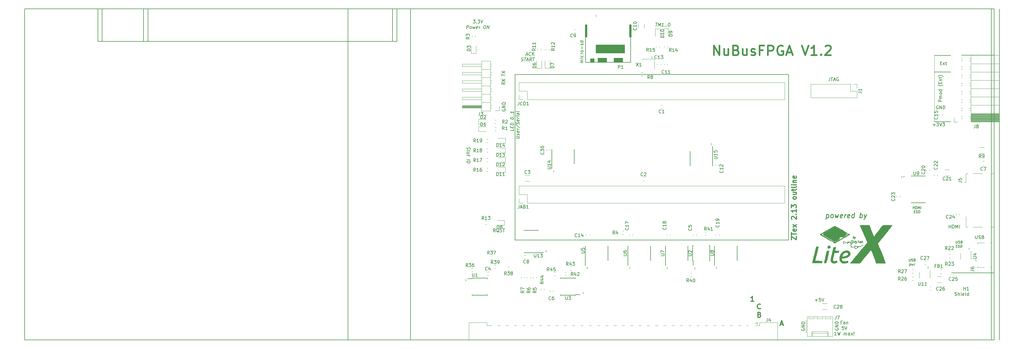
<source format=gbr>
G04 #@! TF.GenerationSoftware,KiCad,Pcbnew,5.1.9+dfsg1-1~bpo10+1*
G04 #@! TF.CreationDate,2023-04-02T14:24:10+02:00*
G04 #@! TF.ProjectId,nubus-to-ztex,6e756275-732d-4746-9f2d-7a7465782e6b,rev?*
G04 #@! TF.SameCoordinates,Original*
G04 #@! TF.FileFunction,Legend,Top*
G04 #@! TF.FilePolarity,Positive*
%FSLAX46Y46*%
G04 Gerber Fmt 4.6, Leading zero omitted, Abs format (unit mm)*
G04 Created by KiCad (PCBNEW 5.1.9+dfsg1-1~bpo10+1) date 2023-04-02 14:24:10*
%MOMM*%
%LPD*%
G01*
G04 APERTURE LIST*
%ADD10C,0.100000*%
%ADD11C,0.500000*%
%ADD12C,0.250000*%
%ADD13C,0.200000*%
%ADD14C,0.150000*%
%ADD15C,0.300000*%
%ADD16C,0.120000*%
%ADD17C,0.127000*%
%ADD18C,0.010000*%
G04 APERTURE END LIST*
D10*
X254022857Y-83076190D02*
X253737142Y-83076190D01*
X253880000Y-83076190D02*
X253880000Y-82576190D01*
X253832380Y-82647619D01*
X253784761Y-82695238D01*
X253737142Y-82719047D01*
D11*
X188342857Y-17777142D02*
X188342857Y-14777142D01*
X190057142Y-17777142D01*
X190057142Y-14777142D01*
X192771428Y-15777142D02*
X192771428Y-17777142D01*
X191485714Y-15777142D02*
X191485714Y-17348571D01*
X191628571Y-17634285D01*
X191914285Y-17777142D01*
X192342857Y-17777142D01*
X192628571Y-17634285D01*
X192771428Y-17491428D01*
X195200000Y-16205714D02*
X195628571Y-16348571D01*
X195771428Y-16491428D01*
X195914285Y-16777142D01*
X195914285Y-17205714D01*
X195771428Y-17491428D01*
X195628571Y-17634285D01*
X195342857Y-17777142D01*
X194200000Y-17777142D01*
X194200000Y-14777142D01*
X195200000Y-14777142D01*
X195485714Y-14920000D01*
X195628571Y-15062857D01*
X195771428Y-15348571D01*
X195771428Y-15634285D01*
X195628571Y-15920000D01*
X195485714Y-16062857D01*
X195200000Y-16205714D01*
X194200000Y-16205714D01*
X198485714Y-15777142D02*
X198485714Y-17777142D01*
X197200000Y-15777142D02*
X197200000Y-17348571D01*
X197342857Y-17634285D01*
X197628571Y-17777142D01*
X198057142Y-17777142D01*
X198342857Y-17634285D01*
X198485714Y-17491428D01*
X199771428Y-17634285D02*
X200057142Y-17777142D01*
X200628571Y-17777142D01*
X200914285Y-17634285D01*
X201057142Y-17348571D01*
X201057142Y-17205714D01*
X200914285Y-16920000D01*
X200628571Y-16777142D01*
X200200000Y-16777142D01*
X199914285Y-16634285D01*
X199771428Y-16348571D01*
X199771428Y-16205714D01*
X199914285Y-15920000D01*
X200200000Y-15777142D01*
X200628571Y-15777142D01*
X200914285Y-15920000D01*
X203342857Y-16205714D02*
X202342857Y-16205714D01*
X202342857Y-17777142D02*
X202342857Y-14777142D01*
X203771428Y-14777142D01*
X204914285Y-17777142D02*
X204914285Y-14777142D01*
X206057142Y-14777142D01*
X206342857Y-14920000D01*
X206485714Y-15062857D01*
X206628571Y-15348571D01*
X206628571Y-15777142D01*
X206485714Y-16062857D01*
X206342857Y-16205714D01*
X206057142Y-16348571D01*
X204914285Y-16348571D01*
X209485714Y-14920000D02*
X209200000Y-14777142D01*
X208771428Y-14777142D01*
X208342857Y-14920000D01*
X208057142Y-15205714D01*
X207914285Y-15491428D01*
X207771428Y-16062857D01*
X207771428Y-16491428D01*
X207914285Y-17062857D01*
X208057142Y-17348571D01*
X208342857Y-17634285D01*
X208771428Y-17777142D01*
X209057142Y-17777142D01*
X209485714Y-17634285D01*
X209628571Y-17491428D01*
X209628571Y-16491428D01*
X209057142Y-16491428D01*
X210771428Y-16920000D02*
X212200000Y-16920000D01*
X210485714Y-17777142D02*
X211485714Y-14777142D01*
X212485714Y-17777142D01*
X215342857Y-14777142D02*
X216342857Y-17777142D01*
X217342857Y-14777142D01*
X219914285Y-17777142D02*
X218200000Y-17777142D01*
X219057142Y-17777142D02*
X219057142Y-14777142D01*
X218771428Y-15205714D01*
X218485714Y-15491428D01*
X218200000Y-15634285D01*
X221200000Y-17491428D02*
X221342857Y-17634285D01*
X221200000Y-17777142D01*
X221057142Y-17634285D01*
X221200000Y-17491428D01*
X221200000Y-17777142D01*
X222485714Y-15062857D02*
X222628571Y-14920000D01*
X222914285Y-14777142D01*
X223628571Y-14777142D01*
X223914285Y-14920000D01*
X224057142Y-15062857D01*
X224200000Y-15348571D01*
X224200000Y-15634285D01*
X224057142Y-16062857D01*
X222342857Y-17777142D01*
X224200000Y-17777142D01*
D10*
X152482857Y-5776190D02*
X152197142Y-5776190D01*
X152340000Y-5776190D02*
X152340000Y-5276190D01*
X152292380Y-5347619D01*
X152244761Y-5395238D01*
X152197142Y-5419047D01*
X169472857Y-18586190D02*
X169187142Y-18586190D01*
X169330000Y-18586190D02*
X169330000Y-18086190D01*
X169282380Y-18157619D01*
X169234761Y-18205238D01*
X169187142Y-18229047D01*
D12*
X222877276Y-66618571D02*
X222689776Y-68118571D01*
X222868348Y-66690000D02*
X223020133Y-66618571D01*
X223305848Y-66618571D01*
X223439776Y-66690000D01*
X223502276Y-66761428D01*
X223555848Y-66904285D01*
X223502276Y-67332857D01*
X223412991Y-67475714D01*
X223332633Y-67547142D01*
X223180848Y-67618571D01*
X222895133Y-67618571D01*
X222761205Y-67547142D01*
X224323705Y-67618571D02*
X224189776Y-67547142D01*
X224127276Y-67475714D01*
X224073705Y-67332857D01*
X224127276Y-66904285D01*
X224216562Y-66761428D01*
X224296919Y-66690000D01*
X224448705Y-66618571D01*
X224662991Y-66618571D01*
X224796919Y-66690000D01*
X224859419Y-66761428D01*
X224912991Y-66904285D01*
X224859419Y-67332857D01*
X224770133Y-67475714D01*
X224689776Y-67547142D01*
X224537991Y-67618571D01*
X224323705Y-67618571D01*
X225448705Y-66618571D02*
X225609419Y-67618571D01*
X225984419Y-66904285D01*
X226180848Y-67618571D01*
X226591562Y-66618571D01*
X227618348Y-67547142D02*
X227466562Y-67618571D01*
X227180848Y-67618571D01*
X227046919Y-67547142D01*
X226993348Y-67404285D01*
X227064776Y-66832857D01*
X227154062Y-66690000D01*
X227305848Y-66618571D01*
X227591562Y-66618571D01*
X227725491Y-66690000D01*
X227779062Y-66832857D01*
X227761205Y-66975714D01*
X227029062Y-67118571D01*
X228323705Y-67618571D02*
X228448705Y-66618571D01*
X228412991Y-66904285D02*
X228502276Y-66761428D01*
X228582633Y-66690000D01*
X228734419Y-66618571D01*
X228877276Y-66618571D01*
X229832633Y-67547142D02*
X229680848Y-67618571D01*
X229395133Y-67618571D01*
X229261205Y-67547142D01*
X229207633Y-67404285D01*
X229279062Y-66832857D01*
X229368348Y-66690000D01*
X229520133Y-66618571D01*
X229805848Y-66618571D01*
X229939776Y-66690000D01*
X229993348Y-66832857D01*
X229975491Y-66975714D01*
X229243348Y-67118571D01*
X231180848Y-67618571D02*
X231368348Y-66118571D01*
X231189776Y-67547142D02*
X231037991Y-67618571D01*
X230752276Y-67618571D01*
X230618348Y-67547142D01*
X230555848Y-67475714D01*
X230502276Y-67332857D01*
X230555848Y-66904285D01*
X230645133Y-66761428D01*
X230725491Y-66690000D01*
X230877276Y-66618571D01*
X231162991Y-66618571D01*
X231296919Y-66690000D01*
X233037991Y-67618571D02*
X233225491Y-66118571D01*
X233154062Y-66690000D02*
X233305848Y-66618571D01*
X233591562Y-66618571D01*
X233725491Y-66690000D01*
X233787991Y-66761428D01*
X233841562Y-66904285D01*
X233787991Y-67332857D01*
X233698705Y-67475714D01*
X233618348Y-67547142D01*
X233466562Y-67618571D01*
X233180848Y-67618571D01*
X233046919Y-67547142D01*
X234377276Y-66618571D02*
X234609419Y-67618571D01*
X235091562Y-66618571D02*
X234609419Y-67618571D01*
X234421919Y-67975714D01*
X234341562Y-68047142D01*
X234189776Y-68118571D01*
D10*
X187642857Y-45226190D02*
X187357142Y-45226190D01*
X187500000Y-45226190D02*
X187500000Y-44726190D01*
X187452380Y-44797619D01*
X187404761Y-44845238D01*
X187357142Y-44869047D01*
X139442857Y-53526190D02*
X139157142Y-53526190D01*
X139300000Y-53526190D02*
X139300000Y-53026190D01*
X139252380Y-53097619D01*
X139204761Y-53145238D01*
X139157142Y-53169047D01*
X137142857Y-78126190D02*
X136857142Y-78126190D01*
X137000000Y-78126190D02*
X137000000Y-77626190D01*
X136952380Y-77697619D01*
X136904761Y-77745238D01*
X136857142Y-77769047D01*
D13*
X262130952Y-91474761D02*
X262273809Y-91522380D01*
X262511904Y-91522380D01*
X262607142Y-91474761D01*
X262654761Y-91427142D01*
X262702380Y-91331904D01*
X262702380Y-91236666D01*
X262654761Y-91141428D01*
X262607142Y-91093809D01*
X262511904Y-91046190D01*
X262321428Y-90998571D01*
X262226190Y-90950952D01*
X262178571Y-90903333D01*
X262130952Y-90808095D01*
X262130952Y-90712857D01*
X262178571Y-90617619D01*
X262226190Y-90570000D01*
X262321428Y-90522380D01*
X262559523Y-90522380D01*
X262702380Y-90570000D01*
X263130952Y-91522380D02*
X263130952Y-90522380D01*
X263559523Y-91522380D02*
X263559523Y-90998571D01*
X263511904Y-90903333D01*
X263416666Y-90855714D01*
X263273809Y-90855714D01*
X263178571Y-90903333D01*
X263130952Y-90950952D01*
X264035714Y-91522380D02*
X264035714Y-90855714D01*
X264035714Y-90522380D02*
X263988095Y-90570000D01*
X264035714Y-90617619D01*
X264083333Y-90570000D01*
X264035714Y-90522380D01*
X264035714Y-90617619D01*
X264892857Y-91474761D02*
X264797619Y-91522380D01*
X264607142Y-91522380D01*
X264511904Y-91474761D01*
X264464285Y-91379523D01*
X264464285Y-90998571D01*
X264511904Y-90903333D01*
X264607142Y-90855714D01*
X264797619Y-90855714D01*
X264892857Y-90903333D01*
X264940476Y-90998571D01*
X264940476Y-91093809D01*
X264464285Y-91189047D01*
X265511904Y-91522380D02*
X265416666Y-91474761D01*
X265369047Y-91379523D01*
X265369047Y-90522380D01*
X266321428Y-91522380D02*
X266321428Y-90522380D01*
X266321428Y-91474761D02*
X266226190Y-91522380D01*
X266035714Y-91522380D01*
X265940476Y-91474761D01*
X265892857Y-91427142D01*
X265845238Y-91331904D01*
X265845238Y-91046190D01*
X265892857Y-90950952D01*
X265940476Y-90903333D01*
X266035714Y-90855714D01*
X266226190Y-90855714D01*
X266321428Y-90903333D01*
D10*
X255850000Y-38160000D02*
X255850000Y-17840000D01*
D13*
X257695238Y-20208571D02*
X258028571Y-20208571D01*
X258171428Y-20732380D02*
X257695238Y-20732380D01*
X257695238Y-19732380D01*
X258171428Y-19732380D01*
X258504761Y-20732380D02*
X259028571Y-20065714D01*
X258504761Y-20065714D02*
X259028571Y-20732380D01*
X259266666Y-20065714D02*
X259647619Y-20065714D01*
X259409523Y-19732380D02*
X259409523Y-20589523D01*
X259457142Y-20684761D01*
X259552380Y-20732380D01*
X259647619Y-20732380D01*
X258132380Y-32003809D02*
X257132380Y-32003809D01*
X257132380Y-31622857D01*
X257180000Y-31527619D01*
X257227619Y-31480000D01*
X257322857Y-31432380D01*
X257465714Y-31432380D01*
X257560952Y-31480000D01*
X257608571Y-31527619D01*
X257656190Y-31622857D01*
X257656190Y-32003809D01*
X258132380Y-31003809D02*
X257465714Y-31003809D01*
X257560952Y-31003809D02*
X257513333Y-30956190D01*
X257465714Y-30860952D01*
X257465714Y-30718095D01*
X257513333Y-30622857D01*
X257608571Y-30575238D01*
X258132380Y-30575238D01*
X257608571Y-30575238D02*
X257513333Y-30527619D01*
X257465714Y-30432380D01*
X257465714Y-30289523D01*
X257513333Y-30194285D01*
X257608571Y-30146666D01*
X258132380Y-30146666D01*
X258132380Y-29527619D02*
X258084761Y-29622857D01*
X258037142Y-29670476D01*
X257941904Y-29718095D01*
X257656190Y-29718095D01*
X257560952Y-29670476D01*
X257513333Y-29622857D01*
X257465714Y-29527619D01*
X257465714Y-29384761D01*
X257513333Y-29289523D01*
X257560952Y-29241904D01*
X257656190Y-29194285D01*
X257941904Y-29194285D01*
X258037142Y-29241904D01*
X258084761Y-29289523D01*
X258132380Y-29384761D01*
X258132380Y-29527619D01*
X258132380Y-28337142D02*
X257132380Y-28337142D01*
X258084761Y-28337142D02*
X258132380Y-28432380D01*
X258132380Y-28622857D01*
X258084761Y-28718095D01*
X258037142Y-28765714D01*
X257941904Y-28813333D01*
X257656190Y-28813333D01*
X257560952Y-28765714D01*
X257513333Y-28718095D01*
X257465714Y-28622857D01*
X257465714Y-28432380D01*
X257513333Y-28337142D01*
X258513333Y-26813333D02*
X258465714Y-26860952D01*
X258322857Y-26956190D01*
X258227619Y-27003809D01*
X258084761Y-27051428D01*
X257846666Y-27099047D01*
X257656190Y-27099047D01*
X257418095Y-27051428D01*
X257275238Y-27003809D01*
X257180000Y-26956190D01*
X257037142Y-26860952D01*
X256989523Y-26813333D01*
X257608571Y-26432380D02*
X257608571Y-26099047D01*
X258132380Y-25956190D02*
X258132380Y-26432380D01*
X257132380Y-26432380D01*
X257132380Y-25956190D01*
X258132380Y-25622857D02*
X257465714Y-25099047D01*
X257465714Y-25622857D02*
X258132380Y-25099047D01*
X257465714Y-24860952D02*
X257465714Y-24480000D01*
X257132380Y-24718095D02*
X257989523Y-24718095D01*
X258084761Y-24670476D01*
X258132380Y-24575238D01*
X258132380Y-24480000D01*
X258513333Y-24241904D02*
X258465714Y-24194285D01*
X258322857Y-24099047D01*
X258227619Y-24051428D01*
X258084761Y-24003809D01*
X257846666Y-23956190D01*
X257656190Y-23956190D01*
X257418095Y-24003809D01*
X257275238Y-24051428D01*
X257180000Y-24099047D01*
X257037142Y-24194285D01*
X256989523Y-24241904D01*
D14*
X260850000Y-17840000D02*
X255850000Y-17840000D01*
X260850000Y-38160000D02*
X255850000Y-38160000D01*
X260850000Y-22920000D02*
X255850000Y-22920000D01*
D13*
X127102380Y-40433095D02*
X127102380Y-40909285D01*
X126102380Y-40784285D01*
X126578571Y-40034285D02*
X126578571Y-39700952D01*
X127102380Y-39623571D02*
X127102380Y-40099761D01*
X126102380Y-39974761D01*
X126102380Y-39498571D01*
X127102380Y-39195000D02*
X126102380Y-39070000D01*
X126102380Y-38831904D01*
X126150000Y-38695000D01*
X126245238Y-38611666D01*
X126340476Y-38575952D01*
X126530952Y-38552142D01*
X126673809Y-38570000D01*
X126864285Y-38641428D01*
X126959523Y-38700952D01*
X127054761Y-38808095D01*
X127102380Y-38956904D01*
X127102380Y-39195000D01*
X126102380Y-37117619D02*
X126102380Y-37022380D01*
X126150000Y-36933095D01*
X126197619Y-36891428D01*
X126292857Y-36855714D01*
X126483333Y-36831904D01*
X126721428Y-36861666D01*
X126911904Y-36933095D01*
X127007142Y-36992619D01*
X127054761Y-37046190D01*
X127102380Y-37147380D01*
X127102380Y-37242619D01*
X127054761Y-37331904D01*
X127007142Y-37373571D01*
X126911904Y-37409285D01*
X126721428Y-37433095D01*
X126483333Y-37403333D01*
X126292857Y-37331904D01*
X126197619Y-37272380D01*
X126150000Y-37218809D01*
X126102380Y-37117619D01*
X127007142Y-36468809D02*
X127054761Y-36427142D01*
X127102380Y-36480714D01*
X127054761Y-36522380D01*
X127007142Y-36468809D01*
X127102380Y-36480714D01*
X127007142Y-35992619D02*
X127054761Y-35950952D01*
X127102380Y-36004523D01*
X127054761Y-36046190D01*
X127007142Y-35992619D01*
X127102380Y-36004523D01*
X127102380Y-35004523D02*
X127102380Y-35575952D01*
X127102380Y-35290238D02*
X126102380Y-35165238D01*
X126245238Y-35278333D01*
X126340476Y-35385476D01*
X126388095Y-35486666D01*
X127802380Y-43165238D02*
X128611904Y-43266428D01*
X128707142Y-43230714D01*
X128754761Y-43189047D01*
X128802380Y-43099761D01*
X128802380Y-42909285D01*
X128754761Y-42808095D01*
X128707142Y-42754523D01*
X128611904Y-42695000D01*
X127802380Y-42593809D01*
X128754761Y-42284285D02*
X128802380Y-42195000D01*
X128802380Y-42004523D01*
X128754761Y-41903333D01*
X128659523Y-41843809D01*
X128611904Y-41837857D01*
X128516666Y-41873571D01*
X128469047Y-41962857D01*
X128469047Y-42105714D01*
X128421428Y-42195000D01*
X128326190Y-42230714D01*
X128278571Y-42224761D01*
X128183333Y-42165238D01*
X128135714Y-42064047D01*
X128135714Y-41921190D01*
X128183333Y-41831904D01*
X128754761Y-41046190D02*
X128802380Y-41147380D01*
X128802380Y-41337857D01*
X128754761Y-41427142D01*
X128659523Y-41462857D01*
X128278571Y-41415238D01*
X128183333Y-41355714D01*
X128135714Y-41254523D01*
X128135714Y-41064047D01*
X128183333Y-40974761D01*
X128278571Y-40939047D01*
X128373809Y-40950952D01*
X128469047Y-41439047D01*
X128802380Y-40575952D02*
X128135714Y-40492619D01*
X128326190Y-40516428D02*
X128230952Y-40456904D01*
X128183333Y-40403333D01*
X128135714Y-40302142D01*
X128135714Y-40206904D01*
X127754761Y-39111666D02*
X129040476Y-40129523D01*
X128754761Y-38950952D02*
X128802380Y-38814047D01*
X128802380Y-38575952D01*
X128754761Y-38474761D01*
X128707142Y-38421190D01*
X128611904Y-38361666D01*
X128516666Y-38349761D01*
X128421428Y-38385476D01*
X128373809Y-38427142D01*
X128326190Y-38516428D01*
X128278571Y-38700952D01*
X128230952Y-38790238D01*
X128183333Y-38831904D01*
X128088095Y-38867619D01*
X127992857Y-38855714D01*
X127897619Y-38796190D01*
X127850000Y-38742619D01*
X127802380Y-38641428D01*
X127802380Y-38403333D01*
X127850000Y-38266428D01*
X128754761Y-37570000D02*
X128802380Y-37671190D01*
X128802380Y-37861666D01*
X128754761Y-37950952D01*
X128659523Y-37986666D01*
X128278571Y-37939047D01*
X128183333Y-37879523D01*
X128135714Y-37778333D01*
X128135714Y-37587857D01*
X128183333Y-37498571D01*
X128278571Y-37462857D01*
X128373809Y-37474761D01*
X128469047Y-37962857D01*
X128802380Y-37099761D02*
X128135714Y-37016428D01*
X128326190Y-37040238D02*
X128230952Y-36980714D01*
X128183333Y-36927142D01*
X128135714Y-36825952D01*
X128135714Y-36730714D01*
X128802380Y-36480714D02*
X128135714Y-36397380D01*
X127802380Y-36355714D02*
X127850000Y-36409285D01*
X127897619Y-36367619D01*
X127850000Y-36314047D01*
X127802380Y-36355714D01*
X127897619Y-36367619D01*
X128802380Y-35575952D02*
X128278571Y-35510476D01*
X128183333Y-35546190D01*
X128135714Y-35635476D01*
X128135714Y-35825952D01*
X128183333Y-35927142D01*
X128754761Y-35570000D02*
X128802380Y-35671190D01*
X128802380Y-35909285D01*
X128754761Y-35998571D01*
X128659523Y-36034285D01*
X128564285Y-36022380D01*
X128469047Y-35962857D01*
X128421428Y-35861666D01*
X128421428Y-35623571D01*
X128373809Y-35522380D01*
X128802380Y-34956904D02*
X128754761Y-35046190D01*
X128659523Y-35081904D01*
X127802380Y-34974761D01*
X255408095Y-39101428D02*
X256170000Y-39101428D01*
X255789047Y-39482380D02*
X255789047Y-38720476D01*
X256550952Y-38482380D02*
X257170000Y-38482380D01*
X256836666Y-38863333D01*
X256979523Y-38863333D01*
X257074761Y-38910952D01*
X257122380Y-38958571D01*
X257170000Y-39053809D01*
X257170000Y-39291904D01*
X257122380Y-39387142D01*
X257074761Y-39434761D01*
X256979523Y-39482380D01*
X256693809Y-39482380D01*
X256598571Y-39434761D01*
X256550952Y-39387142D01*
X257455714Y-38482380D02*
X257789047Y-39482380D01*
X258122380Y-38482380D01*
X258360476Y-38482380D02*
X258979523Y-38482380D01*
X258646190Y-38863333D01*
X258789047Y-38863333D01*
X258884285Y-38910952D01*
X258931904Y-38958571D01*
X258979523Y-39053809D01*
X258979523Y-39291904D01*
X258931904Y-39387142D01*
X258884285Y-39434761D01*
X258789047Y-39482380D01*
X258503333Y-39482380D01*
X258408095Y-39434761D01*
X258360476Y-39387142D01*
X257018095Y-33290000D02*
X256922857Y-33242380D01*
X256780000Y-33242380D01*
X256637142Y-33290000D01*
X256541904Y-33385238D01*
X256494285Y-33480476D01*
X256446666Y-33670952D01*
X256446666Y-33813809D01*
X256494285Y-34004285D01*
X256541904Y-34099523D01*
X256637142Y-34194761D01*
X256780000Y-34242380D01*
X256875238Y-34242380D01*
X257018095Y-34194761D01*
X257065714Y-34147142D01*
X257065714Y-33813809D01*
X256875238Y-33813809D01*
X257494285Y-34242380D02*
X257494285Y-33242380D01*
X258065714Y-34242380D01*
X258065714Y-33242380D01*
X258541904Y-34242380D02*
X258541904Y-33242380D01*
X258780000Y-33242380D01*
X258922857Y-33290000D01*
X259018095Y-33385238D01*
X259065714Y-33480476D01*
X259113333Y-33670952D01*
X259113333Y-33813809D01*
X259065714Y-34004285D01*
X259018095Y-34099523D01*
X258922857Y-34194761D01*
X258780000Y-34242380D01*
X258541904Y-34242380D01*
X121478571Y-71972380D02*
X121145238Y-71496190D01*
X120907142Y-71972380D02*
X120907142Y-70972380D01*
X121288095Y-70972380D01*
X121383333Y-71020000D01*
X121430952Y-71067619D01*
X121478571Y-71162857D01*
X121478571Y-71305714D01*
X121430952Y-71400952D01*
X121383333Y-71448571D01*
X121288095Y-71496190D01*
X120907142Y-71496190D01*
X122573809Y-72067619D02*
X122478571Y-72020000D01*
X122383333Y-71924761D01*
X122240476Y-71781904D01*
X122145238Y-71734285D01*
X122050000Y-71734285D01*
X122097619Y-71972380D02*
X122002380Y-71924761D01*
X121907142Y-71829523D01*
X121859523Y-71639047D01*
X121859523Y-71305714D01*
X121907142Y-71115238D01*
X122002380Y-71020000D01*
X122097619Y-70972380D01*
X122288095Y-70972380D01*
X122383333Y-71020000D01*
X122478571Y-71115238D01*
X122526190Y-71305714D01*
X122526190Y-71639047D01*
X122478571Y-71829523D01*
X122383333Y-71924761D01*
X122288095Y-71972380D01*
X122097619Y-71972380D01*
X122907142Y-71924761D02*
X123050000Y-71972380D01*
X123288095Y-71972380D01*
X123383333Y-71924761D01*
X123430952Y-71877142D01*
X123478571Y-71781904D01*
X123478571Y-71686666D01*
X123430952Y-71591428D01*
X123383333Y-71543809D01*
X123288095Y-71496190D01*
X123097619Y-71448571D01*
X123002380Y-71400952D01*
X122954761Y-71353333D01*
X122907142Y-71258095D01*
X122907142Y-71162857D01*
X122954761Y-71067619D01*
X123002380Y-71020000D01*
X123097619Y-70972380D01*
X123335714Y-70972380D01*
X123478571Y-71020000D01*
X123764285Y-70972380D02*
X124335714Y-70972380D01*
X124050000Y-71972380D02*
X124050000Y-70972380D01*
X130875000Y-17556666D02*
X131351190Y-17556666D01*
X130744047Y-17842380D02*
X131202380Y-16842380D01*
X131410714Y-17842380D01*
X132327380Y-17747142D02*
X132273809Y-17794761D01*
X132125000Y-17842380D01*
X132029761Y-17842380D01*
X131892857Y-17794761D01*
X131809523Y-17699523D01*
X131773809Y-17604285D01*
X131750000Y-17413809D01*
X131767857Y-17270952D01*
X131839285Y-17080476D01*
X131898809Y-16985238D01*
X132005952Y-16890000D01*
X132154761Y-16842380D01*
X132250000Y-16842380D01*
X132386904Y-16890000D01*
X132428571Y-16937619D01*
X132744047Y-17842380D02*
X132869047Y-16842380D01*
X133315476Y-17842380D02*
X132958333Y-17270952D01*
X133440476Y-16842380D02*
X132797619Y-17413809D01*
X129369047Y-19494761D02*
X129505952Y-19542380D01*
X129744047Y-19542380D01*
X129845238Y-19494761D01*
X129898809Y-19447142D01*
X129958333Y-19351904D01*
X129970238Y-19256666D01*
X129934523Y-19161428D01*
X129892857Y-19113809D01*
X129803571Y-19066190D01*
X129619047Y-19018571D01*
X129529761Y-18970952D01*
X129488095Y-18923333D01*
X129452380Y-18828095D01*
X129464285Y-18732857D01*
X129523809Y-18637619D01*
X129577380Y-18590000D01*
X129678571Y-18542380D01*
X129916666Y-18542380D01*
X130053571Y-18590000D01*
X130345238Y-18542380D02*
X130916666Y-18542380D01*
X130505952Y-19542380D02*
X130630952Y-18542380D01*
X131113095Y-19256666D02*
X131589285Y-19256666D01*
X130982142Y-19542380D02*
X131440476Y-18542380D01*
X131648809Y-19542380D01*
X132553571Y-19542380D02*
X132279761Y-19066190D01*
X131982142Y-19542380D02*
X132107142Y-18542380D01*
X132488095Y-18542380D01*
X132577380Y-18590000D01*
X132619047Y-18637619D01*
X132654761Y-18732857D01*
X132636904Y-18875714D01*
X132577380Y-18970952D01*
X132523809Y-19018571D01*
X132422619Y-19066190D01*
X132041666Y-19066190D01*
X132964285Y-18542380D02*
X133535714Y-18542380D01*
X133125000Y-19542380D02*
X133250000Y-18542380D01*
X170534285Y-7862380D02*
X171105714Y-7862380D01*
X170695000Y-8862380D02*
X170820000Y-7862380D01*
X171314047Y-8862380D02*
X171439047Y-7862380D01*
X171683095Y-8576666D01*
X172105714Y-7862380D01*
X171980714Y-8862380D01*
X172980714Y-8862380D02*
X172409285Y-8862380D01*
X172695000Y-8862380D02*
X172820000Y-7862380D01*
X172706904Y-8005238D01*
X172599761Y-8100476D01*
X172498571Y-8148095D01*
X173421190Y-8767142D02*
X173462857Y-8814761D01*
X173409285Y-8862380D01*
X173367619Y-8814761D01*
X173421190Y-8767142D01*
X173409285Y-8862380D01*
X173897380Y-8767142D02*
X173939047Y-8814761D01*
X173885476Y-8862380D01*
X173843809Y-8814761D01*
X173897380Y-8767142D01*
X173885476Y-8862380D01*
X174677142Y-7862380D02*
X174772380Y-7862380D01*
X174861666Y-7910000D01*
X174903333Y-7957619D01*
X174939047Y-8052857D01*
X174962857Y-8243333D01*
X174933095Y-8481428D01*
X174861666Y-8671904D01*
X174802142Y-8767142D01*
X174748571Y-8814761D01*
X174647380Y-8862380D01*
X174552142Y-8862380D01*
X174462857Y-8814761D01*
X174421190Y-8767142D01*
X174385476Y-8671904D01*
X174361666Y-8481428D01*
X174391428Y-8243333D01*
X174462857Y-8052857D01*
X174522380Y-7957619D01*
X174575952Y-7910000D01*
X174677142Y-7862380D01*
X148362380Y-20023333D02*
X147695714Y-20023333D01*
X147790952Y-20023333D02*
X147743333Y-19975714D01*
X147695714Y-19880476D01*
X147695714Y-19737619D01*
X147743333Y-19642380D01*
X147838571Y-19594761D01*
X148362380Y-19594761D01*
X147838571Y-19594761D02*
X147743333Y-19547142D01*
X147695714Y-19451904D01*
X147695714Y-19309047D01*
X147743333Y-19213809D01*
X147838571Y-19166190D01*
X148362380Y-19166190D01*
X148362380Y-18690000D02*
X147695714Y-18690000D01*
X147362380Y-18690000D02*
X147410000Y-18737619D01*
X147457619Y-18690000D01*
X147410000Y-18642380D01*
X147362380Y-18690000D01*
X147457619Y-18690000D01*
X148314761Y-17785238D02*
X148362380Y-17880476D01*
X148362380Y-18070952D01*
X148314761Y-18166190D01*
X148267142Y-18213809D01*
X148171904Y-18261428D01*
X147886190Y-18261428D01*
X147790952Y-18213809D01*
X147743333Y-18166190D01*
X147695714Y-18070952D01*
X147695714Y-17880476D01*
X147743333Y-17785238D01*
X148362380Y-17356666D02*
X147695714Y-17356666D01*
X147886190Y-17356666D02*
X147790952Y-17309047D01*
X147743333Y-17261428D01*
X147695714Y-17166190D01*
X147695714Y-17070952D01*
X148362380Y-16594761D02*
X148314761Y-16690000D01*
X148267142Y-16737619D01*
X148171904Y-16785238D01*
X147886190Y-16785238D01*
X147790952Y-16737619D01*
X147743333Y-16690000D01*
X147695714Y-16594761D01*
X147695714Y-16451904D01*
X147743333Y-16356666D01*
X147790952Y-16309047D01*
X147886190Y-16261428D01*
X148171904Y-16261428D01*
X148267142Y-16309047D01*
X148314761Y-16356666D01*
X148362380Y-16451904D01*
X148362380Y-16594761D01*
X147981428Y-15832857D02*
X147981428Y-15070952D01*
X148314761Y-14642380D02*
X148362380Y-14547142D01*
X148362380Y-14356666D01*
X148314761Y-14261428D01*
X148219523Y-14213809D01*
X148171904Y-14213809D01*
X148076666Y-14261428D01*
X148029047Y-14356666D01*
X148029047Y-14499523D01*
X147981428Y-14594761D01*
X147886190Y-14642380D01*
X147838571Y-14642380D01*
X147743333Y-14594761D01*
X147695714Y-14499523D01*
X147695714Y-14356666D01*
X147743333Y-14261428D01*
X148362380Y-13356666D02*
X147362380Y-13356666D01*
X148314761Y-13356666D02*
X148362380Y-13451904D01*
X148362380Y-13642380D01*
X148314761Y-13737619D01*
X148267142Y-13785238D01*
X148171904Y-13832857D01*
X147886190Y-13832857D01*
X147790952Y-13785238D01*
X147743333Y-13737619D01*
X147695714Y-13642380D01*
X147695714Y-13451904D01*
X147743333Y-13356666D01*
X114724761Y-6902380D02*
X115343809Y-6902380D01*
X114962857Y-7283333D01*
X115105714Y-7283333D01*
X115195000Y-7330952D01*
X115236666Y-7378571D01*
X115272380Y-7473809D01*
X115242619Y-7711904D01*
X115183095Y-7807142D01*
X115129523Y-7854761D01*
X115028333Y-7902380D01*
X114742619Y-7902380D01*
X114653333Y-7854761D01*
X114611666Y-7807142D01*
X115659285Y-7807142D02*
X115700952Y-7854761D01*
X115647380Y-7902380D01*
X115605714Y-7854761D01*
X115659285Y-7807142D01*
X115647380Y-7902380D01*
X116153333Y-6902380D02*
X116772380Y-6902380D01*
X116391428Y-7283333D01*
X116534285Y-7283333D01*
X116623571Y-7330952D01*
X116665238Y-7378571D01*
X116700952Y-7473809D01*
X116671190Y-7711904D01*
X116611666Y-7807142D01*
X116558095Y-7854761D01*
X116456904Y-7902380D01*
X116171190Y-7902380D01*
X116081904Y-7854761D01*
X116040238Y-7807142D01*
X117058095Y-6902380D02*
X117266428Y-7902380D01*
X117724761Y-6902380D01*
X112671190Y-9602380D02*
X112796190Y-8602380D01*
X113177142Y-8602380D01*
X113266428Y-8650000D01*
X113308095Y-8697619D01*
X113343809Y-8792857D01*
X113325952Y-8935714D01*
X113266428Y-9030952D01*
X113212857Y-9078571D01*
X113111666Y-9126190D01*
X112730714Y-9126190D01*
X113814047Y-9602380D02*
X113724761Y-9554761D01*
X113683095Y-9507142D01*
X113647380Y-9411904D01*
X113683095Y-9126190D01*
X113742619Y-9030952D01*
X113796190Y-8983333D01*
X113897380Y-8935714D01*
X114040238Y-8935714D01*
X114129523Y-8983333D01*
X114171190Y-9030952D01*
X114206904Y-9126190D01*
X114171190Y-9411904D01*
X114111666Y-9507142D01*
X114058095Y-9554761D01*
X113956904Y-9602380D01*
X113814047Y-9602380D01*
X114564047Y-8935714D02*
X114671190Y-9602380D01*
X114921190Y-9126190D01*
X115052142Y-9602380D01*
X115325952Y-8935714D01*
X116010476Y-9554761D02*
X115909285Y-9602380D01*
X115718809Y-9602380D01*
X115629523Y-9554761D01*
X115593809Y-9459523D01*
X115641428Y-9078571D01*
X115700952Y-8983333D01*
X115802142Y-8935714D01*
X115992619Y-8935714D01*
X116081904Y-8983333D01*
X116117619Y-9078571D01*
X116105714Y-9173809D01*
X115617619Y-9269047D01*
X116480714Y-9602380D02*
X116564047Y-8935714D01*
X116540238Y-9126190D02*
X116599761Y-9030952D01*
X116653333Y-8983333D01*
X116754523Y-8935714D01*
X116849761Y-8935714D01*
X118177142Y-8602380D02*
X118367619Y-8602380D01*
X118456904Y-8650000D01*
X118540238Y-8745238D01*
X118564047Y-8935714D01*
X118522380Y-9269047D01*
X118450952Y-9459523D01*
X118343809Y-9554761D01*
X118242619Y-9602380D01*
X118052142Y-9602380D01*
X117962857Y-9554761D01*
X117879523Y-9459523D01*
X117855714Y-9269047D01*
X117897380Y-8935714D01*
X117968809Y-8745238D01*
X118075952Y-8650000D01*
X118177142Y-8602380D01*
X118909285Y-9602380D02*
X119034285Y-8602380D01*
X119480714Y-9602380D01*
X119605714Y-8602380D01*
D10*
X182642857Y-83326190D02*
X182357142Y-83326190D01*
X182500000Y-83326190D02*
X182500000Y-82826190D01*
X182452380Y-82897619D01*
X182404761Y-82945238D01*
X182357142Y-82969047D01*
D15*
X208732857Y-100250000D02*
X209447142Y-100250000D01*
X208590000Y-100678571D02*
X209090000Y-99178571D01*
X209590000Y-100678571D01*
X202337142Y-97352857D02*
X202551428Y-97424285D01*
X202622857Y-97495714D01*
X202694285Y-97638571D01*
X202694285Y-97852857D01*
X202622857Y-97995714D01*
X202551428Y-98067142D01*
X202408571Y-98138571D01*
X201837142Y-98138571D01*
X201837142Y-96638571D01*
X202337142Y-96638571D01*
X202480000Y-96710000D01*
X202551428Y-96781428D01*
X202622857Y-96924285D01*
X202622857Y-97067142D01*
X202551428Y-97210000D01*
X202480000Y-97281428D01*
X202337142Y-97352857D01*
X201837142Y-97352857D01*
X202634285Y-95445714D02*
X202562857Y-95517142D01*
X202348571Y-95588571D01*
X202205714Y-95588571D01*
X201991428Y-95517142D01*
X201848571Y-95374285D01*
X201777142Y-95231428D01*
X201705714Y-94945714D01*
X201705714Y-94731428D01*
X201777142Y-94445714D01*
X201848571Y-94302857D01*
X201991428Y-94160000D01*
X202205714Y-94088571D01*
X202348571Y-94088571D01*
X202562857Y-94160000D01*
X202634285Y-94231428D01*
X200568571Y-93268571D02*
X199711428Y-93268571D01*
X200140000Y-93268571D02*
X200140000Y-91768571D01*
X199997142Y-91982857D01*
X199854285Y-92125714D01*
X199711428Y-92197142D01*
D10*
X112542857Y-87026190D02*
X112257142Y-87026190D01*
X112400000Y-87026190D02*
X112400000Y-86526190D01*
X112352380Y-86597619D01*
X112304761Y-86645238D01*
X112257142Y-86669047D01*
X148442857Y-90926190D02*
X148157142Y-90926190D01*
X148300000Y-90926190D02*
X148300000Y-90426190D01*
X148252380Y-90497619D01*
X148204761Y-90545238D01*
X148157142Y-90569047D01*
X189242857Y-83216190D02*
X188957142Y-83216190D01*
X189100000Y-83216190D02*
X189100000Y-82716190D01*
X189052380Y-82787619D01*
X189004761Y-82835238D01*
X188957142Y-82859047D01*
D13*
X112795238Y-45997142D02*
X112747619Y-46134047D01*
X112747619Y-46372142D01*
X112795238Y-46473333D01*
X112842857Y-46526904D01*
X112938095Y-46586428D01*
X113033333Y-46598333D01*
X113128571Y-46562619D01*
X113176190Y-46520952D01*
X113223809Y-46431666D01*
X113271428Y-46247142D01*
X113319047Y-46157857D01*
X113366666Y-46116190D01*
X113461904Y-46080476D01*
X113557142Y-46092380D01*
X113652380Y-46151904D01*
X113700000Y-46205476D01*
X113747619Y-46306666D01*
X113747619Y-46544761D01*
X113700000Y-46681666D01*
X112747619Y-47134047D02*
X112795238Y-47044761D01*
X112890476Y-47009047D01*
X113747619Y-47116190D01*
X112747619Y-47657857D02*
X112795238Y-47568571D01*
X112842857Y-47526904D01*
X112938095Y-47491190D01*
X113223809Y-47526904D01*
X113319047Y-47586428D01*
X113366666Y-47640000D01*
X113414285Y-47741190D01*
X113414285Y-47884047D01*
X113366666Y-47973333D01*
X113319047Y-48015000D01*
X113223809Y-48050714D01*
X112938095Y-48015000D01*
X112842857Y-47955476D01*
X112795238Y-47901904D01*
X112747619Y-47800714D01*
X112747619Y-47657857D01*
X113414285Y-48360238D02*
X113414285Y-48741190D01*
X113747619Y-48544761D02*
X112890476Y-48437619D01*
X112795238Y-48473333D01*
X112747619Y-48562619D01*
X112747619Y-48657857D01*
X112747619Y-49753095D02*
X113747619Y-49878095D01*
X112747619Y-50229285D02*
X113747619Y-50354285D01*
X113747619Y-50592380D01*
X113700000Y-50729285D01*
X113604761Y-50812619D01*
X113509523Y-50848333D01*
X113319047Y-50872142D01*
X113176190Y-50854285D01*
X112985714Y-50782857D01*
X112890476Y-50723333D01*
X112795238Y-50616190D01*
X112747619Y-50467380D01*
X112747619Y-50229285D01*
X275770000Y-105080000D02*
X275770000Y-3480000D01*
X274170000Y-84560000D02*
X261140000Y-84560000D01*
D10*
X246042857Y-55326190D02*
X245757142Y-55326190D01*
X245900000Y-55326190D02*
X245900000Y-54826190D01*
X245852380Y-54897619D01*
X245804761Y-54945238D01*
X245757142Y-54969047D01*
X266622857Y-77296190D02*
X266337142Y-77296190D01*
X266480000Y-77296190D02*
X266480000Y-76796190D01*
X266432380Y-76867619D01*
X266384761Y-76915238D01*
X266337142Y-76939047D01*
X174242857Y-83226190D02*
X173957142Y-83226190D01*
X174100000Y-83226190D02*
X174100000Y-82726190D01*
X174052380Y-82797619D01*
X174004761Y-82845238D01*
X173957142Y-82869047D01*
X162742857Y-83226190D02*
X162457142Y-83226190D01*
X162600000Y-83226190D02*
X162600000Y-82726190D01*
X162552380Y-82797619D01*
X162504761Y-82845238D01*
X162457142Y-82869047D01*
X149742857Y-83226190D02*
X149457142Y-83226190D01*
X149600000Y-83226190D02*
X149600000Y-82726190D01*
X149552380Y-82797619D01*
X149504761Y-82845238D01*
X149457142Y-82869047D01*
D13*
X219354285Y-92921428D02*
X220116190Y-92921428D01*
X219735238Y-93302380D02*
X219735238Y-92540476D01*
X221068571Y-92302380D02*
X220592380Y-92302380D01*
X220544761Y-92778571D01*
X220592380Y-92730952D01*
X220687619Y-92683333D01*
X220925714Y-92683333D01*
X221020952Y-92730952D01*
X221068571Y-92778571D01*
X221116190Y-92873809D01*
X221116190Y-93111904D01*
X221068571Y-93207142D01*
X221020952Y-93254761D01*
X220925714Y-93302380D01*
X220687619Y-93302380D01*
X220592380Y-93254761D01*
X220544761Y-93207142D01*
X221401904Y-92302380D02*
X221735238Y-93302380D01*
X222068571Y-92302380D01*
X225540000Y-101581904D02*
X225492380Y-101677142D01*
X225492380Y-101820000D01*
X225540000Y-101962857D01*
X225635238Y-102058095D01*
X225730476Y-102105714D01*
X225920952Y-102153333D01*
X226063809Y-102153333D01*
X226254285Y-102105714D01*
X226349523Y-102058095D01*
X226444761Y-101962857D01*
X226492380Y-101820000D01*
X226492380Y-101724761D01*
X226444761Y-101581904D01*
X226397142Y-101534285D01*
X226063809Y-101534285D01*
X226063809Y-101724761D01*
X226492380Y-101105714D02*
X225492380Y-101105714D01*
X226492380Y-100534285D01*
X225492380Y-100534285D01*
X226492380Y-100058095D02*
X225492380Y-100058095D01*
X225492380Y-99820000D01*
X225540000Y-99677142D01*
X225635238Y-99581904D01*
X225730476Y-99534285D01*
X225920952Y-99486666D01*
X226063809Y-99486666D01*
X226254285Y-99534285D01*
X226349523Y-99581904D01*
X226444761Y-99677142D01*
X226492380Y-99820000D01*
X226492380Y-100058095D01*
X215240000Y-101691904D02*
X215192380Y-101787142D01*
X215192380Y-101930000D01*
X215240000Y-102072857D01*
X215335238Y-102168095D01*
X215430476Y-102215714D01*
X215620952Y-102263333D01*
X215763809Y-102263333D01*
X215954285Y-102215714D01*
X216049523Y-102168095D01*
X216144761Y-102072857D01*
X216192380Y-101930000D01*
X216192380Y-101834761D01*
X216144761Y-101691904D01*
X216097142Y-101644285D01*
X215763809Y-101644285D01*
X215763809Y-101834761D01*
X216192380Y-101215714D02*
X215192380Y-101215714D01*
X216192380Y-100644285D01*
X215192380Y-100644285D01*
X216192380Y-100168095D02*
X215192380Y-100168095D01*
X215192380Y-99930000D01*
X215240000Y-99787142D01*
X215335238Y-99691904D01*
X215430476Y-99644285D01*
X215620952Y-99596666D01*
X215763809Y-99596666D01*
X215954285Y-99644285D01*
X216049523Y-99691904D01*
X216144761Y-99787142D01*
X216192380Y-99930000D01*
X216192380Y-100168095D01*
X227538095Y-99728571D02*
X227204761Y-99728571D01*
X227204761Y-100252380D02*
X227204761Y-99252380D01*
X227680952Y-99252380D01*
X228490476Y-100252380D02*
X228490476Y-99728571D01*
X228442857Y-99633333D01*
X228347619Y-99585714D01*
X228157142Y-99585714D01*
X228061904Y-99633333D01*
X228490476Y-100204761D02*
X228395238Y-100252380D01*
X228157142Y-100252380D01*
X228061904Y-100204761D01*
X228014285Y-100109523D01*
X228014285Y-100014285D01*
X228061904Y-99919047D01*
X228157142Y-99871428D01*
X228395238Y-99871428D01*
X228490476Y-99823809D01*
X228966666Y-99585714D02*
X228966666Y-100252380D01*
X228966666Y-99680952D02*
X229014285Y-99633333D01*
X229109523Y-99585714D01*
X229252380Y-99585714D01*
X229347619Y-99633333D01*
X229395238Y-99728571D01*
X229395238Y-100252380D01*
X228109523Y-100952380D02*
X227633333Y-100952380D01*
X227585714Y-101428571D01*
X227633333Y-101380952D01*
X227728571Y-101333333D01*
X227966666Y-101333333D01*
X228061904Y-101380952D01*
X228109523Y-101428571D01*
X228157142Y-101523809D01*
X228157142Y-101761904D01*
X228109523Y-101857142D01*
X228061904Y-101904761D01*
X227966666Y-101952380D01*
X227728571Y-101952380D01*
X227633333Y-101904761D01*
X227585714Y-101857142D01*
X228442857Y-100952380D02*
X228776190Y-101952380D01*
X229109523Y-100952380D01*
X225871428Y-103652380D02*
X225300000Y-103652380D01*
X225585714Y-103652380D02*
X225585714Y-102652380D01*
X225490476Y-102795238D01*
X225395238Y-102890476D01*
X225300000Y-102938095D01*
X226204761Y-102652380D02*
X226442857Y-103652380D01*
X226633333Y-102938095D01*
X226823809Y-103652380D01*
X227061904Y-102652380D01*
X228204761Y-103652380D02*
X228204761Y-102985714D01*
X228204761Y-103080952D02*
X228252380Y-103033333D01*
X228347619Y-102985714D01*
X228490476Y-102985714D01*
X228585714Y-103033333D01*
X228633333Y-103128571D01*
X228633333Y-103652380D01*
X228633333Y-103128571D02*
X228680952Y-103033333D01*
X228776190Y-102985714D01*
X228919047Y-102985714D01*
X229014285Y-103033333D01*
X229061904Y-103128571D01*
X229061904Y-103652380D01*
X229966666Y-103652380D02*
X229966666Y-103128571D01*
X229919047Y-103033333D01*
X229823809Y-102985714D01*
X229633333Y-102985714D01*
X229538095Y-103033333D01*
X229966666Y-103604761D02*
X229871428Y-103652380D01*
X229633333Y-103652380D01*
X229538095Y-103604761D01*
X229490476Y-103509523D01*
X229490476Y-103414285D01*
X229538095Y-103319047D01*
X229633333Y-103271428D01*
X229871428Y-103271428D01*
X229966666Y-103223809D01*
X230347619Y-103652380D02*
X230871428Y-102985714D01*
X230347619Y-102985714D02*
X230871428Y-103652380D01*
X231252380Y-103557142D02*
X231300000Y-103604761D01*
X231252380Y-103652380D01*
X231204761Y-103604761D01*
X231252380Y-103557142D01*
X231252380Y-103652380D01*
X231252380Y-103271428D02*
X231204761Y-102700000D01*
X231252380Y-102652380D01*
X231300000Y-102700000D01*
X231252380Y-103271428D01*
X231252380Y-102652380D01*
X211270000Y-74450000D02*
X211270000Y-23650000D01*
X268418095Y-73072380D02*
X268418095Y-73881904D01*
X268465714Y-73977142D01*
X268513333Y-74024761D01*
X268608571Y-74072380D01*
X268799047Y-74072380D01*
X268894285Y-74024761D01*
X268941904Y-73977142D01*
X268989523Y-73881904D01*
X268989523Y-73072380D01*
X269418095Y-74024761D02*
X269560952Y-74072380D01*
X269799047Y-74072380D01*
X269894285Y-74024761D01*
X269941904Y-73977142D01*
X269989523Y-73881904D01*
X269989523Y-73786666D01*
X269941904Y-73691428D01*
X269894285Y-73643809D01*
X269799047Y-73596190D01*
X269608571Y-73548571D01*
X269513333Y-73500952D01*
X269465714Y-73453333D01*
X269418095Y-73358095D01*
X269418095Y-73262857D01*
X269465714Y-73167619D01*
X269513333Y-73120000D01*
X269608571Y-73072380D01*
X269846666Y-73072380D01*
X269989523Y-73120000D01*
X270751428Y-73548571D02*
X270894285Y-73596190D01*
X270941904Y-73643809D01*
X270989523Y-73739047D01*
X270989523Y-73881904D01*
X270941904Y-73977142D01*
X270894285Y-74024761D01*
X270799047Y-74072380D01*
X270418095Y-74072380D01*
X270418095Y-73072380D01*
X270751428Y-73072380D01*
X270846666Y-73120000D01*
X270894285Y-73167619D01*
X270941904Y-73262857D01*
X270941904Y-73358095D01*
X270894285Y-73453333D01*
X270846666Y-73500952D01*
X270751428Y-73548571D01*
X270418095Y-73548571D01*
X260344761Y-70842380D02*
X260344761Y-69842380D01*
X260344761Y-70318571D02*
X260916190Y-70318571D01*
X260916190Y-70842380D02*
X260916190Y-69842380D01*
X261392380Y-70842380D02*
X261392380Y-69842380D01*
X261630476Y-69842380D01*
X261773333Y-69890000D01*
X261868571Y-69985238D01*
X261916190Y-70080476D01*
X261963809Y-70270952D01*
X261963809Y-70413809D01*
X261916190Y-70604285D01*
X261868571Y-70699523D01*
X261773333Y-70794761D01*
X261630476Y-70842380D01*
X261392380Y-70842380D01*
X262392380Y-70842380D02*
X262392380Y-69842380D01*
X262725714Y-70556666D01*
X263059047Y-69842380D01*
X263059047Y-70842380D01*
X263535238Y-70842380D02*
X263535238Y-69842380D01*
D15*
X212098571Y-74361428D02*
X212098571Y-73361428D01*
X213598571Y-74361428D01*
X213598571Y-73361428D01*
X212098571Y-73004285D02*
X212098571Y-72147142D01*
X213598571Y-72575714D02*
X212098571Y-72575714D01*
X213527142Y-71075714D02*
X213598571Y-71218571D01*
X213598571Y-71504285D01*
X213527142Y-71647142D01*
X213384285Y-71718571D01*
X212812857Y-71718571D01*
X212670000Y-71647142D01*
X212598571Y-71504285D01*
X212598571Y-71218571D01*
X212670000Y-71075714D01*
X212812857Y-71004285D01*
X212955714Y-71004285D01*
X213098571Y-71718571D01*
X213598571Y-70504285D02*
X212598571Y-69718571D01*
X212598571Y-70504285D02*
X213598571Y-69718571D01*
X212241428Y-68075714D02*
X212170000Y-68004285D01*
X212098571Y-67861428D01*
X212098571Y-67504285D01*
X212170000Y-67361428D01*
X212241428Y-67290000D01*
X212384285Y-67218571D01*
X212527142Y-67218571D01*
X212741428Y-67290000D01*
X213598571Y-68147142D01*
X213598571Y-67218571D01*
X213455714Y-66575714D02*
X213527142Y-66504285D01*
X213598571Y-66575714D01*
X213527142Y-66647142D01*
X213455714Y-66575714D01*
X213598571Y-66575714D01*
X213598571Y-65075714D02*
X213598571Y-65932857D01*
X213598571Y-65504285D02*
X212098571Y-65504285D01*
X212312857Y-65647142D01*
X212455714Y-65790000D01*
X212527142Y-65932857D01*
X212098571Y-64575714D02*
X212098571Y-63647142D01*
X212670000Y-64147142D01*
X212670000Y-63932857D01*
X212741428Y-63790000D01*
X212812857Y-63718571D01*
X212955714Y-63647142D01*
X213312857Y-63647142D01*
X213455714Y-63718571D01*
X213527142Y-63790000D01*
X213598571Y-63932857D01*
X213598571Y-64361428D01*
X213527142Y-64504285D01*
X213455714Y-64575714D01*
X213598571Y-61647142D02*
X213527142Y-61790000D01*
X213455714Y-61861428D01*
X213312857Y-61932857D01*
X212884285Y-61932857D01*
X212741428Y-61861428D01*
X212670000Y-61790000D01*
X212598571Y-61647142D01*
X212598571Y-61432857D01*
X212670000Y-61290000D01*
X212741428Y-61218571D01*
X212884285Y-61147142D01*
X213312857Y-61147142D01*
X213455714Y-61218571D01*
X213527142Y-61290000D01*
X213598571Y-61432857D01*
X213598571Y-61647142D01*
X212598571Y-59861428D02*
X213598571Y-59861428D01*
X212598571Y-60504285D02*
X213384285Y-60504285D01*
X213527142Y-60432857D01*
X213598571Y-60290000D01*
X213598571Y-60075714D01*
X213527142Y-59932857D01*
X213455714Y-59861428D01*
X212598571Y-59361428D02*
X212598571Y-58790000D01*
X212098571Y-59147142D02*
X213384285Y-59147142D01*
X213527142Y-59075714D01*
X213598571Y-58932857D01*
X213598571Y-58790000D01*
X213598571Y-58075714D02*
X213527142Y-58218571D01*
X213384285Y-58290000D01*
X212098571Y-58290000D01*
X213598571Y-57504285D02*
X212598571Y-57504285D01*
X212098571Y-57504285D02*
X212170000Y-57575714D01*
X212241428Y-57504285D01*
X212170000Y-57432857D01*
X212098571Y-57504285D01*
X212241428Y-57504285D01*
X212598571Y-56790000D02*
X213598571Y-56790000D01*
X212741428Y-56790000D02*
X212670000Y-56718571D01*
X212598571Y-56575714D01*
X212598571Y-56361428D01*
X212670000Y-56218571D01*
X212812857Y-56147142D01*
X213598571Y-56147142D01*
X213527142Y-54861428D02*
X213598571Y-55004285D01*
X213598571Y-55290000D01*
X213527142Y-55432857D01*
X213384285Y-55504285D01*
X212812857Y-55504285D01*
X212670000Y-55432857D01*
X212598571Y-55290000D01*
X212598571Y-55004285D01*
X212670000Y-54861428D01*
X212812857Y-54790000D01*
X212955714Y-54790000D01*
X213098571Y-55504285D01*
D14*
X248113571Y-80211785D02*
X248113571Y-80818928D01*
X248149285Y-80890357D01*
X248185000Y-80926071D01*
X248256428Y-80961785D01*
X248399285Y-80961785D01*
X248470714Y-80926071D01*
X248506428Y-80890357D01*
X248542142Y-80818928D01*
X248542142Y-80211785D01*
X248863571Y-80926071D02*
X248970714Y-80961785D01*
X249149285Y-80961785D01*
X249220714Y-80926071D01*
X249256428Y-80890357D01*
X249292142Y-80818928D01*
X249292142Y-80747500D01*
X249256428Y-80676071D01*
X249220714Y-80640357D01*
X249149285Y-80604642D01*
X249006428Y-80568928D01*
X248935000Y-80533214D01*
X248899285Y-80497500D01*
X248863571Y-80426071D01*
X248863571Y-80354642D01*
X248899285Y-80283214D01*
X248935000Y-80247500D01*
X249006428Y-80211785D01*
X249185000Y-80211785D01*
X249292142Y-80247500D01*
X249863571Y-80568928D02*
X249970714Y-80604642D01*
X250006428Y-80640357D01*
X250042142Y-80711785D01*
X250042142Y-80818928D01*
X250006428Y-80890357D01*
X249970714Y-80926071D01*
X249899285Y-80961785D01*
X249613571Y-80961785D01*
X249613571Y-80211785D01*
X249863571Y-80211785D01*
X249935000Y-80247500D01*
X249970714Y-80283214D01*
X250006428Y-80354642D01*
X250006428Y-80426071D01*
X249970714Y-80497500D01*
X249935000Y-80533214D01*
X249863571Y-80568928D01*
X249613571Y-80568928D01*
X248274285Y-81736785D02*
X248274285Y-82486785D01*
X248274285Y-81772500D02*
X248345714Y-81736785D01*
X248488571Y-81736785D01*
X248560000Y-81772500D01*
X248595714Y-81808214D01*
X248631428Y-81879642D01*
X248631428Y-82093928D01*
X248595714Y-82165357D01*
X248560000Y-82201071D01*
X248488571Y-82236785D01*
X248345714Y-82236785D01*
X248274285Y-82201071D01*
X248881428Y-81736785D02*
X249024285Y-82236785D01*
X249167142Y-81879642D01*
X249310000Y-82236785D01*
X249452857Y-81736785D01*
X249738571Y-82236785D02*
X249738571Y-81736785D01*
X249738571Y-81879642D02*
X249774285Y-81808214D01*
X249810000Y-81772500D01*
X249881428Y-81736785D01*
X249952857Y-81736785D01*
X262453571Y-74701785D02*
X262453571Y-75308928D01*
X262489285Y-75380357D01*
X262525000Y-75416071D01*
X262596428Y-75451785D01*
X262739285Y-75451785D01*
X262810714Y-75416071D01*
X262846428Y-75380357D01*
X262882142Y-75308928D01*
X262882142Y-74701785D01*
X263203571Y-75416071D02*
X263310714Y-75451785D01*
X263489285Y-75451785D01*
X263560714Y-75416071D01*
X263596428Y-75380357D01*
X263632142Y-75308928D01*
X263632142Y-75237500D01*
X263596428Y-75166071D01*
X263560714Y-75130357D01*
X263489285Y-75094642D01*
X263346428Y-75058928D01*
X263275000Y-75023214D01*
X263239285Y-74987500D01*
X263203571Y-74916071D01*
X263203571Y-74844642D01*
X263239285Y-74773214D01*
X263275000Y-74737500D01*
X263346428Y-74701785D01*
X263525000Y-74701785D01*
X263632142Y-74737500D01*
X264203571Y-75058928D02*
X264310714Y-75094642D01*
X264346428Y-75130357D01*
X264382142Y-75201785D01*
X264382142Y-75308928D01*
X264346428Y-75380357D01*
X264310714Y-75416071D01*
X264239285Y-75451785D01*
X263953571Y-75451785D01*
X263953571Y-74701785D01*
X264203571Y-74701785D01*
X264275000Y-74737500D01*
X264310714Y-74773214D01*
X264346428Y-74844642D01*
X264346428Y-74916071D01*
X264310714Y-74987500D01*
X264275000Y-75023214D01*
X264203571Y-75058928D01*
X263953571Y-75058928D01*
X262507142Y-76333928D02*
X262757142Y-76333928D01*
X262864285Y-76726785D02*
X262507142Y-76726785D01*
X262507142Y-75976785D01*
X262864285Y-75976785D01*
X263150000Y-76691071D02*
X263257142Y-76726785D01*
X263435714Y-76726785D01*
X263507142Y-76691071D01*
X263542857Y-76655357D01*
X263578571Y-76583928D01*
X263578571Y-76512500D01*
X263542857Y-76441071D01*
X263507142Y-76405357D01*
X263435714Y-76369642D01*
X263292857Y-76333928D01*
X263221428Y-76298214D01*
X263185714Y-76262500D01*
X263150000Y-76191071D01*
X263150000Y-76119642D01*
X263185714Y-76048214D01*
X263221428Y-76012500D01*
X263292857Y-75976785D01*
X263471428Y-75976785D01*
X263578571Y-76012500D01*
X263900000Y-76726785D02*
X263900000Y-75976785D01*
X264078571Y-75976785D01*
X264185714Y-76012500D01*
X264257142Y-76083928D01*
X264292857Y-76155357D01*
X264328571Y-76298214D01*
X264328571Y-76405357D01*
X264292857Y-76548214D01*
X264257142Y-76619642D01*
X264185714Y-76691071D01*
X264078571Y-76726785D01*
X263900000Y-76726785D01*
X249343571Y-64881785D02*
X249343571Y-64131785D01*
X249343571Y-64488928D02*
X249772142Y-64488928D01*
X249772142Y-64881785D02*
X249772142Y-64131785D01*
X250129285Y-64881785D02*
X250129285Y-64131785D01*
X250307857Y-64131785D01*
X250415000Y-64167500D01*
X250486428Y-64238928D01*
X250522142Y-64310357D01*
X250557857Y-64453214D01*
X250557857Y-64560357D01*
X250522142Y-64703214D01*
X250486428Y-64774642D01*
X250415000Y-64846071D01*
X250307857Y-64881785D01*
X250129285Y-64881785D01*
X250879285Y-64881785D02*
X250879285Y-64131785D01*
X251129285Y-64667500D01*
X251379285Y-64131785D01*
X251379285Y-64881785D01*
X251736428Y-64881785D02*
X251736428Y-64131785D01*
X249647142Y-65763928D02*
X249897142Y-65763928D01*
X250004285Y-66156785D02*
X249647142Y-66156785D01*
X249647142Y-65406785D01*
X250004285Y-65406785D01*
X250290000Y-66121071D02*
X250397142Y-66156785D01*
X250575714Y-66156785D01*
X250647142Y-66121071D01*
X250682857Y-66085357D01*
X250718571Y-66013928D01*
X250718571Y-65942500D01*
X250682857Y-65871071D01*
X250647142Y-65835357D01*
X250575714Y-65799642D01*
X250432857Y-65763928D01*
X250361428Y-65728214D01*
X250325714Y-65692500D01*
X250290000Y-65621071D01*
X250290000Y-65549642D01*
X250325714Y-65478214D01*
X250361428Y-65442500D01*
X250432857Y-65406785D01*
X250611428Y-65406785D01*
X250718571Y-65442500D01*
X251040000Y-66156785D02*
X251040000Y-65406785D01*
X251218571Y-65406785D01*
X251325714Y-65442500D01*
X251397142Y-65513928D01*
X251432857Y-65585357D01*
X251468571Y-65728214D01*
X251468571Y-65835357D01*
X251432857Y-65978214D01*
X251397142Y-66049642D01*
X251325714Y-66121071D01*
X251218571Y-66156785D01*
X251040000Y-66156785D01*
D13*
X123432380Y-24091904D02*
X123432380Y-23520476D01*
X124432380Y-23806190D02*
X123432380Y-23806190D01*
X123432380Y-23282380D02*
X124432380Y-22615714D01*
X123432380Y-22615714D02*
X124432380Y-23282380D01*
X124482380Y-26076666D02*
X124006190Y-26410000D01*
X124482380Y-26648095D02*
X123482380Y-26648095D01*
X123482380Y-26267142D01*
X123530000Y-26171904D01*
X123577619Y-26124285D01*
X123672857Y-26076666D01*
X123815714Y-26076666D01*
X123910952Y-26124285D01*
X123958571Y-26171904D01*
X124006190Y-26267142D01*
X124006190Y-26648095D01*
X123482380Y-25743333D02*
X124482380Y-25076666D01*
X123482380Y-25076666D02*
X124482380Y-25743333D01*
X123610000Y-34331904D02*
X123562380Y-34427142D01*
X123562380Y-34570000D01*
X123610000Y-34712857D01*
X123705238Y-34808095D01*
X123800476Y-34855714D01*
X123990952Y-34903333D01*
X124133809Y-34903333D01*
X124324285Y-34855714D01*
X124419523Y-34808095D01*
X124514761Y-34712857D01*
X124562380Y-34570000D01*
X124562380Y-34474761D01*
X124514761Y-34331904D01*
X124467142Y-34284285D01*
X124133809Y-34284285D01*
X124133809Y-34474761D01*
X124562380Y-33855714D02*
X123562380Y-33855714D01*
X124562380Y-33284285D01*
X123562380Y-33284285D01*
X124562380Y-32808095D02*
X123562380Y-32808095D01*
X123562380Y-32570000D01*
X123610000Y-32427142D01*
X123705238Y-32331904D01*
X123800476Y-32284285D01*
X123990952Y-32236666D01*
X124133809Y-32236666D01*
X124324285Y-32284285D01*
X124419523Y-32331904D01*
X124514761Y-32427142D01*
X124562380Y-32570000D01*
X124562380Y-32808095D01*
X223863333Y-24582380D02*
X223863333Y-25296666D01*
X223815714Y-25439523D01*
X223720476Y-25534761D01*
X223577619Y-25582380D01*
X223482380Y-25582380D01*
X224196666Y-24582380D02*
X224768095Y-24582380D01*
X224482380Y-25582380D02*
X224482380Y-24582380D01*
X225053809Y-25296666D02*
X225530000Y-25296666D01*
X224958571Y-25582380D02*
X225291904Y-24582380D01*
X225625238Y-25582380D01*
X226482380Y-24630000D02*
X226387142Y-24582380D01*
X226244285Y-24582380D01*
X226101428Y-24630000D01*
X226006190Y-24725238D01*
X225958571Y-24820476D01*
X225910952Y-25010952D01*
X225910952Y-25153809D01*
X225958571Y-25344285D01*
X226006190Y-25439523D01*
X226101428Y-25534761D01*
X226244285Y-25582380D01*
X226339523Y-25582380D01*
X226482380Y-25534761D01*
X226530000Y-25487142D01*
X226530000Y-25153809D01*
X226339523Y-25153809D01*
X274170000Y-17750000D02*
X264170000Y-17750000D01*
X15120000Y-3480000D02*
X15120000Y-13480000D01*
X91320000Y-3480000D02*
X91320000Y-13480000D01*
X15120000Y-13480000D02*
X91320000Y-13480000D01*
X15120000Y-13480000D02*
X1120000Y-13480000D01*
X1120000Y-13480000D02*
X1120000Y-3480000D01*
X-170000Y-13480000D02*
X-170000Y-3480000D01*
X13830000Y-13480000D02*
X-170000Y-13480000D01*
X13830000Y-13480000D02*
X90030000Y-13480000D01*
X90030000Y-3480000D02*
X90030000Y-13480000D01*
X13830000Y-3480000D02*
X13830000Y-13480000D01*
X76330000Y-105080000D02*
X76330000Y-3480000D01*
X-22580000Y-105080000D02*
X-22580000Y-3480000D01*
X273330000Y-105080000D02*
X273330000Y-3480000D01*
X95530000Y-105080000D02*
X95530000Y-3480000D01*
X274170000Y-105080000D02*
X-22580000Y-105080000D01*
X274170000Y-3480000D02*
X274170000Y-105080000D01*
X-22580000Y-3480000D02*
X274170000Y-3480000D01*
X127470000Y-74450000D02*
X127470000Y-23650000D01*
X127470000Y-74450000D02*
X211270000Y-74450000D01*
X127470000Y-23650000D02*
X211270000Y-23650000D01*
D16*
X267010000Y-80295000D02*
X267010000Y-77845000D01*
X263790000Y-78495000D02*
X263790000Y-80295000D01*
X221563748Y-95760000D02*
X222986252Y-95760000D01*
X221563748Y-93940000D02*
X222986252Y-93940000D01*
X260461252Y-52900000D02*
X259038748Y-52900000D01*
X260461252Y-54720000D02*
X259038748Y-54720000D01*
X167010000Y-9476252D02*
X167010000Y-8053748D01*
X165190000Y-9476252D02*
X165190000Y-8053748D01*
X130588748Y-56410000D02*
X132011252Y-56410000D01*
X130588748Y-54590000D02*
X132011252Y-54590000D01*
X268860000Y-80830000D02*
X268410000Y-80830000D01*
X268410000Y-80380000D02*
X268410000Y-80830000D01*
X269090000Y-82830000D02*
X269090000Y-82410000D01*
X271070000Y-82830000D02*
X269090000Y-82830000D01*
X273440000Y-82830000D02*
X273040000Y-82830000D01*
X273040000Y-75310000D02*
X273440000Y-75310000D01*
X269090000Y-75310000D02*
X269090000Y-75730000D01*
X271070000Y-75310000D02*
X269090000Y-75310000D01*
X210070000Y-31330000D02*
X210070000Y-26130000D01*
X131270000Y-31330000D02*
X210070000Y-31330000D01*
X128670000Y-26130000D02*
X210070000Y-26130000D01*
X131270000Y-31330000D02*
X131270000Y-28730000D01*
X131270000Y-28730000D02*
X128670000Y-28730000D01*
X128670000Y-28730000D02*
X128670000Y-26130000D01*
X130000000Y-31330000D02*
X128670000Y-31330000D01*
X128670000Y-31330000D02*
X128670000Y-30000000D01*
X210070000Y-63080000D02*
X210070000Y-57880000D01*
X131270000Y-63080000D02*
X210070000Y-63080000D01*
X128670000Y-57880000D02*
X210070000Y-57880000D01*
X131270000Y-63080000D02*
X131270000Y-60480000D01*
X131270000Y-60480000D02*
X128670000Y-60480000D01*
X128670000Y-60480000D02*
X128670000Y-57880000D01*
X130000000Y-63080000D02*
X128670000Y-63080000D01*
X128670000Y-63080000D02*
X128670000Y-61750000D01*
D17*
X149100000Y-19950000D02*
X149100000Y-8550000D01*
X162900000Y-19950000D02*
X149100000Y-19950000D01*
X162900000Y-8550000D02*
X162900000Y-19950000D01*
D18*
G36*
X149491200Y-12150000D02*
G01*
X148900000Y-12150000D01*
X148900000Y-8344040D01*
X149491200Y-8344040D01*
X149491200Y-12150000D01*
G37*
X149491200Y-12150000D02*
X148900000Y-12150000D01*
X148900000Y-8344040D01*
X149491200Y-8344040D01*
X149491200Y-12150000D01*
G36*
X163100640Y-12150000D02*
G01*
X162500000Y-12150000D01*
X162500000Y-8349600D01*
X163100640Y-8349600D01*
X163100640Y-12150000D01*
G37*
X163100640Y-12150000D02*
X162500000Y-12150000D01*
X162500000Y-8349600D01*
X163100640Y-8349600D01*
X163100640Y-12150000D01*
G36*
X161053570Y-17050000D02*
G01*
X152250000Y-17050000D01*
X152250000Y-14551270D01*
X161053570Y-14551270D01*
X161053570Y-17050000D01*
G37*
X161053570Y-17050000D02*
X152250000Y-17050000D01*
X152250000Y-14551270D01*
X161053570Y-14551270D01*
X161053570Y-17050000D01*
G36*
X151742550Y-19950000D02*
G01*
X150550000Y-19950000D01*
X150550000Y-18760520D01*
X151742550Y-18760520D01*
X151742550Y-19950000D01*
G37*
X151742550Y-19950000D02*
X150550000Y-19950000D01*
X150550000Y-18760520D01*
X151742550Y-18760520D01*
X151742550Y-19950000D01*
G36*
X155499203Y-19950000D02*
G01*
X152800000Y-19950000D01*
X152800000Y-18559240D01*
X155499203Y-18559240D01*
X155499203Y-19950000D01*
G37*
X155499203Y-19950000D02*
X152800000Y-19950000D01*
X152800000Y-18559240D01*
X155499203Y-18559240D01*
X155499203Y-19950000D01*
G36*
X160452280Y-19950000D02*
G01*
X157750000Y-19950000D01*
X157750000Y-18552970D01*
X160452280Y-18552970D01*
X160452280Y-19950000D01*
G37*
X160452280Y-19950000D02*
X157750000Y-19950000D01*
X157750000Y-18552970D01*
X160452280Y-18552970D01*
X160452280Y-19950000D01*
D16*
X170160000Y-22075000D02*
X170160000Y-18925000D01*
X170160000Y-18925000D02*
X166360000Y-18925000D01*
X118580000Y-37423334D02*
X116295000Y-37423334D01*
X116295000Y-37423334D02*
X116295000Y-38893334D01*
X116295000Y-38893334D02*
X118580000Y-38893334D01*
X118580000Y-39675000D02*
X116295000Y-39675000D01*
X116295000Y-39675000D02*
X116295000Y-41145000D01*
X116295000Y-41145000D02*
X118580000Y-41145000D01*
X124537634Y-43242042D02*
X122252634Y-43242042D01*
X124537634Y-44712042D02*
X124537634Y-43242042D01*
X122252634Y-44712042D02*
X124537634Y-44712042D01*
X124537634Y-46208708D02*
X122252634Y-46208708D01*
X124537634Y-47678708D02*
X124537634Y-46208708D01*
X122252634Y-47678708D02*
X124537634Y-47678708D01*
X124537634Y-49175374D02*
X122252634Y-49175374D01*
X124537634Y-50645374D02*
X124537634Y-49175374D01*
X122252634Y-50645374D02*
X124537634Y-50645374D01*
X124537634Y-52142042D02*
X122252634Y-52142042D01*
X124537634Y-53612042D02*
X124537634Y-52142042D01*
X122252634Y-53612042D02*
X124537634Y-53612042D01*
X171939189Y-11931035D02*
X171939189Y-9646035D01*
X171939189Y-9646035D02*
X170469189Y-9646035D01*
X170469189Y-9646035D02*
X170469189Y-11931035D01*
X174479189Y-11931035D02*
X174479189Y-9646035D01*
X174479189Y-9646035D02*
X173009189Y-9646035D01*
X173009189Y-9646035D02*
X173009189Y-11931035D01*
X121960000Y-69885000D02*
X124245000Y-69885000D01*
X124245000Y-69885000D02*
X124245000Y-68415000D01*
X124245000Y-68415000D02*
X121960000Y-68415000D01*
X136675000Y-19410293D02*
X136675000Y-21695293D01*
X136675000Y-21695293D02*
X138145000Y-21695293D01*
X138145000Y-21695293D02*
X138145000Y-19410293D01*
X134145000Y-19410293D02*
X134145000Y-21695293D01*
X134145000Y-21695293D02*
X135615000Y-21695293D01*
X135615000Y-21695293D02*
X135615000Y-19410293D01*
X115535000Y-17135000D02*
X115535000Y-14850000D01*
X114065000Y-17135000D02*
X115535000Y-17135000D01*
X114065000Y-14850000D02*
X114065000Y-17135000D01*
X271064564Y-46020000D02*
X269610436Y-46020000D01*
X271064564Y-47840000D02*
X269610436Y-47840000D01*
X275630000Y-38100000D02*
X267000000Y-38100000D01*
X275630000Y-37981905D02*
X267000000Y-37981905D01*
X275630000Y-37863810D02*
X267000000Y-37863810D01*
X275630000Y-37745715D02*
X267000000Y-37745715D01*
X275630000Y-37627620D02*
X267000000Y-37627620D01*
X275630000Y-37509525D02*
X267000000Y-37509525D01*
X275630000Y-37391430D02*
X267000000Y-37391430D01*
X275630000Y-37273335D02*
X267000000Y-37273335D01*
X275630000Y-37155240D02*
X267000000Y-37155240D01*
X275630000Y-37037145D02*
X267000000Y-37037145D01*
X275630000Y-36919050D02*
X267000000Y-36919050D01*
X275630000Y-36800955D02*
X267000000Y-36800955D01*
X275630000Y-36682860D02*
X267000000Y-36682860D01*
X275630000Y-36564765D02*
X267000000Y-36564765D01*
X275630000Y-36446670D02*
X267000000Y-36446670D01*
X275630000Y-36328575D02*
X267000000Y-36328575D01*
X275630000Y-36210480D02*
X267000000Y-36210480D01*
X275630000Y-36092385D02*
X267000000Y-36092385D01*
X275630000Y-35974290D02*
X267000000Y-35974290D01*
X275630000Y-35856195D02*
X267000000Y-35856195D01*
X275630000Y-35738100D02*
X267000000Y-35738100D01*
X267000000Y-37250000D02*
X266590000Y-37250000D01*
X264490000Y-37250000D02*
X264110000Y-37250000D01*
X267000000Y-36530000D02*
X266590000Y-36530000D01*
X264490000Y-36530000D02*
X264110000Y-36530000D01*
X267000000Y-34710000D02*
X266590000Y-34710000D01*
X264490000Y-34710000D02*
X264050000Y-34710000D01*
X267000000Y-33990000D02*
X266590000Y-33990000D01*
X264490000Y-33990000D02*
X264050000Y-33990000D01*
X267000000Y-32170000D02*
X266590000Y-32170000D01*
X264490000Y-32170000D02*
X264050000Y-32170000D01*
X267000000Y-31450000D02*
X266590000Y-31450000D01*
X264490000Y-31450000D02*
X264050000Y-31450000D01*
X267000000Y-29630000D02*
X266590000Y-29630000D01*
X264490000Y-29630000D02*
X264050000Y-29630000D01*
X267000000Y-28910000D02*
X266590000Y-28910000D01*
X264490000Y-28910000D02*
X264050000Y-28910000D01*
X267000000Y-27090000D02*
X266590000Y-27090000D01*
X264490000Y-27090000D02*
X264050000Y-27090000D01*
X267000000Y-26370000D02*
X266590000Y-26370000D01*
X264490000Y-26370000D02*
X264050000Y-26370000D01*
X267000000Y-24550000D02*
X266590000Y-24550000D01*
X264490000Y-24550000D02*
X264050000Y-24550000D01*
X267000000Y-23830000D02*
X266590000Y-23830000D01*
X264490000Y-23830000D02*
X264050000Y-23830000D01*
X267000000Y-22010000D02*
X266590000Y-22010000D01*
X264490000Y-22010000D02*
X264050000Y-22010000D01*
X267000000Y-21290000D02*
X266590000Y-21290000D01*
X264490000Y-21290000D02*
X264050000Y-21290000D01*
X267000000Y-19470000D02*
X266590000Y-19470000D01*
X264490000Y-19470000D02*
X264050000Y-19470000D01*
X267000000Y-18750000D02*
X266590000Y-18750000D01*
X264490000Y-18750000D02*
X264050000Y-18750000D01*
X275630000Y-35620000D02*
X267000000Y-35620000D01*
X275630000Y-33080000D02*
X267000000Y-33080000D01*
X275630000Y-30540000D02*
X267000000Y-30540000D01*
X275630000Y-28000000D02*
X267000000Y-28000000D01*
X275630000Y-25460000D02*
X267000000Y-25460000D01*
X275630000Y-22920000D02*
X267000000Y-22920000D01*
X275630000Y-20380000D02*
X267000000Y-20380000D01*
X275630000Y-38220000D02*
X267000000Y-38220000D01*
X267000000Y-38220000D02*
X267000000Y-17780000D01*
X275630000Y-17780000D02*
X267000000Y-17780000D01*
X275630000Y-38220000D02*
X275630000Y-17780000D01*
X261890000Y-38220000D02*
X261890000Y-36890000D01*
X263000000Y-38220000D02*
X261890000Y-38220000D01*
X218020000Y-26670000D02*
X218020000Y-30790000D01*
X230080000Y-26670000D02*
X218020000Y-26670000D01*
X232140000Y-30790000D02*
X218020000Y-30790000D01*
X230080000Y-26670000D02*
X230080000Y-28730000D01*
X230080000Y-28730000D02*
X232140000Y-28730000D01*
X232140000Y-28730000D02*
X232140000Y-30790000D01*
X231080000Y-26670000D02*
X232140000Y-26670000D01*
X232140000Y-26670000D02*
X232140000Y-27730000D01*
X166147742Y-24122500D02*
X166622258Y-24122500D01*
X166147742Y-23077500D02*
X166622258Y-23077500D01*
X171125000Y-20690580D02*
X171125000Y-20409420D01*
X172145000Y-20690580D02*
X172145000Y-20409420D01*
X173125000Y-20690580D02*
X173125000Y-20409420D01*
X174145000Y-20690580D02*
X174145000Y-20409420D01*
X119960000Y-34858000D02*
X119960000Y-19498000D01*
X119960000Y-19498000D02*
X117300000Y-19498000D01*
X117300000Y-19498000D02*
X117300000Y-34858000D01*
X117300000Y-34858000D02*
X119960000Y-34858000D01*
X117300000Y-33908000D02*
X111300000Y-33908000D01*
X111300000Y-33908000D02*
X111300000Y-33148000D01*
X111300000Y-33148000D02*
X117300000Y-33148000D01*
X117300000Y-33848000D02*
X111300000Y-33848000D01*
X117300000Y-33728000D02*
X111300000Y-33728000D01*
X117300000Y-33608000D02*
X111300000Y-33608000D01*
X117300000Y-33488000D02*
X111300000Y-33488000D01*
X117300000Y-33368000D02*
X111300000Y-33368000D01*
X117300000Y-33248000D02*
X111300000Y-33248000D01*
X120290000Y-33908000D02*
X119960000Y-33908000D01*
X120290000Y-33148000D02*
X119960000Y-33148000D01*
X119960000Y-32258000D02*
X117300000Y-32258000D01*
X117300000Y-31368000D02*
X111300000Y-31368000D01*
X111300000Y-31368000D02*
X111300000Y-30608000D01*
X111300000Y-30608000D02*
X117300000Y-30608000D01*
X120357071Y-31368000D02*
X119960000Y-31368000D01*
X120357071Y-30608000D02*
X119960000Y-30608000D01*
X119960000Y-29718000D02*
X117300000Y-29718000D01*
X117300000Y-28828000D02*
X111300000Y-28828000D01*
X111300000Y-28828000D02*
X111300000Y-28068000D01*
X111300000Y-28068000D02*
X117300000Y-28068000D01*
X120357071Y-28828000D02*
X119960000Y-28828000D01*
X120357071Y-28068000D02*
X119960000Y-28068000D01*
X119960000Y-27178000D02*
X117300000Y-27178000D01*
X117300000Y-26288000D02*
X111300000Y-26288000D01*
X111300000Y-26288000D02*
X111300000Y-25528000D01*
X111300000Y-25528000D02*
X117300000Y-25528000D01*
X120357071Y-26288000D02*
X119960000Y-26288000D01*
X120357071Y-25528000D02*
X119960000Y-25528000D01*
X119960000Y-24638000D02*
X117300000Y-24638000D01*
X117300000Y-23748000D02*
X111300000Y-23748000D01*
X111300000Y-23748000D02*
X111300000Y-22988000D01*
X111300000Y-22988000D02*
X117300000Y-22988000D01*
X120357071Y-23748000D02*
X119960000Y-23748000D01*
X120357071Y-22988000D02*
X119960000Y-22988000D01*
X119960000Y-22098000D02*
X117300000Y-22098000D01*
X117300000Y-21208000D02*
X111300000Y-21208000D01*
X111300000Y-21208000D02*
X111300000Y-20448000D01*
X111300000Y-20448000D02*
X117300000Y-20448000D01*
X120357071Y-21208000D02*
X119960000Y-21208000D01*
X120357071Y-20448000D02*
X119960000Y-20448000D01*
X122670000Y-33528000D02*
X122670000Y-34798000D01*
X122670000Y-34798000D02*
X121400000Y-34798000D01*
X271111252Y-50265000D02*
X270588748Y-50265000D01*
X271111252Y-51735000D02*
X270588748Y-51735000D01*
D18*
G36*
X225446694Y-70584552D02*
G01*
X225517407Y-70595803D01*
X225599808Y-70619944D01*
X225703108Y-70661594D01*
X225836520Y-70725371D01*
X226009254Y-70815894D01*
X226230524Y-70937783D01*
X226509539Y-71095654D01*
X226855513Y-71294128D01*
X227225443Y-71507641D01*
X227639819Y-71747694D01*
X227977346Y-71944837D01*
X228246137Y-72104386D01*
X228454303Y-72231655D01*
X228609955Y-72331959D01*
X228721206Y-72410613D01*
X228796167Y-72472931D01*
X228842949Y-72524230D01*
X228869665Y-72569823D01*
X228877331Y-72589984D01*
X228903626Y-72719428D01*
X228883292Y-72834429D01*
X228806738Y-72946894D01*
X228664373Y-73068733D01*
X228446609Y-73211852D01*
X228312115Y-73291819D01*
X228071631Y-73427674D01*
X227891025Y-73515629D01*
X227748489Y-73561365D01*
X227622214Y-73570563D01*
X227490391Y-73548905D01*
X227410382Y-73526728D01*
X227302957Y-73501642D01*
X227210500Y-73506927D01*
X227099446Y-73550056D01*
X226954297Y-73628288D01*
X226807273Y-73714070D01*
X226731944Y-73771782D01*
X226713993Y-73819673D01*
X226739100Y-73875992D01*
X226748497Y-73890588D01*
X226788211Y-73982993D01*
X226776055Y-74073667D01*
X226704016Y-74171153D01*
X226564081Y-74283992D01*
X226348239Y-74420727D01*
X226139712Y-74539670D01*
X225853006Y-74692281D01*
X225627268Y-74792522D01*
X225442792Y-74843118D01*
X225279872Y-74846796D01*
X225118803Y-74806282D01*
X224939878Y-74724301D01*
X224911972Y-74709503D01*
X224805186Y-74650482D01*
X224626376Y-74549645D01*
X224388056Y-74414134D01*
X224102740Y-74251094D01*
X223782941Y-74067668D01*
X223441173Y-73871000D01*
X223257713Y-73765170D01*
X222875676Y-73544067D01*
X222569907Y-73365387D01*
X222331730Y-73223300D01*
X222152469Y-73111978D01*
X222023448Y-73025589D01*
X221935992Y-72958306D01*
X221881425Y-72904297D01*
X221851070Y-72857733D01*
X221836252Y-72812784D01*
X221835580Y-72809585D01*
X221830342Y-72664100D01*
X221859880Y-72545758D01*
X221919646Y-72488513D01*
X222062651Y-72386927D01*
X222286022Y-72242793D01*
X222586886Y-72057904D01*
X222962370Y-71834056D01*
X223409600Y-71573040D01*
X223523356Y-71507335D01*
X223937077Y-71269165D01*
X224275576Y-71075582D01*
X224548044Y-70921998D01*
X224763674Y-70803826D01*
X224931656Y-70716479D01*
X225061184Y-70655371D01*
X225161448Y-70615912D01*
X225241641Y-70593518D01*
X225310955Y-70583601D01*
X225378457Y-70581572D01*
X225446694Y-70584552D01*
G37*
X225446694Y-70584552D02*
X225517407Y-70595803D01*
X225599808Y-70619944D01*
X225703108Y-70661594D01*
X225836520Y-70725371D01*
X226009254Y-70815894D01*
X226230524Y-70937783D01*
X226509539Y-71095654D01*
X226855513Y-71294128D01*
X227225443Y-71507641D01*
X227639819Y-71747694D01*
X227977346Y-71944837D01*
X228246137Y-72104386D01*
X228454303Y-72231655D01*
X228609955Y-72331959D01*
X228721206Y-72410613D01*
X228796167Y-72472931D01*
X228842949Y-72524230D01*
X228869665Y-72569823D01*
X228877331Y-72589984D01*
X228903626Y-72719428D01*
X228883292Y-72834429D01*
X228806738Y-72946894D01*
X228664373Y-73068733D01*
X228446609Y-73211852D01*
X228312115Y-73291819D01*
X228071631Y-73427674D01*
X227891025Y-73515629D01*
X227748489Y-73561365D01*
X227622214Y-73570563D01*
X227490391Y-73548905D01*
X227410382Y-73526728D01*
X227302957Y-73501642D01*
X227210500Y-73506927D01*
X227099446Y-73550056D01*
X226954297Y-73628288D01*
X226807273Y-73714070D01*
X226731944Y-73771782D01*
X226713993Y-73819673D01*
X226739100Y-73875992D01*
X226748497Y-73890588D01*
X226788211Y-73982993D01*
X226776055Y-74073667D01*
X226704016Y-74171153D01*
X226564081Y-74283992D01*
X226348239Y-74420727D01*
X226139712Y-74539670D01*
X225853006Y-74692281D01*
X225627268Y-74792522D01*
X225442792Y-74843118D01*
X225279872Y-74846796D01*
X225118803Y-74806282D01*
X224939878Y-74724301D01*
X224911972Y-74709503D01*
X224805186Y-74650482D01*
X224626376Y-74549645D01*
X224388056Y-74414134D01*
X224102740Y-74251094D01*
X223782941Y-74067668D01*
X223441173Y-73871000D01*
X223257713Y-73765170D01*
X222875676Y-73544067D01*
X222569907Y-73365387D01*
X222331730Y-73223300D01*
X222152469Y-73111978D01*
X222023448Y-73025589D01*
X221935992Y-72958306D01*
X221881425Y-72904297D01*
X221851070Y-72857733D01*
X221836252Y-72812784D01*
X221835580Y-72809585D01*
X221830342Y-72664100D01*
X221859880Y-72545758D01*
X221919646Y-72488513D01*
X222062651Y-72386927D01*
X222286022Y-72242793D01*
X222586886Y-72057904D01*
X222962370Y-71834056D01*
X223409600Y-71573040D01*
X223523356Y-71507335D01*
X223937077Y-71269165D01*
X224275576Y-71075582D01*
X224548044Y-70921998D01*
X224763674Y-70803826D01*
X224931656Y-70716479D01*
X225061184Y-70655371D01*
X225161448Y-70615912D01*
X225241641Y-70593518D01*
X225310955Y-70583601D01*
X225378457Y-70581572D01*
X225446694Y-70584552D01*
G36*
X231070640Y-73263705D02*
G01*
X231071923Y-73302346D01*
X231092245Y-73403952D01*
X231162300Y-73434220D01*
X231164389Y-73434231D01*
X231262936Y-73472050D01*
X231309659Y-73566467D01*
X231300606Y-73688920D01*
X231231825Y-73810848D01*
X231218461Y-73825000D01*
X231118525Y-73891128D01*
X231004040Y-73922889D01*
X230904014Y-73919330D01*
X230847451Y-73879499D01*
X230846615Y-73837212D01*
X230868491Y-73755726D01*
X230974230Y-73755726D01*
X231005076Y-73815969D01*
X231074660Y-73815961D01*
X231148551Y-73760184D01*
X231167896Y-73730519D01*
X231214681Y-73607425D01*
X231188163Y-73544085D01*
X231125995Y-73531923D01*
X231030269Y-73574949D01*
X230979266Y-73691544D01*
X230974230Y-73755726D01*
X230868491Y-73755726D01*
X230872455Y-73740964D01*
X230909463Y-73592407D01*
X230929817Y-73507500D01*
X230976895Y-73338467D01*
X231019993Y-73235810D01*
X231053209Y-73208049D01*
X231070640Y-73263705D01*
G37*
X231070640Y-73263705D02*
X231071923Y-73302346D01*
X231092245Y-73403952D01*
X231162300Y-73434220D01*
X231164389Y-73434231D01*
X231262936Y-73472050D01*
X231309659Y-73566467D01*
X231300606Y-73688920D01*
X231231825Y-73810848D01*
X231218461Y-73825000D01*
X231118525Y-73891128D01*
X231004040Y-73922889D01*
X230904014Y-73919330D01*
X230847451Y-73879499D01*
X230846615Y-73837212D01*
X230868491Y-73755726D01*
X230974230Y-73755726D01*
X231005076Y-73815969D01*
X231074660Y-73815961D01*
X231148551Y-73760184D01*
X231167896Y-73730519D01*
X231214681Y-73607425D01*
X231188163Y-73544085D01*
X231125995Y-73531923D01*
X231030269Y-73574949D01*
X230979266Y-73691544D01*
X230974230Y-73755726D01*
X230868491Y-73755726D01*
X230872455Y-73740964D01*
X230909463Y-73592407D01*
X230929817Y-73507500D01*
X230976895Y-73338467D01*
X231019993Y-73235810D01*
X231053209Y-73208049D01*
X231070640Y-73263705D01*
G36*
X231500125Y-73483795D02*
G01*
X231521697Y-73617404D01*
X231537754Y-73800577D01*
X231631385Y-73617404D01*
X231697847Y-73504157D01*
X231752235Y-73439806D01*
X231764816Y-73434231D01*
X231795703Y-73442927D01*
X231796149Y-73481457D01*
X231760936Y-73568484D01*
X231684850Y-73722670D01*
X231683400Y-73725531D01*
X231574083Y-73905589D01*
X231459649Y-74035302D01*
X231353932Y-74103713D01*
X231270765Y-74099866D01*
X231245042Y-74072723D01*
X231263139Y-74032433D01*
X231327640Y-74011665D01*
X231389604Y-73994799D01*
X231420345Y-73950559D01*
X231427631Y-73854349D01*
X231421291Y-73715096D01*
X231422017Y-73554669D01*
X231441219Y-73456979D01*
X231470165Y-73430523D01*
X231500125Y-73483795D01*
G37*
X231500125Y-73483795D02*
X231521697Y-73617404D01*
X231537754Y-73800577D01*
X231631385Y-73617404D01*
X231697847Y-73504157D01*
X231752235Y-73439806D01*
X231764816Y-73434231D01*
X231795703Y-73442927D01*
X231796149Y-73481457D01*
X231760936Y-73568484D01*
X231684850Y-73722670D01*
X231683400Y-73725531D01*
X231574083Y-73905589D01*
X231459649Y-74035302D01*
X231353932Y-74103713D01*
X231270765Y-74099866D01*
X231245042Y-74072723D01*
X231263139Y-74032433D01*
X231327640Y-74011665D01*
X231389604Y-73994799D01*
X231420345Y-73950559D01*
X231427631Y-73854349D01*
X231421291Y-73715096D01*
X231422017Y-73554669D01*
X231441219Y-73456979D01*
X231470165Y-73430523D01*
X231500125Y-73483795D01*
G36*
X231120769Y-74533269D02*
G01*
X231096346Y-74557692D01*
X231071923Y-74533269D01*
X231096346Y-74508846D01*
X231120769Y-74533269D01*
G37*
X231120769Y-74533269D02*
X231096346Y-74557692D01*
X231071923Y-74533269D01*
X231096346Y-74508846D01*
X231120769Y-74533269D01*
G36*
X229215769Y-74826346D02*
G01*
X229191346Y-74850769D01*
X229166923Y-74826346D01*
X229191346Y-74801923D01*
X229215769Y-74826346D01*
G37*
X229215769Y-74826346D02*
X229191346Y-74850769D01*
X229166923Y-74826346D01*
X229191346Y-74801923D01*
X229215769Y-74826346D01*
G36*
X232678085Y-74597361D02*
G01*
X232683846Y-74632495D01*
X232723416Y-74713689D01*
X232758362Y-74735891D01*
X232805702Y-74776525D01*
X232777330Y-74831416D01*
X232747486Y-74904437D01*
X232753742Y-75022695D01*
X232797717Y-75206157D01*
X232811572Y-75253750D01*
X232814653Y-75326478D01*
X232776367Y-75334668D01*
X232721247Y-75285895D01*
X232682637Y-75213936D01*
X232645947Y-75083035D01*
X232635000Y-74994128D01*
X232604646Y-74919528D01*
X232512884Y-74899615D01*
X232413482Y-74880190D01*
X232398209Y-74836957D01*
X232471991Y-74792486D01*
X232488461Y-74787770D01*
X232571154Y-74722306D01*
X232586153Y-74659958D01*
X232605786Y-74578134D01*
X232635000Y-74557692D01*
X232678085Y-74597361D01*
G37*
X232678085Y-74597361D02*
X232683846Y-74632495D01*
X232723416Y-74713689D01*
X232758362Y-74735891D01*
X232805702Y-74776525D01*
X232777330Y-74831416D01*
X232747486Y-74904437D01*
X232753742Y-75022695D01*
X232797717Y-75206157D01*
X232811572Y-75253750D01*
X232814653Y-75326478D01*
X232776367Y-75334668D01*
X232721247Y-75285895D01*
X232682637Y-75213936D01*
X232645947Y-75083035D01*
X232635000Y-74994128D01*
X232604646Y-74919528D01*
X232512884Y-74899615D01*
X232413482Y-74880190D01*
X232398209Y-74836957D01*
X232471991Y-74792486D01*
X232488461Y-74787770D01*
X232571154Y-74722306D01*
X232586153Y-74659958D01*
X232605786Y-74578134D01*
X232635000Y-74557692D01*
X232678085Y-74597361D01*
G36*
X232236497Y-75037573D02*
G01*
X232272341Y-75188816D01*
X232279565Y-75288510D01*
X232260405Y-75323322D01*
X232217097Y-75279919D01*
X232200642Y-75251363D01*
X232162407Y-75121086D01*
X232157441Y-74982839D01*
X232174197Y-74826346D01*
X232236497Y-75037573D01*
G37*
X232236497Y-75037573D02*
X232272341Y-75188816D01*
X232279565Y-75288510D01*
X232260405Y-75323322D01*
X232217097Y-75279919D01*
X232200642Y-75251363D01*
X232162407Y-75121086D01*
X232157441Y-74982839D01*
X232174197Y-74826346D01*
X232236497Y-75037573D01*
G36*
X231200228Y-74904718D02*
G01*
X231242137Y-75002244D01*
X231263861Y-75077125D01*
X231298593Y-75243967D01*
X231296030Y-75320538D01*
X231256168Y-75306862D01*
X231232295Y-75279354D01*
X231186318Y-75185740D01*
X231155054Y-75061441D01*
X231145098Y-74946145D01*
X231163042Y-74879541D01*
X231165569Y-74877693D01*
X231200228Y-74904718D01*
G37*
X231200228Y-74904718D02*
X231242137Y-75002244D01*
X231263861Y-75077125D01*
X231298593Y-75243967D01*
X231296030Y-75320538D01*
X231256168Y-75306862D01*
X231232295Y-75279354D01*
X231186318Y-75185740D01*
X231155054Y-75061441D01*
X231145098Y-74946145D01*
X231163042Y-74879541D01*
X231165569Y-74877693D01*
X231200228Y-74904718D01*
G36*
X229630928Y-74970009D02*
G01*
X229696961Y-75111195D01*
X229680208Y-75234137D01*
X229589985Y-75316830D01*
X229474653Y-75339231D01*
X229387074Y-75315150D01*
X229362326Y-75226559D01*
X229362307Y-75222527D01*
X229375419Y-75171152D01*
X229460000Y-75171152D01*
X229480296Y-75270341D01*
X229536717Y-75279623D01*
X229606538Y-75217115D01*
X229642632Y-75138656D01*
X229606984Y-75071115D01*
X229532663Y-75021425D01*
X229479297Y-75060155D01*
X229460000Y-75171152D01*
X229375419Y-75171152D01*
X229393456Y-75100483D01*
X229459967Y-74990508D01*
X229531003Y-74914141D01*
X229576107Y-74908936D01*
X229630928Y-74970009D01*
G37*
X229630928Y-74970009D02*
X229696961Y-75111195D01*
X229680208Y-75234137D01*
X229589985Y-75316830D01*
X229474653Y-75339231D01*
X229387074Y-75315150D01*
X229362326Y-75226559D01*
X229362307Y-75222527D01*
X229375419Y-75171152D01*
X229460000Y-75171152D01*
X229480296Y-75270341D01*
X229536717Y-75279623D01*
X229606538Y-75217115D01*
X229642632Y-75138656D01*
X229606984Y-75071115D01*
X229532663Y-75021425D01*
X229479297Y-75060155D01*
X229460000Y-75171152D01*
X229375419Y-75171152D01*
X229393456Y-75100483D01*
X229459967Y-74990508D01*
X229531003Y-74914141D01*
X229576107Y-74908936D01*
X229630928Y-74970009D01*
G36*
X228755836Y-75107004D02*
G01*
X228868010Y-75139597D01*
X228948937Y-75194706D01*
X229007000Y-75285516D01*
X228991229Y-75325738D01*
X228918639Y-75300710D01*
X228870140Y-75262608D01*
X228793984Y-75201836D01*
X228751529Y-75208077D01*
X228720875Y-75254767D01*
X228659710Y-75323306D01*
X228602302Y-75336296D01*
X228580769Y-75294380D01*
X228564655Y-75211180D01*
X228554188Y-75180260D01*
X228568865Y-75126236D01*
X228646101Y-75102184D01*
X228755836Y-75107004D01*
G37*
X228755836Y-75107004D02*
X228868010Y-75139597D01*
X228948937Y-75194706D01*
X229007000Y-75285516D01*
X228991229Y-75325738D01*
X228918639Y-75300710D01*
X228870140Y-75262608D01*
X228793984Y-75201836D01*
X228751529Y-75208077D01*
X228720875Y-75254767D01*
X228659710Y-75323306D01*
X228602302Y-75336296D01*
X228580769Y-75294380D01*
X228564655Y-75211180D01*
X228554188Y-75180260D01*
X228568865Y-75126236D01*
X228646101Y-75102184D01*
X228755836Y-75107004D01*
G36*
X225417700Y-70160895D02*
G01*
X225551376Y-70228866D01*
X225751150Y-70335977D01*
X226007885Y-70477175D01*
X226312445Y-70647409D01*
X226655693Y-70841626D01*
X227028490Y-71054773D01*
X227255118Y-71185352D01*
X227708019Y-71447821D01*
X228082195Y-71666611D01*
X228384130Y-71845830D01*
X228620305Y-71989585D01*
X228797203Y-72101985D01*
X228921307Y-72187139D01*
X228999099Y-72249153D01*
X229037061Y-72292136D01*
X229042496Y-72318050D01*
X229057931Y-72404337D01*
X229146106Y-72469881D01*
X229282290Y-72500513D01*
X229357659Y-72498633D01*
X229453706Y-72510871D01*
X229589603Y-72552977D01*
X229735523Y-72612210D01*
X229861641Y-72675831D01*
X229938131Y-72731101D01*
X229948461Y-72750984D01*
X229907472Y-72781392D01*
X229790808Y-72854307D01*
X229607926Y-72964315D01*
X229368282Y-73106001D01*
X229081333Y-73273950D01*
X228756535Y-73462748D01*
X228403346Y-73666980D01*
X228031220Y-73881232D01*
X227649615Y-74100089D01*
X227267988Y-74318136D01*
X226895794Y-74529959D01*
X226542490Y-74730143D01*
X226217532Y-74913274D01*
X225930378Y-75073936D01*
X225690483Y-75206716D01*
X225507304Y-75306199D01*
X225390297Y-75366970D01*
X225349721Y-75384139D01*
X225268935Y-75360507D01*
X225141235Y-75305343D01*
X225078437Y-75274235D01*
X224948409Y-75195773D01*
X224890668Y-75122998D01*
X224883052Y-75046154D01*
X224880189Y-74972824D01*
X224840537Y-74932344D01*
X224740376Y-74909885D01*
X224648653Y-74899615D01*
X224577692Y-74887580D01*
X224491851Y-74861870D01*
X224382907Y-74818201D01*
X224242635Y-74752291D01*
X224062812Y-74659854D01*
X223835213Y-74536607D01*
X223551614Y-74378267D01*
X223203791Y-74180549D01*
X222783520Y-73939170D01*
X222585606Y-73825000D01*
X222202357Y-73603144D01*
X221846639Y-73396132D01*
X221527096Y-73209073D01*
X221252375Y-73047081D01*
X221031119Y-72915267D01*
X220871976Y-72818742D01*
X220783591Y-72762620D01*
X220768116Y-72750385D01*
X220768626Y-72750005D01*
X221378675Y-72750005D01*
X221386510Y-72783380D01*
X221414827Y-72823595D01*
X221470842Y-72875298D01*
X221561771Y-72943135D01*
X221694831Y-73031752D01*
X221877239Y-73145795D01*
X222116209Y-73289912D01*
X222418960Y-73468748D01*
X222792707Y-73686950D01*
X223209049Y-73928537D01*
X225039423Y-74988734D01*
X225674423Y-74990836D01*
X227504797Y-73929732D01*
X227950244Y-73671013D01*
X228318066Y-73456006D01*
X228615508Y-73280038D01*
X228849812Y-73138435D01*
X229028221Y-73026523D01*
X229157979Y-72939627D01*
X229246328Y-72873074D01*
X229300512Y-72822189D01*
X229327775Y-72782298D01*
X229335358Y-72748728D01*
X229335359Y-72748449D01*
X229328204Y-72715711D01*
X229301921Y-72676806D01*
X229249425Y-72627206D01*
X229163633Y-72562381D01*
X229037462Y-72477803D01*
X228863827Y-72368944D01*
X228635646Y-72231275D01*
X228345835Y-72060268D01*
X227987310Y-71851394D01*
X227552987Y-71600125D01*
X227410931Y-71518153D01*
X226931667Y-71242635D01*
X226530429Y-71014145D01*
X226201392Y-70829587D01*
X225938728Y-70685868D01*
X225736610Y-70579892D01*
X225589211Y-70508565D01*
X225490703Y-70468793D01*
X225435259Y-70457481D01*
X225421619Y-70461730D01*
X225339741Y-70488676D01*
X225293257Y-70462586D01*
X225256469Y-70461410D01*
X225176985Y-70488577D01*
X225049228Y-70547055D01*
X224867617Y-70639812D01*
X224626574Y-70769816D01*
X224320519Y-70940033D01*
X223943874Y-71153433D01*
X223491060Y-71412983D01*
X223304133Y-71520709D01*
X222845619Y-71785739D01*
X222465016Y-72007050D01*
X222155275Y-72189144D01*
X221909345Y-72336523D01*
X221720174Y-72453688D01*
X221580712Y-72545141D01*
X221483908Y-72615383D01*
X221422713Y-72668915D01*
X221390074Y-72710240D01*
X221378941Y-72743858D01*
X221378675Y-72750005D01*
X220768626Y-72750005D01*
X220809603Y-72719475D01*
X220926868Y-72646301D01*
X221110413Y-72536269D01*
X221350745Y-72394782D01*
X221638367Y-72227246D01*
X221963783Y-72039066D01*
X222317498Y-71835647D01*
X222690016Y-71622393D01*
X223071841Y-71404709D01*
X223453478Y-71188002D01*
X223825430Y-70977674D01*
X224178203Y-70779132D01*
X224502300Y-70597780D01*
X224788226Y-70439024D01*
X225026485Y-70308267D01*
X225207582Y-70210915D01*
X225322020Y-70152374D01*
X225359261Y-70137115D01*
X225417700Y-70160895D01*
G37*
X225417700Y-70160895D02*
X225551376Y-70228866D01*
X225751150Y-70335977D01*
X226007885Y-70477175D01*
X226312445Y-70647409D01*
X226655693Y-70841626D01*
X227028490Y-71054773D01*
X227255118Y-71185352D01*
X227708019Y-71447821D01*
X228082195Y-71666611D01*
X228384130Y-71845830D01*
X228620305Y-71989585D01*
X228797203Y-72101985D01*
X228921307Y-72187139D01*
X228999099Y-72249153D01*
X229037061Y-72292136D01*
X229042496Y-72318050D01*
X229057931Y-72404337D01*
X229146106Y-72469881D01*
X229282290Y-72500513D01*
X229357659Y-72498633D01*
X229453706Y-72510871D01*
X229589603Y-72552977D01*
X229735523Y-72612210D01*
X229861641Y-72675831D01*
X229938131Y-72731101D01*
X229948461Y-72750984D01*
X229907472Y-72781392D01*
X229790808Y-72854307D01*
X229607926Y-72964315D01*
X229368282Y-73106001D01*
X229081333Y-73273950D01*
X228756535Y-73462748D01*
X228403346Y-73666980D01*
X228031220Y-73881232D01*
X227649615Y-74100089D01*
X227267988Y-74318136D01*
X226895794Y-74529959D01*
X226542490Y-74730143D01*
X226217532Y-74913274D01*
X225930378Y-75073936D01*
X225690483Y-75206716D01*
X225507304Y-75306199D01*
X225390297Y-75366970D01*
X225349721Y-75384139D01*
X225268935Y-75360507D01*
X225141235Y-75305343D01*
X225078437Y-75274235D01*
X224948409Y-75195773D01*
X224890668Y-75122998D01*
X224883052Y-75046154D01*
X224880189Y-74972824D01*
X224840537Y-74932344D01*
X224740376Y-74909885D01*
X224648653Y-74899615D01*
X224577692Y-74887580D01*
X224491851Y-74861870D01*
X224382907Y-74818201D01*
X224242635Y-74752291D01*
X224062812Y-74659854D01*
X223835213Y-74536607D01*
X223551614Y-74378267D01*
X223203791Y-74180549D01*
X222783520Y-73939170D01*
X222585606Y-73825000D01*
X222202357Y-73603144D01*
X221846639Y-73396132D01*
X221527096Y-73209073D01*
X221252375Y-73047081D01*
X221031119Y-72915267D01*
X220871976Y-72818742D01*
X220783591Y-72762620D01*
X220768116Y-72750385D01*
X220768626Y-72750005D01*
X221378675Y-72750005D01*
X221386510Y-72783380D01*
X221414827Y-72823595D01*
X221470842Y-72875298D01*
X221561771Y-72943135D01*
X221694831Y-73031752D01*
X221877239Y-73145795D01*
X222116209Y-73289912D01*
X222418960Y-73468748D01*
X222792707Y-73686950D01*
X223209049Y-73928537D01*
X225039423Y-74988734D01*
X225674423Y-74990836D01*
X227504797Y-73929732D01*
X227950244Y-73671013D01*
X228318066Y-73456006D01*
X228615508Y-73280038D01*
X228849812Y-73138435D01*
X229028221Y-73026523D01*
X229157979Y-72939627D01*
X229246328Y-72873074D01*
X229300512Y-72822189D01*
X229327775Y-72782298D01*
X229335358Y-72748728D01*
X229335359Y-72748449D01*
X229328204Y-72715711D01*
X229301921Y-72676806D01*
X229249425Y-72627206D01*
X229163633Y-72562381D01*
X229037462Y-72477803D01*
X228863827Y-72368944D01*
X228635646Y-72231275D01*
X228345835Y-72060268D01*
X227987310Y-71851394D01*
X227552987Y-71600125D01*
X227410931Y-71518153D01*
X226931667Y-71242635D01*
X226530429Y-71014145D01*
X226201392Y-70829587D01*
X225938728Y-70685868D01*
X225736610Y-70579892D01*
X225589211Y-70508565D01*
X225490703Y-70468793D01*
X225435259Y-70457481D01*
X225421619Y-70461730D01*
X225339741Y-70488676D01*
X225293257Y-70462586D01*
X225256469Y-70461410D01*
X225176985Y-70488577D01*
X225049228Y-70547055D01*
X224867617Y-70639812D01*
X224626574Y-70769816D01*
X224320519Y-70940033D01*
X223943874Y-71153433D01*
X223491060Y-71412983D01*
X223304133Y-71520709D01*
X222845619Y-71785739D01*
X222465016Y-72007050D01*
X222155275Y-72189144D01*
X221909345Y-72336523D01*
X221720174Y-72453688D01*
X221580712Y-72545141D01*
X221483908Y-72615383D01*
X221422713Y-72668915D01*
X221390074Y-72710240D01*
X221378941Y-72743858D01*
X221378675Y-72750005D01*
X220768626Y-72750005D01*
X220809603Y-72719475D01*
X220926868Y-72646301D01*
X221110413Y-72536269D01*
X221350745Y-72394782D01*
X221638367Y-72227246D01*
X221963783Y-72039066D01*
X222317498Y-71835647D01*
X222690016Y-71622393D01*
X223071841Y-71404709D01*
X223453478Y-71188002D01*
X223825430Y-70977674D01*
X224178203Y-70779132D01*
X224502300Y-70597780D01*
X224788226Y-70439024D01*
X225026485Y-70308267D01*
X225207582Y-70210915D01*
X225322020Y-70152374D01*
X225359261Y-70137115D01*
X225417700Y-70160895D01*
G36*
X233783395Y-74650841D02*
G01*
X233818929Y-74767454D01*
X233853326Y-74931932D01*
X233855765Y-74946159D01*
X233884416Y-75150803D01*
X233895422Y-75309752D01*
X233889040Y-75408556D01*
X233865525Y-75432764D01*
X233847499Y-75412500D01*
X233821921Y-75338065D01*
X233789180Y-75199841D01*
X233755615Y-75030794D01*
X233727563Y-74863890D01*
X233711361Y-74732096D01*
X233709615Y-74695260D01*
X233729915Y-74620862D01*
X233754048Y-74606539D01*
X233783395Y-74650841D01*
G37*
X233783395Y-74650841D02*
X233818929Y-74767454D01*
X233853326Y-74931932D01*
X233855765Y-74946159D01*
X233884416Y-75150803D01*
X233895422Y-75309752D01*
X233889040Y-75408556D01*
X233865525Y-75432764D01*
X233847499Y-75412500D01*
X233821921Y-75338065D01*
X233789180Y-75199841D01*
X233755615Y-75030794D01*
X233727563Y-74863890D01*
X233711361Y-74732096D01*
X233709615Y-74695260D01*
X233729915Y-74620862D01*
X233754048Y-74606539D01*
X233783395Y-74650841D01*
G36*
X233428165Y-74807040D02*
G01*
X233494830Y-74836077D01*
X233537113Y-74909567D01*
X233570599Y-75048043D01*
X233590331Y-75156058D01*
X233597896Y-75284699D01*
X233572971Y-75338646D01*
X233531035Y-75310309D01*
X233490700Y-75204904D01*
X233456579Y-75070577D01*
X233362123Y-75253750D01*
X233264527Y-75387673D01*
X233161759Y-75435644D01*
X233066741Y-75394639D01*
X233022575Y-75333263D01*
X232994862Y-75208899D01*
X233125086Y-75208899D01*
X233126711Y-75363654D01*
X233222778Y-75248339D01*
X233293199Y-75126279D01*
X233318846Y-75016319D01*
X233289616Y-74924439D01*
X233225592Y-74901722D01*
X233162272Y-74956614D01*
X233153110Y-74976880D01*
X233132275Y-75080035D01*
X233125086Y-75208899D01*
X232994862Y-75208899D01*
X232991762Y-75194988D01*
X233008950Y-75028197D01*
X233067562Y-74885403D01*
X233080886Y-74867636D01*
X233162579Y-74824533D01*
X233293950Y-74802618D01*
X233321535Y-74801923D01*
X233428165Y-74807040D01*
G37*
X233428165Y-74807040D02*
X233494830Y-74836077D01*
X233537113Y-74909567D01*
X233570599Y-75048043D01*
X233590331Y-75156058D01*
X233597896Y-75284699D01*
X233572971Y-75338646D01*
X233531035Y-75310309D01*
X233490700Y-75204904D01*
X233456579Y-75070577D01*
X233362123Y-75253750D01*
X233264527Y-75387673D01*
X233161759Y-75435644D01*
X233066741Y-75394639D01*
X233022575Y-75333263D01*
X232994862Y-75208899D01*
X233125086Y-75208899D01*
X233126711Y-75363654D01*
X233222778Y-75248339D01*
X233293199Y-75126279D01*
X233318846Y-75016319D01*
X233289616Y-74924439D01*
X233225592Y-74901722D01*
X233162272Y-74956614D01*
X233153110Y-74976880D01*
X233132275Y-75080035D01*
X233125086Y-75208899D01*
X232994862Y-75208899D01*
X232991762Y-75194988D01*
X233008950Y-75028197D01*
X233067562Y-74885403D01*
X233080886Y-74867636D01*
X233162579Y-74824533D01*
X233293950Y-74802618D01*
X233321535Y-74801923D01*
X233428165Y-74807040D01*
G36*
X230682530Y-74476947D02*
G01*
X230781551Y-74510294D01*
X230901864Y-74622778D01*
X230981761Y-74788218D01*
X231002942Y-74964411D01*
X230996665Y-75006363D01*
X230952402Y-75110336D01*
X230869297Y-75241327D01*
X230768061Y-75372940D01*
X230669407Y-75478774D01*
X230594049Y-75532431D01*
X230582191Y-75534615D01*
X230556077Y-75490302D01*
X230524410Y-75373942D01*
X230493913Y-75210409D01*
X230493067Y-75204904D01*
X230462757Y-74997364D01*
X230435405Y-74794589D01*
X230424107Y-74701252D01*
X230501179Y-74701252D01*
X230505953Y-74740865D01*
X230544456Y-75013681D01*
X230577714Y-75197344D01*
X230611763Y-75299738D01*
X230652641Y-75328748D01*
X230706388Y-75292259D01*
X230779040Y-75198157D01*
X230815480Y-75145069D01*
X230904306Y-74978188D01*
X230910968Y-74842023D01*
X230833325Y-74711255D01*
X230773680Y-74650559D01*
X230634624Y-74537418D01*
X230545290Y-74507332D01*
X230502025Y-74561533D01*
X230501179Y-74701252D01*
X230424107Y-74701252D01*
X230420032Y-74667596D01*
X230409843Y-74537779D01*
X230427831Y-74477870D01*
X230489931Y-74460860D01*
X230542474Y-74460000D01*
X230682530Y-74476947D01*
G37*
X230682530Y-74476947D02*
X230781551Y-74510294D01*
X230901864Y-74622778D01*
X230981761Y-74788218D01*
X231002942Y-74964411D01*
X230996665Y-75006363D01*
X230952402Y-75110336D01*
X230869297Y-75241327D01*
X230768061Y-75372940D01*
X230669407Y-75478774D01*
X230594049Y-75532431D01*
X230582191Y-75534615D01*
X230556077Y-75490302D01*
X230524410Y-75373942D01*
X230493913Y-75210409D01*
X230493067Y-75204904D01*
X230462757Y-74997364D01*
X230435405Y-74794589D01*
X230424107Y-74701252D01*
X230501179Y-74701252D01*
X230505953Y-74740865D01*
X230544456Y-75013681D01*
X230577714Y-75197344D01*
X230611763Y-75299738D01*
X230652641Y-75328748D01*
X230706388Y-75292259D01*
X230779040Y-75198157D01*
X230815480Y-75145069D01*
X230904306Y-74978188D01*
X230910968Y-74842023D01*
X230833325Y-74711255D01*
X230773680Y-74650559D01*
X230634624Y-74537418D01*
X230545290Y-74507332D01*
X230502025Y-74561533D01*
X230501179Y-74701252D01*
X230424107Y-74701252D01*
X230420032Y-74667596D01*
X230409843Y-74537779D01*
X230427831Y-74477870D01*
X230489931Y-74460860D01*
X230542474Y-74460000D01*
X230682530Y-74476947D01*
G36*
X229267947Y-75078794D02*
G01*
X229298023Y-75158052D01*
X229306446Y-75288154D01*
X229304582Y-75320582D01*
X229282779Y-75449888D01*
X229234287Y-75510144D01*
X229179134Y-75525801D01*
X229094107Y-75518642D01*
X229069230Y-75489167D01*
X229108739Y-75442837D01*
X229142500Y-75436923D01*
X229192323Y-75406188D01*
X229213802Y-75303146D01*
X229215769Y-75231769D01*
X229223447Y-75104564D01*
X229248177Y-75066508D01*
X229267947Y-75078794D01*
G37*
X229267947Y-75078794D02*
X229298023Y-75158052D01*
X229306446Y-75288154D01*
X229304582Y-75320582D01*
X229282779Y-75449888D01*
X229234287Y-75510144D01*
X229179134Y-75525801D01*
X229094107Y-75518642D01*
X229069230Y-75489167D01*
X229108739Y-75442837D01*
X229142500Y-75436923D01*
X229192323Y-75406188D01*
X229213802Y-75303146D01*
X229215769Y-75231769D01*
X229223447Y-75104564D01*
X229248177Y-75066508D01*
X229267947Y-75078794D01*
G36*
X228241657Y-74769840D02*
G01*
X228338419Y-74796579D01*
X228402611Y-74826296D01*
X228392320Y-74841079D01*
X228297456Y-74846829D01*
X228251057Y-74847673D01*
X228118145Y-74857100D01*
X228057334Y-74888226D01*
X228043461Y-74948462D01*
X228065838Y-75018962D01*
X228149614Y-75047902D01*
X228202211Y-75051350D01*
X228360961Y-75056546D01*
X228226634Y-75109626D01*
X228128864Y-75170144D01*
X228094244Y-75269619D01*
X228092307Y-75321166D01*
X228098150Y-75423631D01*
X228134728Y-75463075D01*
X228230610Y-75460253D01*
X228275480Y-75454230D01*
X228386036Y-75443902D01*
X228410784Y-75457861D01*
X228385384Y-75480976D01*
X228286190Y-75518207D01*
X228153365Y-75533867D01*
X227994615Y-75534615D01*
X227987288Y-75217115D01*
X227982769Y-75043347D01*
X227978257Y-74905274D01*
X227975076Y-74838558D01*
X228012086Y-74787505D01*
X228111710Y-74763356D01*
X228241657Y-74769840D01*
G37*
X228241657Y-74769840D02*
X228338419Y-74796579D01*
X228402611Y-74826296D01*
X228392320Y-74841079D01*
X228297456Y-74846829D01*
X228251057Y-74847673D01*
X228118145Y-74857100D01*
X228057334Y-74888226D01*
X228043461Y-74948462D01*
X228065838Y-75018962D01*
X228149614Y-75047902D01*
X228202211Y-75051350D01*
X228360961Y-75056546D01*
X228226634Y-75109626D01*
X228128864Y-75170144D01*
X228094244Y-75269619D01*
X228092307Y-75321166D01*
X228098150Y-75423631D01*
X228134728Y-75463075D01*
X228230610Y-75460253D01*
X228275480Y-75454230D01*
X228386036Y-75443902D01*
X228410784Y-75457861D01*
X228385384Y-75480976D01*
X228286190Y-75518207D01*
X228153365Y-75533867D01*
X227994615Y-75534615D01*
X227987288Y-75217115D01*
X227982769Y-75043347D01*
X227978257Y-74905274D01*
X227975076Y-74838558D01*
X228012086Y-74787505D01*
X228111710Y-74763356D01*
X228241657Y-74769840D01*
G36*
X231737435Y-74730459D02*
G01*
X231885683Y-74831504D01*
X231973335Y-75007652D01*
X231999279Y-75226557D01*
X231966638Y-75415494D01*
X231869654Y-75531700D01*
X231712103Y-75572469D01*
X231548173Y-75549791D01*
X231469597Y-75514130D01*
X231475536Y-75482609D01*
X231553436Y-75470407D01*
X231609678Y-75475416D01*
X231771025Y-75468544D01*
X231865295Y-75390669D01*
X231892552Y-75241720D01*
X231887057Y-75178473D01*
X231859704Y-75027123D01*
X231823701Y-74966729D01*
X231768033Y-74990584D01*
X231701970Y-75065779D01*
X231585430Y-75166394D01*
X231493690Y-75183139D01*
X231402117Y-75133008D01*
X231377679Y-75032440D01*
X231383652Y-75014648D01*
X231511538Y-75014648D01*
X231516902Y-75078938D01*
X231549517Y-75073174D01*
X231609230Y-75021731D01*
X231682702Y-74932724D01*
X231706923Y-74867622D01*
X231683638Y-74807560D01*
X231667846Y-74801923D01*
X231587365Y-74843398D01*
X231526242Y-74939723D01*
X231511538Y-75014648D01*
X231383652Y-75014648D01*
X231421217Y-74902759D01*
X231479392Y-74820920D01*
X231569322Y-74731130D01*
X231646939Y-74707880D01*
X231737435Y-74730459D01*
G37*
X231737435Y-74730459D02*
X231885683Y-74831504D01*
X231973335Y-75007652D01*
X231999279Y-75226557D01*
X231966638Y-75415494D01*
X231869654Y-75531700D01*
X231712103Y-75572469D01*
X231548173Y-75549791D01*
X231469597Y-75514130D01*
X231475536Y-75482609D01*
X231553436Y-75470407D01*
X231609678Y-75475416D01*
X231771025Y-75468544D01*
X231865295Y-75390669D01*
X231892552Y-75241720D01*
X231887057Y-75178473D01*
X231859704Y-75027123D01*
X231823701Y-74966729D01*
X231768033Y-74990584D01*
X231701970Y-75065779D01*
X231585430Y-75166394D01*
X231493690Y-75183139D01*
X231402117Y-75133008D01*
X231377679Y-75032440D01*
X231383652Y-75014648D01*
X231511538Y-75014648D01*
X231516902Y-75078938D01*
X231549517Y-75073174D01*
X231609230Y-75021731D01*
X231682702Y-74932724D01*
X231706923Y-74867622D01*
X231683638Y-74807560D01*
X231667846Y-74801923D01*
X231587365Y-74843398D01*
X231526242Y-74939723D01*
X231511538Y-75014648D01*
X231383652Y-75014648D01*
X231421217Y-74902759D01*
X231479392Y-74820920D01*
X231569322Y-74731130D01*
X231646939Y-74707880D01*
X231737435Y-74730459D01*
G36*
X229824011Y-74975913D02*
G01*
X229897310Y-75055437D01*
X229983933Y-75162413D01*
X230042873Y-75052283D01*
X230100533Y-74978635D01*
X230159794Y-74990470D01*
X230165587Y-74995082D01*
X230222718Y-75081847D01*
X230276583Y-75223867D01*
X230315914Y-75380688D01*
X230329441Y-75511855D01*
X230322215Y-75557348D01*
X230263978Y-75615220D01*
X230178907Y-75630040D01*
X230110292Y-75601193D01*
X230095000Y-75560572D01*
X230127363Y-75511293D01*
X230168269Y-75516951D01*
X230223580Y-75503804D01*
X230242340Y-75426704D01*
X230222500Y-75313095D01*
X230189285Y-75235173D01*
X230136113Y-75169755D01*
X230075040Y-75189183D01*
X230067414Y-75195317D01*
X229994764Y-75225147D01*
X229900323Y-75188636D01*
X229875436Y-75172921D01*
X229787468Y-75093159D01*
X229753076Y-75020605D01*
X229770130Y-74955589D01*
X229824011Y-74975913D01*
G37*
X229824011Y-74975913D02*
X229897310Y-75055437D01*
X229983933Y-75162413D01*
X230042873Y-75052283D01*
X230100533Y-74978635D01*
X230159794Y-74990470D01*
X230165587Y-74995082D01*
X230222718Y-75081847D01*
X230276583Y-75223867D01*
X230315914Y-75380688D01*
X230329441Y-75511855D01*
X230322215Y-75557348D01*
X230263978Y-75615220D01*
X230178907Y-75630040D01*
X230110292Y-75601193D01*
X230095000Y-75560572D01*
X230127363Y-75511293D01*
X230168269Y-75516951D01*
X230223580Y-75503804D01*
X230242340Y-75426704D01*
X230222500Y-75313095D01*
X230189285Y-75235173D01*
X230136113Y-75169755D01*
X230075040Y-75189183D01*
X230067414Y-75195317D01*
X229994764Y-75225147D01*
X229900323Y-75188636D01*
X229875436Y-75172921D01*
X229787468Y-75093159D01*
X229753076Y-75020605D01*
X229770130Y-74955589D01*
X229824011Y-74975913D01*
G36*
X230500433Y-75746145D02*
G01*
X230433165Y-75823935D01*
X230334656Y-75947377D01*
X230294875Y-76083140D01*
X230290384Y-76181767D01*
X230326239Y-76388791D01*
X230433997Y-76530304D01*
X230613947Y-76606454D01*
X230866377Y-76617391D01*
X231076093Y-76588330D01*
X231177249Y-76572425D01*
X231193364Y-76583259D01*
X231154989Y-76610885D01*
X231013876Y-76661438D01*
X230820164Y-76686493D01*
X230615978Y-76684451D01*
X230443443Y-76653714D01*
X230405590Y-76639317D01*
X230273384Y-76530474D01*
X230193089Y-76366040D01*
X230166434Y-76174243D01*
X230195147Y-75983310D01*
X230280958Y-75821470D01*
X230351500Y-75756211D01*
X230466989Y-75690088D01*
X230519442Y-75689062D01*
X230500433Y-75746145D01*
G37*
X230500433Y-75746145D02*
X230433165Y-75823935D01*
X230334656Y-75947377D01*
X230294875Y-76083140D01*
X230290384Y-76181767D01*
X230326239Y-76388791D01*
X230433997Y-76530304D01*
X230613947Y-76606454D01*
X230866377Y-76617391D01*
X231076093Y-76588330D01*
X231177249Y-76572425D01*
X231193364Y-76583259D01*
X231154989Y-76610885D01*
X231013876Y-76661438D01*
X230820164Y-76686493D01*
X230615978Y-76684451D01*
X230443443Y-76653714D01*
X230405590Y-76639317D01*
X230273384Y-76530474D01*
X230193089Y-76366040D01*
X230166434Y-76174243D01*
X230195147Y-75983310D01*
X230280958Y-75821470D01*
X230351500Y-75756211D01*
X230466989Y-75690088D01*
X230519442Y-75689062D01*
X230500433Y-75746145D01*
G36*
X223752718Y-76214217D02*
G01*
X223880910Y-76303482D01*
X223962701Y-76438957D01*
X223986251Y-76603687D01*
X223939722Y-76780713D01*
X223862773Y-76898560D01*
X223757164Y-77000275D01*
X223640761Y-77042556D01*
X223528420Y-77048846D01*
X223341169Y-77023012D01*
X223245463Y-76963365D01*
X223153395Y-76792386D01*
X223143120Y-76603919D01*
X223208922Y-76423898D01*
X223345081Y-76278256D01*
X223404489Y-76242154D01*
X223589965Y-76188122D01*
X223752718Y-76214217D01*
G37*
X223752718Y-76214217D02*
X223880910Y-76303482D01*
X223962701Y-76438957D01*
X223986251Y-76603687D01*
X223939722Y-76780713D01*
X223862773Y-76898560D01*
X223757164Y-77000275D01*
X223640761Y-77042556D01*
X223528420Y-77048846D01*
X223341169Y-77023012D01*
X223245463Y-76963365D01*
X223153395Y-76792386D01*
X223143120Y-76603919D01*
X223208922Y-76423898D01*
X223345081Y-76278256D01*
X223404489Y-76242154D01*
X223589965Y-76188122D01*
X223752718Y-76214217D01*
G36*
X234051538Y-75918878D02*
G01*
X234009478Y-75984544D01*
X233897124Y-76074595D01*
X233735217Y-76177967D01*
X233544497Y-76283595D01*
X233345704Y-76380416D01*
X233159580Y-76457365D01*
X233006865Y-76503380D01*
X232940535Y-76511539D01*
X232843707Y-76533818D01*
X232710140Y-76589286D01*
X232671088Y-76609231D01*
X232532491Y-76671430D01*
X232413777Y-76705010D01*
X232390946Y-76706923D01*
X232311464Y-76726558D01*
X232293076Y-76753866D01*
X232253404Y-76831300D01*
X232152143Y-76928300D01*
X232015930Y-77022478D01*
X231908553Y-77077079D01*
X231748280Y-77135555D01*
X231668423Y-77141618D01*
X231658076Y-77124401D01*
X231698436Y-77093431D01*
X231800789Y-77040105D01*
X231865673Y-77010224D01*
X232053402Y-76909095D01*
X232157036Y-76802871D01*
X232189600Y-76675897D01*
X232186702Y-76624396D01*
X232167266Y-76565611D01*
X232341923Y-76565611D01*
X232380217Y-76601123D01*
X232462538Y-76606732D01*
X232540046Y-76582851D01*
X232559644Y-76563760D01*
X232554630Y-76500645D01*
X232542512Y-76490332D01*
X232463710Y-76481424D01*
X232379335Y-76513826D01*
X232341923Y-76565611D01*
X232167266Y-76565611D01*
X232153488Y-76523942D01*
X232065447Y-76440925D01*
X231953015Y-76377212D01*
X231772401Y-76292245D01*
X231656376Y-76263014D01*
X231591858Y-76299329D01*
X231565763Y-76411002D01*
X231565006Y-76607846D01*
X231567058Y-76666654D01*
X231569083Y-76900034D01*
X231553732Y-77039067D01*
X231526303Y-77084630D01*
X231489536Y-77052330D01*
X231456881Y-76946369D01*
X231431937Y-76790776D01*
X231418305Y-76609580D01*
X231419583Y-76426811D01*
X231422169Y-76389423D01*
X231438269Y-76194039D01*
X231658076Y-76210602D01*
X231843539Y-76243481D01*
X232041173Y-76305646D01*
X232097692Y-76329695D01*
X232266367Y-76403392D01*
X232363589Y-76430996D01*
X232402880Y-76414610D01*
X232402980Y-76377212D01*
X232421902Y-76324209D01*
X232492485Y-76323966D01*
X232586998Y-76372320D01*
X232632879Y-76411726D01*
X232693783Y-76463991D01*
X232758295Y-76483188D01*
X232857574Y-76471378D01*
X233001694Y-76436126D01*
X233259183Y-76356742D01*
X233483185Y-76255098D01*
X233715556Y-76110767D01*
X233819519Y-76037020D01*
X233941805Y-75955712D01*
X234025870Y-75914461D01*
X234051538Y-75918878D01*
G37*
X234051538Y-75918878D02*
X234009478Y-75984544D01*
X233897124Y-76074595D01*
X233735217Y-76177967D01*
X233544497Y-76283595D01*
X233345704Y-76380416D01*
X233159580Y-76457365D01*
X233006865Y-76503380D01*
X232940535Y-76511539D01*
X232843707Y-76533818D01*
X232710140Y-76589286D01*
X232671088Y-76609231D01*
X232532491Y-76671430D01*
X232413777Y-76705010D01*
X232390946Y-76706923D01*
X232311464Y-76726558D01*
X232293076Y-76753866D01*
X232253404Y-76831300D01*
X232152143Y-76928300D01*
X232015930Y-77022478D01*
X231908553Y-77077079D01*
X231748280Y-77135555D01*
X231668423Y-77141618D01*
X231658076Y-77124401D01*
X231698436Y-77093431D01*
X231800789Y-77040105D01*
X231865673Y-77010224D01*
X232053402Y-76909095D01*
X232157036Y-76802871D01*
X232189600Y-76675897D01*
X232186702Y-76624396D01*
X232167266Y-76565611D01*
X232341923Y-76565611D01*
X232380217Y-76601123D01*
X232462538Y-76606732D01*
X232540046Y-76582851D01*
X232559644Y-76563760D01*
X232554630Y-76500645D01*
X232542512Y-76490332D01*
X232463710Y-76481424D01*
X232379335Y-76513826D01*
X232341923Y-76565611D01*
X232167266Y-76565611D01*
X232153488Y-76523942D01*
X232065447Y-76440925D01*
X231953015Y-76377212D01*
X231772401Y-76292245D01*
X231656376Y-76263014D01*
X231591858Y-76299329D01*
X231565763Y-76411002D01*
X231565006Y-76607846D01*
X231567058Y-76666654D01*
X231569083Y-76900034D01*
X231553732Y-77039067D01*
X231526303Y-77084630D01*
X231489536Y-77052330D01*
X231456881Y-76946369D01*
X231431937Y-76790776D01*
X231418305Y-76609580D01*
X231419583Y-76426811D01*
X231422169Y-76389423D01*
X231438269Y-76194039D01*
X231658076Y-76210602D01*
X231843539Y-76243481D01*
X232041173Y-76305646D01*
X232097692Y-76329695D01*
X232266367Y-76403392D01*
X232363589Y-76430996D01*
X232402880Y-76414610D01*
X232402980Y-76377212D01*
X232421902Y-76324209D01*
X232492485Y-76323966D01*
X232586998Y-76372320D01*
X232632879Y-76411726D01*
X232693783Y-76463991D01*
X232758295Y-76483188D01*
X232857574Y-76471378D01*
X233001694Y-76436126D01*
X233259183Y-76356742D01*
X233483185Y-76255098D01*
X233715556Y-76110767D01*
X233819519Y-76037020D01*
X233941805Y-75955712D01*
X234025870Y-75914461D01*
X234051538Y-75918878D01*
G36*
X223473931Y-77734992D02*
G01*
X223596054Y-77741043D01*
X223647040Y-77749576D01*
X223647307Y-77750273D01*
X223636067Y-77806429D01*
X223604405Y-77944440D01*
X223555414Y-78151694D01*
X223492182Y-78415582D01*
X223417801Y-78723495D01*
X223335361Y-79062822D01*
X223247952Y-79420954D01*
X223158666Y-79785282D01*
X223070591Y-80143194D01*
X222986820Y-80482082D01*
X222910442Y-80789335D01*
X222844547Y-81052345D01*
X222792227Y-81258501D01*
X222756571Y-81395193D01*
X222740671Y-81449811D01*
X222740564Y-81449998D01*
X222682968Y-81472868D01*
X222564051Y-81487192D01*
X222414355Y-81492873D01*
X222264421Y-81489816D01*
X222144789Y-81477925D01*
X222086001Y-81457104D01*
X222084230Y-81452055D01*
X222095330Y-81396743D01*
X222126967Y-81257068D01*
X222176644Y-81043607D01*
X222241867Y-80766934D01*
X222320141Y-80437626D01*
X222408969Y-80066259D01*
X222505858Y-79663409D01*
X222523846Y-79588846D01*
X222621779Y-79182651D01*
X222712124Y-78807087D01*
X222792395Y-78472548D01*
X222860109Y-78189426D01*
X222912780Y-77968115D01*
X222947923Y-77819008D01*
X222963054Y-77752498D01*
X222963461Y-77750060D01*
X223008185Y-77741499D01*
X223125880Y-77735296D01*
X223291831Y-77732706D01*
X223305384Y-77732692D01*
X223473931Y-77734992D01*
G37*
X223473931Y-77734992D02*
X223596054Y-77741043D01*
X223647040Y-77749576D01*
X223647307Y-77750273D01*
X223636067Y-77806429D01*
X223604405Y-77944440D01*
X223555414Y-78151694D01*
X223492182Y-78415582D01*
X223417801Y-78723495D01*
X223335361Y-79062822D01*
X223247952Y-79420954D01*
X223158666Y-79785282D01*
X223070591Y-80143194D01*
X222986820Y-80482082D01*
X222910442Y-80789335D01*
X222844547Y-81052345D01*
X222792227Y-81258501D01*
X222756571Y-81395193D01*
X222740671Y-81449811D01*
X222740564Y-81449998D01*
X222682968Y-81472868D01*
X222564051Y-81487192D01*
X222414355Y-81492873D01*
X222264421Y-81489816D01*
X222144789Y-81477925D01*
X222086001Y-81457104D01*
X222084230Y-81452055D01*
X222095330Y-81396743D01*
X222126967Y-81257068D01*
X222176644Y-81043607D01*
X222241867Y-80766934D01*
X222320141Y-80437626D01*
X222408969Y-80066259D01*
X222505858Y-79663409D01*
X222523846Y-79588846D01*
X222621779Y-79182651D01*
X222712124Y-78807087D01*
X222792395Y-78472548D01*
X222860109Y-78189426D01*
X222912780Y-77968115D01*
X222947923Y-77819008D01*
X222963054Y-77752498D01*
X222963461Y-77750060D01*
X223008185Y-77741499D01*
X223125880Y-77735296D01*
X223291831Y-77732706D01*
X223305384Y-77732692D01*
X223473931Y-77734992D01*
G36*
X220009713Y-76521082D02*
G01*
X220019519Y-76521491D01*
X220360035Y-76535962D01*
X219856950Y-78611923D01*
X219751357Y-79049322D01*
X219653178Y-79459241D01*
X219564784Y-79831544D01*
X219488548Y-80156089D01*
X219426840Y-80422740D01*
X219382032Y-80621356D01*
X219356496Y-80741800D01*
X219351355Y-80773365D01*
X219356962Y-80801311D01*
X219383542Y-80822432D01*
X219442948Y-80837675D01*
X219547031Y-80847982D01*
X219707643Y-80854301D01*
X219936636Y-80857575D01*
X220245862Y-80858750D01*
X220423461Y-80858846D01*
X220791828Y-80860115D01*
X221071914Y-80864277D01*
X221273103Y-80871865D01*
X221404776Y-80883414D01*
X221476318Y-80899456D01*
X221497134Y-80919904D01*
X221484968Y-80999919D01*
X221454970Y-81136434D01*
X221432902Y-81225192D01*
X221369612Y-81469423D01*
X219919614Y-81482362D01*
X219554547Y-81484987D01*
X219223190Y-81486157D01*
X218937544Y-81485926D01*
X218709609Y-81484348D01*
X218551389Y-81481478D01*
X218474884Y-81477371D01*
X218469615Y-81475750D01*
X218480661Y-81422357D01*
X218512067Y-81285356D01*
X218561231Y-81075544D01*
X218625553Y-80803717D01*
X218702432Y-80480670D01*
X218789269Y-80117200D01*
X218883461Y-79724102D01*
X218982409Y-79312173D01*
X219083512Y-78892209D01*
X219184169Y-78475006D01*
X219281780Y-78071360D01*
X219373744Y-77692066D01*
X219457460Y-77347921D01*
X219530329Y-77049722D01*
X219589749Y-76808263D01*
X219633120Y-76634341D01*
X219657841Y-76538753D01*
X219662536Y-76523489D01*
X219715822Y-76517240D01*
X219840325Y-76516388D01*
X220009713Y-76521082D01*
G37*
X220009713Y-76521082D02*
X220019519Y-76521491D01*
X220360035Y-76535962D01*
X219856950Y-78611923D01*
X219751357Y-79049322D01*
X219653178Y-79459241D01*
X219564784Y-79831544D01*
X219488548Y-80156089D01*
X219426840Y-80422740D01*
X219382032Y-80621356D01*
X219356496Y-80741800D01*
X219351355Y-80773365D01*
X219356962Y-80801311D01*
X219383542Y-80822432D01*
X219442948Y-80837675D01*
X219547031Y-80847982D01*
X219707643Y-80854301D01*
X219936636Y-80857575D01*
X220245862Y-80858750D01*
X220423461Y-80858846D01*
X220791828Y-80860115D01*
X221071914Y-80864277D01*
X221273103Y-80871865D01*
X221404776Y-80883414D01*
X221476318Y-80899456D01*
X221497134Y-80919904D01*
X221484968Y-80999919D01*
X221454970Y-81136434D01*
X221432902Y-81225192D01*
X221369612Y-81469423D01*
X219919614Y-81482362D01*
X219554547Y-81484987D01*
X219223190Y-81486157D01*
X218937544Y-81485926D01*
X218709609Y-81484348D01*
X218551389Y-81481478D01*
X218474884Y-81477371D01*
X218469615Y-81475750D01*
X218480661Y-81422357D01*
X218512067Y-81285356D01*
X218561231Y-81075544D01*
X218625553Y-80803717D01*
X218702432Y-80480670D01*
X218789269Y-80117200D01*
X218883461Y-79724102D01*
X218982409Y-79312173D01*
X219083512Y-78892209D01*
X219184169Y-78475006D01*
X219281780Y-78071360D01*
X219373744Y-77692066D01*
X219457460Y-77347921D01*
X219530329Y-77049722D01*
X219589749Y-76808263D01*
X219633120Y-76634341D01*
X219657841Y-76538753D01*
X219662536Y-76523489D01*
X219715822Y-76517240D01*
X219840325Y-76516388D01*
X220009713Y-76521082D01*
G36*
X242865815Y-70002788D02*
G01*
X242720886Y-70216225D01*
X242521618Y-70494202D01*
X242276236Y-70826229D01*
X241992966Y-71201817D01*
X241680034Y-71610476D01*
X241345664Y-72041717D01*
X240998082Y-72485049D01*
X240645513Y-72929983D01*
X240296184Y-73366029D01*
X239958318Y-73782698D01*
X239640143Y-74169499D01*
X239349882Y-74515944D01*
X239095762Y-74811542D01*
X239089147Y-74819098D01*
X238901157Y-75035928D01*
X238737745Y-75228607D01*
X238609070Y-75384807D01*
X238525293Y-75492204D01*
X238496538Y-75538036D01*
X238515379Y-75592424D01*
X238568474Y-75724032D01*
X238650685Y-75920685D01*
X238756871Y-76170204D01*
X238881892Y-76460414D01*
X239015055Y-76766438D01*
X239176412Y-77138854D01*
X239344450Y-77532556D01*
X239508940Y-77923161D01*
X239659651Y-78286286D01*
X239786353Y-78597549D01*
X239840620Y-78734039D01*
X239933974Y-78975983D01*
X240041182Y-79260989D01*
X240157466Y-79575622D01*
X240278048Y-79906447D01*
X240398150Y-80240029D01*
X240512995Y-80562934D01*
X240617805Y-80861726D01*
X240707803Y-81122971D01*
X240778211Y-81333233D01*
X240824251Y-81479078D01*
X240841146Y-81547071D01*
X240841153Y-81547578D01*
X240793703Y-81560250D01*
X240656869Y-81570239D01*
X240438930Y-81577352D01*
X240148163Y-81581399D01*
X239792846Y-81582188D01*
X239437782Y-81580076D01*
X238034411Y-81567115D01*
X237843841Y-81029808D01*
X237647490Y-80477785D01*
X237478485Y-80006456D01*
X237332448Y-79604116D01*
X237205002Y-79259062D01*
X237091767Y-78959587D01*
X236988367Y-78693989D01*
X236890422Y-78450564D01*
X236793556Y-78217605D01*
X236779560Y-78184519D01*
X236675957Y-77945346D01*
X236583470Y-77741643D01*
X236509434Y-77588811D01*
X236461180Y-77502249D01*
X236448132Y-77488462D01*
X236411198Y-77525167D01*
X236318283Y-77630692D01*
X236175151Y-77798153D01*
X235987569Y-78020665D01*
X235761299Y-78291342D01*
X235502108Y-78603300D01*
X235215758Y-78949654D01*
X234908016Y-79323519D01*
X234730963Y-79539311D01*
X233050192Y-81590160D01*
X231567370Y-81590849D01*
X231139842Y-81590426D01*
X230800833Y-81588436D01*
X230541176Y-81584466D01*
X230351706Y-81578098D01*
X230223256Y-81568917D01*
X230146658Y-81556507D01*
X230112748Y-81540452D01*
X230110177Y-81524748D01*
X230143514Y-81480731D01*
X230233854Y-81368575D01*
X230375535Y-81195088D01*
X230562896Y-80967075D01*
X230790274Y-80691343D01*
X231052007Y-80374699D01*
X231342432Y-80023949D01*
X231655887Y-79645899D01*
X231986711Y-79247357D01*
X232329240Y-78835128D01*
X232677812Y-78416020D01*
X233026766Y-77996837D01*
X233370438Y-77584388D01*
X233703167Y-77185479D01*
X234019290Y-76806916D01*
X234313145Y-76455505D01*
X234579070Y-76138053D01*
X234811402Y-75861367D01*
X235004479Y-75632253D01*
X235152640Y-75457518D01*
X235250220Y-75343968D01*
X235278570Y-75311938D01*
X235296786Y-75289299D01*
X235308641Y-75261890D01*
X235311380Y-75222789D01*
X235302252Y-75165076D01*
X235278503Y-75081830D01*
X235237382Y-74966132D01*
X235176135Y-74811060D01*
X235092010Y-74609695D01*
X234982254Y-74355115D01*
X234844115Y-74040400D01*
X234674840Y-73658629D01*
X234471676Y-73202883D01*
X234231870Y-72666240D01*
X234180851Y-72552130D01*
X232991840Y-69892885D01*
X234432745Y-69879935D01*
X234797833Y-69877325D01*
X235130265Y-69876235D01*
X235417772Y-69876602D01*
X235648087Y-69878365D01*
X235808943Y-69881461D01*
X235888073Y-69885827D01*
X235894046Y-69887380D01*
X235915720Y-69935943D01*
X235968731Y-70065594D01*
X236049118Y-70266331D01*
X236152915Y-70528150D01*
X236276162Y-70841048D01*
X236414894Y-71195023D01*
X236565150Y-71580071D01*
X236593759Y-71653568D01*
X236771514Y-72109960D01*
X236917398Y-72483193D01*
X237034754Y-72781232D01*
X237126924Y-73012045D01*
X237197249Y-73183596D01*
X237249070Y-73303853D01*
X237285730Y-73380782D01*
X237310571Y-73422349D01*
X237326932Y-73436521D01*
X237338158Y-73431263D01*
X237338993Y-73430160D01*
X237374182Y-73386105D01*
X237457503Y-73283273D01*
X237575265Y-73138529D01*
X237672708Y-73019039D01*
X238121543Y-72458795D01*
X238608215Y-71832151D01*
X239119656Y-71156087D01*
X239467682Y-70686635D01*
X240069430Y-69868462D01*
X242952774Y-69868462D01*
X242865815Y-70002788D01*
G37*
X242865815Y-70002788D02*
X242720886Y-70216225D01*
X242521618Y-70494202D01*
X242276236Y-70826229D01*
X241992966Y-71201817D01*
X241680034Y-71610476D01*
X241345664Y-72041717D01*
X240998082Y-72485049D01*
X240645513Y-72929983D01*
X240296184Y-73366029D01*
X239958318Y-73782698D01*
X239640143Y-74169499D01*
X239349882Y-74515944D01*
X239095762Y-74811542D01*
X239089147Y-74819098D01*
X238901157Y-75035928D01*
X238737745Y-75228607D01*
X238609070Y-75384807D01*
X238525293Y-75492204D01*
X238496538Y-75538036D01*
X238515379Y-75592424D01*
X238568474Y-75724032D01*
X238650685Y-75920685D01*
X238756871Y-76170204D01*
X238881892Y-76460414D01*
X239015055Y-76766438D01*
X239176412Y-77138854D01*
X239344450Y-77532556D01*
X239508940Y-77923161D01*
X239659651Y-78286286D01*
X239786353Y-78597549D01*
X239840620Y-78734039D01*
X239933974Y-78975983D01*
X240041182Y-79260989D01*
X240157466Y-79575622D01*
X240278048Y-79906447D01*
X240398150Y-80240029D01*
X240512995Y-80562934D01*
X240617805Y-80861726D01*
X240707803Y-81122971D01*
X240778211Y-81333233D01*
X240824251Y-81479078D01*
X240841146Y-81547071D01*
X240841153Y-81547578D01*
X240793703Y-81560250D01*
X240656869Y-81570239D01*
X240438930Y-81577352D01*
X240148163Y-81581399D01*
X239792846Y-81582188D01*
X239437782Y-81580076D01*
X238034411Y-81567115D01*
X237843841Y-81029808D01*
X237647490Y-80477785D01*
X237478485Y-80006456D01*
X237332448Y-79604116D01*
X237205002Y-79259062D01*
X237091767Y-78959587D01*
X236988367Y-78693989D01*
X236890422Y-78450564D01*
X236793556Y-78217605D01*
X236779560Y-78184519D01*
X236675957Y-77945346D01*
X236583470Y-77741643D01*
X236509434Y-77588811D01*
X236461180Y-77502249D01*
X236448132Y-77488462D01*
X236411198Y-77525167D01*
X236318283Y-77630692D01*
X236175151Y-77798153D01*
X235987569Y-78020665D01*
X235761299Y-78291342D01*
X235502108Y-78603300D01*
X235215758Y-78949654D01*
X234908016Y-79323519D01*
X234730963Y-79539311D01*
X233050192Y-81590160D01*
X231567370Y-81590849D01*
X231139842Y-81590426D01*
X230800833Y-81588436D01*
X230541176Y-81584466D01*
X230351706Y-81578098D01*
X230223256Y-81568917D01*
X230146658Y-81556507D01*
X230112748Y-81540452D01*
X230110177Y-81524748D01*
X230143514Y-81480731D01*
X230233854Y-81368575D01*
X230375535Y-81195088D01*
X230562896Y-80967075D01*
X230790274Y-80691343D01*
X231052007Y-80374699D01*
X231342432Y-80023949D01*
X231655887Y-79645899D01*
X231986711Y-79247357D01*
X232329240Y-78835128D01*
X232677812Y-78416020D01*
X233026766Y-77996837D01*
X233370438Y-77584388D01*
X233703167Y-77185479D01*
X234019290Y-76806916D01*
X234313145Y-76455505D01*
X234579070Y-76138053D01*
X234811402Y-75861367D01*
X235004479Y-75632253D01*
X235152640Y-75457518D01*
X235250220Y-75343968D01*
X235278570Y-75311938D01*
X235296786Y-75289299D01*
X235308641Y-75261890D01*
X235311380Y-75222789D01*
X235302252Y-75165076D01*
X235278503Y-75081830D01*
X235237382Y-74966132D01*
X235176135Y-74811060D01*
X235092010Y-74609695D01*
X234982254Y-74355115D01*
X234844115Y-74040400D01*
X234674840Y-73658629D01*
X234471676Y-73202883D01*
X234231870Y-72666240D01*
X234180851Y-72552130D01*
X232991840Y-69892885D01*
X234432745Y-69879935D01*
X234797833Y-69877325D01*
X235130265Y-69876235D01*
X235417772Y-69876602D01*
X235648087Y-69878365D01*
X235808943Y-69881461D01*
X235888073Y-69885827D01*
X235894046Y-69887380D01*
X235915720Y-69935943D01*
X235968731Y-70065594D01*
X236049118Y-70266331D01*
X236152915Y-70528150D01*
X236276162Y-70841048D01*
X236414894Y-71195023D01*
X236565150Y-71580071D01*
X236593759Y-71653568D01*
X236771514Y-72109960D01*
X236917398Y-72483193D01*
X237034754Y-72781232D01*
X237126924Y-73012045D01*
X237197249Y-73183596D01*
X237249070Y-73303853D01*
X237285730Y-73380782D01*
X237310571Y-73422349D01*
X237326932Y-73436521D01*
X237338158Y-73431263D01*
X237338993Y-73430160D01*
X237374182Y-73386105D01*
X237457503Y-73283273D01*
X237575265Y-73138529D01*
X237672708Y-73019039D01*
X238121543Y-72458795D01*
X238608215Y-71832151D01*
X239119656Y-71156087D01*
X239467682Y-70686635D01*
X240069430Y-69868462D01*
X242952774Y-69868462D01*
X242865815Y-70002788D01*
G36*
X229190546Y-77705398D02*
G01*
X229506866Y-77781352D01*
X229760345Y-77919896D01*
X229944951Y-78115875D01*
X230054651Y-78364133D01*
X230083416Y-78659514D01*
X230073529Y-78770961D01*
X229996689Y-79081528D01*
X229852462Y-79344120D01*
X229636834Y-79561097D01*
X229345791Y-79734822D01*
X228975318Y-79867654D01*
X228521400Y-79961955D01*
X227980025Y-80020086D01*
X227945769Y-80022404D01*
X227481730Y-80052885D01*
X227468371Y-80248269D01*
X227496878Y-80493587D01*
X227607698Y-80710939D01*
X227787358Y-80874530D01*
X227799230Y-80881608D01*
X227974822Y-80944691D01*
X228213769Y-80978324D01*
X228486341Y-80982708D01*
X228762811Y-80958046D01*
X229013450Y-80904539D01*
X229105879Y-80872714D01*
X229248243Y-80822483D01*
X229349703Y-80798840D01*
X229382329Y-80802879D01*
X229396674Y-80866767D01*
X229410997Y-80993626D01*
X229417358Y-81079057D01*
X229421117Y-81228220D01*
X229401106Y-81312243D01*
X229345972Y-81362883D01*
X229309001Y-81382129D01*
X229075853Y-81467212D01*
X228788158Y-81532451D01*
X228476664Y-81574618D01*
X228172116Y-81590482D01*
X227905262Y-81576813D01*
X227750384Y-81545861D01*
X227408343Y-81400713D01*
X227143636Y-81196875D01*
X226955126Y-80932733D01*
X226841675Y-80606672D01*
X226802147Y-80217079D01*
X226802088Y-80199423D01*
X226841694Y-79700987D01*
X226894311Y-79488294D01*
X227566540Y-79488294D01*
X227580440Y-79519727D01*
X227639399Y-79531023D01*
X227761762Y-79526406D01*
X227929502Y-79513110D01*
X228171015Y-79486801D01*
X228427278Y-79449109D01*
X228629615Y-79410908D01*
X228955646Y-79307380D01*
X229194917Y-79160574D01*
X229333247Y-78997389D01*
X229397446Y-78816017D01*
X229407532Y-78612984D01*
X229380811Y-78491996D01*
X229293021Y-78388591D01*
X229136557Y-78315568D01*
X228936869Y-78277141D01*
X228719406Y-78277523D01*
X228509617Y-78320928D01*
X228460034Y-78339544D01*
X228227298Y-78480174D01*
X228001342Y-78694427D01*
X227800963Y-78958975D01*
X227644958Y-79250493D01*
X227579353Y-79432501D01*
X227566540Y-79488294D01*
X226894311Y-79488294D01*
X226955921Y-79239257D01*
X227138210Y-78822376D01*
X227382003Y-78458486D01*
X227680743Y-78155732D01*
X228027869Y-77922256D01*
X228416824Y-77766200D01*
X228817414Y-77697190D01*
X229190546Y-77705398D01*
G37*
X229190546Y-77705398D02*
X229506866Y-77781352D01*
X229760345Y-77919896D01*
X229944951Y-78115875D01*
X230054651Y-78364133D01*
X230083416Y-78659514D01*
X230073529Y-78770961D01*
X229996689Y-79081528D01*
X229852462Y-79344120D01*
X229636834Y-79561097D01*
X229345791Y-79734822D01*
X228975318Y-79867654D01*
X228521400Y-79961955D01*
X227980025Y-80020086D01*
X227945769Y-80022404D01*
X227481730Y-80052885D01*
X227468371Y-80248269D01*
X227496878Y-80493587D01*
X227607698Y-80710939D01*
X227787358Y-80874530D01*
X227799230Y-80881608D01*
X227974822Y-80944691D01*
X228213769Y-80978324D01*
X228486341Y-80982708D01*
X228762811Y-80958046D01*
X229013450Y-80904539D01*
X229105879Y-80872714D01*
X229248243Y-80822483D01*
X229349703Y-80798840D01*
X229382329Y-80802879D01*
X229396674Y-80866767D01*
X229410997Y-80993626D01*
X229417358Y-81079057D01*
X229421117Y-81228220D01*
X229401106Y-81312243D01*
X229345972Y-81362883D01*
X229309001Y-81382129D01*
X229075853Y-81467212D01*
X228788158Y-81532451D01*
X228476664Y-81574618D01*
X228172116Y-81590482D01*
X227905262Y-81576813D01*
X227750384Y-81545861D01*
X227408343Y-81400713D01*
X227143636Y-81196875D01*
X226955126Y-80932733D01*
X226841675Y-80606672D01*
X226802147Y-80217079D01*
X226802088Y-80199423D01*
X226841694Y-79700987D01*
X226894311Y-79488294D01*
X227566540Y-79488294D01*
X227580440Y-79519727D01*
X227639399Y-79531023D01*
X227761762Y-79526406D01*
X227929502Y-79513110D01*
X228171015Y-79486801D01*
X228427278Y-79449109D01*
X228629615Y-79410908D01*
X228955646Y-79307380D01*
X229194917Y-79160574D01*
X229333247Y-78997389D01*
X229397446Y-78816017D01*
X229407532Y-78612984D01*
X229380811Y-78491996D01*
X229293021Y-78388591D01*
X229136557Y-78315568D01*
X228936869Y-78277141D01*
X228719406Y-78277523D01*
X228509617Y-78320928D01*
X228460034Y-78339544D01*
X228227298Y-78480174D01*
X228001342Y-78694427D01*
X227800963Y-78958975D01*
X227644958Y-79250493D01*
X227579353Y-79432501D01*
X227566540Y-79488294D01*
X226894311Y-79488294D01*
X226955921Y-79239257D01*
X227138210Y-78822376D01*
X227382003Y-78458486D01*
X227680743Y-78155732D01*
X228027869Y-77922256D01*
X228416824Y-77766200D01*
X228817414Y-77697190D01*
X229190546Y-77705398D01*
G36*
X225648143Y-76621473D02*
G01*
X225650000Y-76625746D01*
X225639173Y-76681155D01*
X225609895Y-76810587D01*
X225566972Y-76993181D01*
X225527947Y-77155638D01*
X225477726Y-77366172D01*
X225437524Y-77540873D01*
X225412179Y-77658325D01*
X225405832Y-77696058D01*
X225451566Y-77709936D01*
X225576493Y-77721401D01*
X225762120Y-77729345D01*
X225989955Y-77732658D01*
X226016346Y-77732692D01*
X226279450Y-77732863D01*
X226458245Y-77739258D01*
X226566078Y-77760701D01*
X226616298Y-77806018D01*
X226622251Y-77884031D01*
X226597286Y-78003567D01*
X226572625Y-78100452D01*
X226518328Y-78316087D01*
X225879255Y-78329678D01*
X225240183Y-78343269D01*
X225005953Y-79320192D01*
X224912569Y-79718251D01*
X224844333Y-80033933D01*
X224800349Y-80279018D01*
X224779723Y-80465286D01*
X224781558Y-80604517D01*
X224804959Y-80708491D01*
X224849030Y-80788988D01*
X224890664Y-80836643D01*
X224977488Y-80906786D01*
X225080320Y-80943186D01*
X225233753Y-80955857D01*
X225304868Y-80956539D01*
X225505751Y-80942602D01*
X225701748Y-80906882D01*
X225797576Y-80877155D01*
X225923871Y-80834649D01*
X226008692Y-80820925D01*
X226023649Y-80825445D01*
X226040488Y-80886179D01*
X226053646Y-81011837D01*
X226058257Y-81109861D01*
X226065192Y-81366605D01*
X225844621Y-81449535D01*
X225596289Y-81516708D01*
X225304229Y-81556652D01*
X225013516Y-81565497D01*
X224777490Y-81541130D01*
X224504261Y-81442195D01*
X224298877Y-81274259D01*
X224163340Y-81040490D01*
X224099653Y-80744056D01*
X224101179Y-80470945D01*
X224118757Y-80346227D01*
X224155422Y-80148238D01*
X224208146Y-79889808D01*
X224273903Y-79583768D01*
X224349666Y-79242949D01*
X224432409Y-78880181D01*
X224519103Y-78508296D01*
X224606722Y-78140124D01*
X224692240Y-77788495D01*
X224772630Y-77466240D01*
X224844864Y-77186191D01*
X224905915Y-76961178D01*
X224952758Y-76804031D01*
X224982364Y-76727582D01*
X224985154Y-76723845D01*
X225050066Y-76694516D01*
X225172355Y-76664318D01*
X225322664Y-76637583D01*
X225471636Y-76618643D01*
X225589914Y-76611829D01*
X225648143Y-76621473D01*
G37*
X225648143Y-76621473D02*
X225650000Y-76625746D01*
X225639173Y-76681155D01*
X225609895Y-76810587D01*
X225566972Y-76993181D01*
X225527947Y-77155638D01*
X225477726Y-77366172D01*
X225437524Y-77540873D01*
X225412179Y-77658325D01*
X225405832Y-77696058D01*
X225451566Y-77709936D01*
X225576493Y-77721401D01*
X225762120Y-77729345D01*
X225989955Y-77732658D01*
X226016346Y-77732692D01*
X226279450Y-77732863D01*
X226458245Y-77739258D01*
X226566078Y-77760701D01*
X226616298Y-77806018D01*
X226622251Y-77884031D01*
X226597286Y-78003567D01*
X226572625Y-78100452D01*
X226518328Y-78316087D01*
X225879255Y-78329678D01*
X225240183Y-78343269D01*
X225005953Y-79320192D01*
X224912569Y-79718251D01*
X224844333Y-80033933D01*
X224800349Y-80279018D01*
X224779723Y-80465286D01*
X224781558Y-80604517D01*
X224804959Y-80708491D01*
X224849030Y-80788988D01*
X224890664Y-80836643D01*
X224977488Y-80906786D01*
X225080320Y-80943186D01*
X225233753Y-80955857D01*
X225304868Y-80956539D01*
X225505751Y-80942602D01*
X225701748Y-80906882D01*
X225797576Y-80877155D01*
X225923871Y-80834649D01*
X226008692Y-80820925D01*
X226023649Y-80825445D01*
X226040488Y-80886179D01*
X226053646Y-81011837D01*
X226058257Y-81109861D01*
X226065192Y-81366605D01*
X225844621Y-81449535D01*
X225596289Y-81516708D01*
X225304229Y-81556652D01*
X225013516Y-81565497D01*
X224777490Y-81541130D01*
X224504261Y-81442195D01*
X224298877Y-81274259D01*
X224163340Y-81040490D01*
X224099653Y-80744056D01*
X224101179Y-80470945D01*
X224118757Y-80346227D01*
X224155422Y-80148238D01*
X224208146Y-79889808D01*
X224273903Y-79583768D01*
X224349666Y-79242949D01*
X224432409Y-78880181D01*
X224519103Y-78508296D01*
X224606722Y-78140124D01*
X224692240Y-77788495D01*
X224772630Y-77466240D01*
X224844864Y-77186191D01*
X224905915Y-76961178D01*
X224952758Y-76804031D01*
X224982364Y-76727582D01*
X224985154Y-76723845D01*
X225050066Y-76694516D01*
X225172355Y-76664318D01*
X225322664Y-76637583D01*
X225471636Y-76618643D01*
X225589914Y-76611829D01*
X225648143Y-76621473D01*
D16*
X130277221Y-80150000D02*
X130602779Y-80150000D01*
X130277221Y-79130000D02*
X130602779Y-79130000D01*
D14*
X136200000Y-78390000D02*
X130225000Y-78390000D01*
X134675000Y-71490000D02*
X130225000Y-71490000D01*
D16*
X189721371Y-51625732D02*
X189721371Y-51300174D01*
X188701371Y-51625732D02*
X188701371Y-51300174D01*
D14*
X187961371Y-45712953D02*
X187961371Y-51687953D01*
X181061371Y-47237953D02*
X181061371Y-51687953D01*
D16*
X258360000Y-36265279D02*
X258360000Y-35939721D01*
X257340000Y-36265279D02*
X257340000Y-35939721D01*
X134370000Y-15897514D02*
X134370000Y-16223072D01*
X135390000Y-15897514D02*
X135390000Y-16223072D01*
X137930000Y-15897514D02*
X137930000Y-16223072D01*
X136910000Y-15897514D02*
X136910000Y-16223072D01*
X118447221Y-69660000D02*
X118772779Y-69660000D01*
X118447221Y-68640000D02*
X118772779Y-68640000D01*
X173234189Y-15323814D02*
X173234189Y-14998256D01*
X174254189Y-15323814D02*
X174254189Y-14998256D01*
X171714189Y-15323814D02*
X171714189Y-14998256D01*
X170694189Y-15323814D02*
X170694189Y-14998256D01*
D14*
X138750000Y-52550000D02*
X138750000Y-46575000D01*
X145650000Y-51025000D02*
X145650000Y-46575000D01*
D16*
X145912779Y-9740000D02*
X145587221Y-9740000D01*
X145912779Y-10760000D02*
X145587221Y-10760000D01*
X137190000Y-46637221D02*
X137190000Y-46962779D01*
X138210000Y-46637221D02*
X138210000Y-46962779D01*
X114562779Y-84210000D02*
X114237221Y-84210000D01*
X114562779Y-83190000D02*
X114237221Y-83190000D01*
X120137221Y-80310000D02*
X120462779Y-80310000D01*
X120137221Y-79290000D02*
X120462779Y-79290000D01*
X125662779Y-83810000D02*
X125337221Y-83810000D01*
X125662779Y-82790000D02*
X125337221Y-82790000D01*
X121237221Y-83210000D02*
X121562779Y-83210000D01*
X121237221Y-82190000D02*
X121562779Y-82190000D01*
X181249882Y-84745497D02*
X181575440Y-84745497D01*
X181249882Y-85765497D02*
X181575440Y-85765497D01*
X185962779Y-71990000D02*
X185637221Y-71990000D01*
X185962779Y-73010000D02*
X185637221Y-73010000D01*
X143162779Y-85410000D02*
X142837221Y-85410000D01*
X143162779Y-84390000D02*
X142837221Y-84390000D01*
X144437221Y-83710000D02*
X144762779Y-83710000D01*
X144437221Y-82690000D02*
X144762779Y-82690000D01*
X135390000Y-89762779D02*
X135390000Y-89437221D01*
X136410000Y-89762779D02*
X136410000Y-89437221D01*
X139762779Y-84390000D02*
X139437221Y-84390000D01*
X139762779Y-85410000D02*
X139437221Y-85410000D01*
X114290000Y-11837221D02*
X114290000Y-12162779D01*
X115310000Y-11837221D02*
X115310000Y-12162779D01*
X183010000Y-73062779D02*
X183010000Y-72737221D01*
X181990000Y-73062779D02*
X181990000Y-72737221D01*
D14*
X182000000Y-80825000D02*
X182000000Y-82175000D01*
X187125000Y-80825000D02*
X187125000Y-76175000D01*
X181875000Y-80825000D02*
X181875000Y-76175000D01*
X187125000Y-80825000D02*
X186900000Y-80825000D01*
X187125000Y-76175000D02*
X186900000Y-76175000D01*
X181875000Y-76175000D02*
X182100000Y-76175000D01*
X181875000Y-80825000D02*
X182000000Y-80825000D01*
X162050000Y-82250000D02*
X162050000Y-76275000D01*
X168950000Y-80725000D02*
X168950000Y-76275000D01*
X195450000Y-80725000D02*
X195450000Y-76275000D01*
X188550000Y-82250000D02*
X188550000Y-76275000D01*
X173550000Y-82250000D02*
X173550000Y-76275000D01*
X180450000Y-80725000D02*
X180450000Y-76275000D01*
X149050000Y-82250000D02*
X149050000Y-76275000D01*
X155950000Y-80725000D02*
X155950000Y-76275000D01*
D16*
X119362779Y-84270000D02*
X119037221Y-84270000D01*
X119362779Y-85290000D02*
X119037221Y-85290000D01*
D14*
X114375000Y-86280000D02*
X113025000Y-86280000D01*
X114375000Y-91405000D02*
X119025000Y-91405000D01*
X114375000Y-86155000D02*
X119025000Y-86155000D01*
X114375000Y-91405000D02*
X114375000Y-91180000D01*
X119025000Y-91405000D02*
X119025000Y-91180000D01*
X119025000Y-86155000D02*
X119025000Y-86380000D01*
X114375000Y-86155000D02*
X114375000Y-86280000D01*
D16*
X138190000Y-90262779D02*
X138190000Y-89937221D01*
X139210000Y-90262779D02*
X139210000Y-89937221D01*
D14*
X146075000Y-91250000D02*
X147425000Y-91250000D01*
X146075000Y-86125000D02*
X141425000Y-86125000D01*
X146075000Y-91375000D02*
X141425000Y-91375000D01*
X146075000Y-86125000D02*
X146075000Y-86350000D01*
X141425000Y-86125000D02*
X141425000Y-86350000D01*
X141425000Y-91375000D02*
X141425000Y-91150000D01*
X146075000Y-91375000D02*
X146075000Y-91250000D01*
D17*
X248750000Y-63050000D02*
X253150000Y-63050000D01*
X248750000Y-54850000D02*
X253150000Y-54850000D01*
D13*
X246610000Y-54965000D02*
G75*
G03*
X246610000Y-54965000I-100000J0D01*
G01*
D16*
X118889855Y-52367042D02*
X119215413Y-52367042D01*
X118889855Y-53387042D02*
X119215413Y-53387042D01*
X118889855Y-44487042D02*
X119215413Y-44487042D01*
X118889855Y-43467042D02*
X119215413Y-43467042D01*
X118889855Y-46433708D02*
X119215413Y-46433708D01*
X118889855Y-47453708D02*
X119215413Y-47453708D01*
X118889855Y-50420374D02*
X119215413Y-50420374D01*
X118889855Y-49400374D02*
X119215413Y-49400374D01*
X162490000Y-73062779D02*
X162490000Y-72737221D01*
X163510000Y-73062779D02*
X163510000Y-72737221D01*
X175010000Y-73062779D02*
X175010000Y-72737221D01*
X173990000Y-73062779D02*
X173990000Y-72737221D01*
X188990000Y-73062779D02*
X188990000Y-72737221D01*
X190010000Y-73062779D02*
X190010000Y-72737221D01*
X150410000Y-73062779D02*
X150410000Y-72737221D01*
X149390000Y-73062779D02*
X149390000Y-72737221D01*
X224140000Y-98570000D02*
X224140000Y-97970000D01*
X222540000Y-98570000D02*
X224140000Y-98570000D01*
X222540000Y-97970000D02*
X222540000Y-98570000D01*
X221600000Y-98570000D02*
X221600000Y-97970000D01*
X220000000Y-98570000D02*
X221600000Y-98570000D01*
X220000000Y-97970000D02*
X220000000Y-98570000D01*
X219060000Y-98570000D02*
X219060000Y-97970000D01*
X217460000Y-98570000D02*
X219060000Y-98570000D01*
X217460000Y-97970000D02*
X217460000Y-98570000D01*
X223090000Y-103990000D02*
X223090000Y-102990000D01*
X218510000Y-103990000D02*
X218510000Y-102990000D01*
X223090000Y-102460000D02*
X223340000Y-102990000D01*
X218510000Y-102460000D02*
X223090000Y-102460000D01*
X218260000Y-102990000D02*
X218510000Y-102460000D01*
X223340000Y-102990000D02*
X223340000Y-103990000D01*
X218260000Y-102990000D02*
X223340000Y-102990000D01*
X218260000Y-103990000D02*
X218260000Y-102990000D01*
X216590000Y-99000000D02*
X216590000Y-103000000D01*
X224720000Y-97970000D02*
X216880000Y-97970000D01*
X224720000Y-103990000D02*
X224720000Y-97970000D01*
X216880000Y-103990000D02*
X224720000Y-103990000D01*
X216880000Y-97970000D02*
X216880000Y-103990000D01*
X131187842Y-86169870D02*
X131187842Y-85844312D01*
X132207842Y-86169870D02*
X132207842Y-85844312D01*
X130407842Y-86169870D02*
X130407842Y-85844312D01*
X129387842Y-86169870D02*
X129387842Y-85844312D01*
X134007842Y-86169870D02*
X134007842Y-85844312D01*
X132987842Y-86169870D02*
X132987842Y-85844312D01*
X254330000Y-53182779D02*
X254330000Y-52857221D01*
X253310000Y-53182779D02*
X253310000Y-52857221D01*
X172537779Y-33090000D02*
X172212221Y-33090000D01*
X172537779Y-34110000D02*
X172212221Y-34110000D01*
X254467221Y-88750000D02*
X254792779Y-88750000D01*
X254467221Y-89770000D02*
X254792779Y-89770000D01*
X253212779Y-80950000D02*
X252887221Y-80950000D01*
X253212779Y-81970000D02*
X252887221Y-81970000D01*
X258012064Y-85650000D02*
X256807936Y-85650000D01*
X258012064Y-87470000D02*
X256807936Y-87470000D01*
X257611422Y-84780000D02*
X258128578Y-84780000D01*
X257611422Y-83360000D02*
X258128578Y-83360000D01*
X254510000Y-86110000D02*
X254510000Y-83660000D01*
X251290000Y-84310000D02*
X251290000Y-86110000D01*
X260662779Y-78905000D02*
X260337221Y-78905000D01*
X260662779Y-77885000D02*
X260337221Y-77885000D01*
X260662779Y-79885000D02*
X260337221Y-79885000D01*
X260662779Y-80905000D02*
X260337221Y-80905000D01*
X249402779Y-85800000D02*
X249077221Y-85800000D01*
X249402779Y-86820000D02*
X249077221Y-86820000D01*
X249402779Y-83600000D02*
X249077221Y-83600000D01*
X249402779Y-84620000D02*
X249077221Y-84620000D01*
X121682779Y-38668334D02*
X121357221Y-38668334D01*
X121682779Y-37648334D02*
X121357221Y-37648334D01*
X121682779Y-39900000D02*
X121357221Y-39900000D01*
X121682779Y-40920000D02*
X121357221Y-40920000D01*
X263540000Y-66407221D02*
X263540000Y-66732779D01*
X262520000Y-66407221D02*
X262520000Y-66732779D01*
X244350000Y-61252779D02*
X244350000Y-60927221D01*
X245370000Y-61252779D02*
X245370000Y-60927221D01*
X256800000Y-54762779D02*
X256800000Y-54437221D01*
X255780000Y-54762779D02*
X255780000Y-54437221D01*
X270600000Y-70500000D02*
X267600000Y-70500000D01*
X265500000Y-70500000D02*
X265500000Y-67300000D01*
X273100000Y-70500000D02*
X274100000Y-70500000D01*
X274100000Y-54100000D02*
X273100000Y-54100000D01*
X265500000Y-54100000D02*
X266100000Y-54100000D01*
X265500000Y-54100000D02*
X265500000Y-56800000D01*
X265500000Y-56800000D02*
X264850000Y-56800000D01*
X265500000Y-70500000D02*
X266100000Y-70500000D01*
X270600000Y-54100000D02*
X267600000Y-54100000D01*
X201695000Y-99700000D02*
X201095000Y-100000000D01*
X201695000Y-100300000D02*
X201695000Y-99700000D01*
X201095000Y-100000000D02*
X201695000Y-100300000D01*
X120390000Y-100740000D02*
X118890000Y-100740000D01*
X122930000Y-100740000D02*
X122129000Y-100740000D01*
X125470000Y-100740000D02*
X124669000Y-100740000D01*
X128010000Y-100740000D02*
X127209000Y-100740000D01*
X130550000Y-100740000D02*
X129749000Y-100740000D01*
X133090000Y-100740000D02*
X132289000Y-100740000D01*
X135630000Y-100740000D02*
X134829000Y-100740000D01*
X138170000Y-100740000D02*
X137369000Y-100740000D01*
X140710000Y-100740000D02*
X139909000Y-100740000D01*
X143250000Y-100740000D02*
X142449000Y-100740000D01*
X145790000Y-100740000D02*
X144989000Y-100740000D01*
X148330000Y-100740000D02*
X147529000Y-100740000D01*
X150870000Y-100740000D02*
X150069000Y-100740000D01*
X153410000Y-100740000D02*
X152609000Y-100740000D01*
X155950000Y-100740000D02*
X155149000Y-100740000D01*
X158490000Y-100740000D02*
X157689000Y-100740000D01*
X161030000Y-100740000D02*
X160229000Y-100740000D01*
X163570000Y-100740000D02*
X162769000Y-100740000D01*
X166110000Y-100740000D02*
X165309000Y-100740000D01*
X168650000Y-100740000D02*
X167849000Y-100740000D01*
X171190000Y-100740000D02*
X170389000Y-100740000D01*
X173730000Y-100740000D02*
X172929000Y-100740000D01*
X176270000Y-100740000D02*
X175469000Y-100740000D01*
X178810000Y-100740000D02*
X178009000Y-100740000D01*
X181350000Y-100740000D02*
X180549000Y-100740000D01*
X183890000Y-100740000D02*
X183089000Y-100740000D01*
X186430000Y-100740000D02*
X185629000Y-100740000D01*
X188970000Y-100740000D02*
X188169000Y-100740000D01*
X191510000Y-100740000D02*
X190709000Y-100740000D01*
X194050000Y-100740000D02*
X193249000Y-100740000D01*
X196590000Y-100740000D02*
X195789000Y-100740000D01*
X198905000Y-100740000D02*
X198329000Y-100740000D01*
X202371000Y-100740000D02*
X201095000Y-100740000D01*
X118890000Y-99740000D02*
X118890000Y-100740000D01*
X113370000Y-99740000D02*
X118890000Y-99740000D01*
X113370000Y-105300000D02*
X113370000Y-99740000D01*
X202370000Y-99740000D02*
X202370000Y-100740000D01*
X207890000Y-99740000D02*
X202370000Y-99740000D01*
X207890000Y-105300000D02*
X207890000Y-99740000D01*
X166677221Y-55250000D02*
X167002779Y-55250000D01*
X166677221Y-56270000D02*
X167002779Y-56270000D01*
X160662779Y-72710000D02*
X160337221Y-72710000D01*
X160662779Y-71690000D02*
X160337221Y-71690000D01*
D14*
X267752380Y-80156904D02*
X268561904Y-80156904D01*
X268657142Y-80109285D01*
X268704761Y-80061666D01*
X268752380Y-79966428D01*
X268752380Y-79775952D01*
X268704761Y-79680714D01*
X268657142Y-79633095D01*
X268561904Y-79585476D01*
X267752380Y-79585476D01*
X268085714Y-78680714D02*
X268752380Y-78680714D01*
X267704761Y-78918809D02*
X268419047Y-79156904D01*
X268419047Y-78537857D01*
X225707142Y-95337142D02*
X225659523Y-95384761D01*
X225516666Y-95432380D01*
X225421428Y-95432380D01*
X225278571Y-95384761D01*
X225183333Y-95289523D01*
X225135714Y-95194285D01*
X225088095Y-95003809D01*
X225088095Y-94860952D01*
X225135714Y-94670476D01*
X225183333Y-94575238D01*
X225278571Y-94480000D01*
X225421428Y-94432380D01*
X225516666Y-94432380D01*
X225659523Y-94480000D01*
X225707142Y-94527619D01*
X226088095Y-94527619D02*
X226135714Y-94480000D01*
X226230952Y-94432380D01*
X226469047Y-94432380D01*
X226564285Y-94480000D01*
X226611904Y-94527619D01*
X226659523Y-94622857D01*
X226659523Y-94718095D01*
X226611904Y-94860952D01*
X226040476Y-95432380D01*
X226659523Y-95432380D01*
X227230952Y-94860952D02*
X227135714Y-94813333D01*
X227088095Y-94765714D01*
X227040476Y-94670476D01*
X227040476Y-94622857D01*
X227088095Y-94527619D01*
X227135714Y-94480000D01*
X227230952Y-94432380D01*
X227421428Y-94432380D01*
X227516666Y-94480000D01*
X227564285Y-94527619D01*
X227611904Y-94622857D01*
X227611904Y-94670476D01*
X227564285Y-94765714D01*
X227516666Y-94813333D01*
X227421428Y-94860952D01*
X227230952Y-94860952D01*
X227135714Y-94908571D01*
X227088095Y-94956190D01*
X227040476Y-95051428D01*
X227040476Y-95241904D01*
X227088095Y-95337142D01*
X227135714Y-95384761D01*
X227230952Y-95432380D01*
X227421428Y-95432380D01*
X227516666Y-95384761D01*
X227564285Y-95337142D01*
X227611904Y-95241904D01*
X227611904Y-95051428D01*
X227564285Y-94956190D01*
X227516666Y-94908571D01*
X227421428Y-94860952D01*
X259107142Y-56017142D02*
X259059523Y-56064761D01*
X258916666Y-56112380D01*
X258821428Y-56112380D01*
X258678571Y-56064761D01*
X258583333Y-55969523D01*
X258535714Y-55874285D01*
X258488095Y-55683809D01*
X258488095Y-55540952D01*
X258535714Y-55350476D01*
X258583333Y-55255238D01*
X258678571Y-55160000D01*
X258821428Y-55112380D01*
X258916666Y-55112380D01*
X259059523Y-55160000D01*
X259107142Y-55207619D01*
X259488095Y-55207619D02*
X259535714Y-55160000D01*
X259630952Y-55112380D01*
X259869047Y-55112380D01*
X259964285Y-55160000D01*
X260011904Y-55207619D01*
X260059523Y-55302857D01*
X260059523Y-55398095D01*
X260011904Y-55540952D01*
X259440476Y-56112380D01*
X260059523Y-56112380D01*
X261011904Y-56112380D02*
X260440476Y-56112380D01*
X260726190Y-56112380D02*
X260726190Y-55112380D01*
X260630952Y-55255238D01*
X260535714Y-55350476D01*
X260440476Y-55398095D01*
X164607142Y-9407857D02*
X164654761Y-9455476D01*
X164702380Y-9598333D01*
X164702380Y-9693571D01*
X164654761Y-9836428D01*
X164559523Y-9931666D01*
X164464285Y-9979285D01*
X164273809Y-10026904D01*
X164130952Y-10026904D01*
X163940476Y-9979285D01*
X163845238Y-9931666D01*
X163750000Y-9836428D01*
X163702380Y-9693571D01*
X163702380Y-9598333D01*
X163750000Y-9455476D01*
X163797619Y-9407857D01*
X164702380Y-8455476D02*
X164702380Y-9026904D01*
X164702380Y-8741190D02*
X163702380Y-8741190D01*
X163845238Y-8836428D01*
X163940476Y-8931666D01*
X163988095Y-9026904D01*
X163702380Y-7836428D02*
X163702380Y-7741190D01*
X163750000Y-7645952D01*
X163797619Y-7598333D01*
X163892857Y-7550714D01*
X164083333Y-7503095D01*
X164321428Y-7503095D01*
X164511904Y-7550714D01*
X164607142Y-7598333D01*
X164654761Y-7645952D01*
X164702380Y-7741190D01*
X164702380Y-7836428D01*
X164654761Y-7931666D01*
X164607142Y-7979285D01*
X164511904Y-8026904D01*
X164321428Y-8074523D01*
X164083333Y-8074523D01*
X163892857Y-8026904D01*
X163797619Y-7979285D01*
X163750000Y-7931666D01*
X163702380Y-7836428D01*
X131133333Y-54007142D02*
X131085714Y-54054761D01*
X130942857Y-54102380D01*
X130847619Y-54102380D01*
X130704761Y-54054761D01*
X130609523Y-53959523D01*
X130561904Y-53864285D01*
X130514285Y-53673809D01*
X130514285Y-53530952D01*
X130561904Y-53340476D01*
X130609523Y-53245238D01*
X130704761Y-53150000D01*
X130847619Y-53102380D01*
X130942857Y-53102380D01*
X131085714Y-53150000D01*
X131133333Y-53197619D01*
X131466666Y-53102380D02*
X132085714Y-53102380D01*
X131752380Y-53483333D01*
X131895238Y-53483333D01*
X131990476Y-53530952D01*
X132038095Y-53578571D01*
X132085714Y-53673809D01*
X132085714Y-53911904D01*
X132038095Y-54007142D01*
X131990476Y-54054761D01*
X131895238Y-54102380D01*
X131609523Y-54102380D01*
X131514285Y-54054761D01*
X131466666Y-54007142D01*
X264828095Y-89842380D02*
X264828095Y-88842380D01*
X264828095Y-89318571D02*
X265399523Y-89318571D01*
X265399523Y-89842380D02*
X265399523Y-88842380D01*
X266399523Y-89842380D02*
X265828095Y-89842380D01*
X266113809Y-89842380D02*
X266113809Y-88842380D01*
X266018571Y-88985238D01*
X265923333Y-89080476D01*
X265828095Y-89128095D01*
X266952380Y-83683333D02*
X267666666Y-83683333D01*
X267809523Y-83730952D01*
X267904761Y-83826190D01*
X267952380Y-83969047D01*
X267952380Y-84064285D01*
X266952380Y-82778571D02*
X266952380Y-82969047D01*
X267000000Y-83064285D01*
X267047619Y-83111904D01*
X267190476Y-83207142D01*
X267380952Y-83254761D01*
X267761904Y-83254761D01*
X267857142Y-83207142D01*
X267904761Y-83159523D01*
X267952380Y-83064285D01*
X267952380Y-82873809D01*
X267904761Y-82778571D01*
X267857142Y-82730952D01*
X267761904Y-82683333D01*
X267523809Y-82683333D01*
X267428571Y-82730952D01*
X267380952Y-82778571D01*
X267333333Y-82873809D01*
X267333333Y-83064285D01*
X267380952Y-83159523D01*
X267428571Y-83207142D01*
X267523809Y-83254761D01*
X128666666Y-32052380D02*
X128666666Y-32766666D01*
X128619047Y-32909523D01*
X128523809Y-33004761D01*
X128380952Y-33052380D01*
X128285714Y-33052380D01*
X129714285Y-32957142D02*
X129666666Y-33004761D01*
X129523809Y-33052380D01*
X129428571Y-33052380D01*
X129285714Y-33004761D01*
X129190476Y-32909523D01*
X129142857Y-32814285D01*
X129095238Y-32623809D01*
X129095238Y-32480952D01*
X129142857Y-32290476D01*
X129190476Y-32195238D01*
X129285714Y-32100000D01*
X129428571Y-32052380D01*
X129523809Y-32052380D01*
X129666666Y-32100000D01*
X129714285Y-32147619D01*
X130142857Y-33052380D02*
X130142857Y-32052380D01*
X130380952Y-32052380D01*
X130523809Y-32100000D01*
X130619047Y-32195238D01*
X130666666Y-32290476D01*
X130714285Y-32480952D01*
X130714285Y-32623809D01*
X130666666Y-32814285D01*
X130619047Y-32909523D01*
X130523809Y-33004761D01*
X130380952Y-33052380D01*
X130142857Y-33052380D01*
X131666666Y-33052380D02*
X131095238Y-33052380D01*
X131380952Y-33052380D02*
X131380952Y-32052380D01*
X131285714Y-32195238D01*
X131190476Y-32290476D01*
X131095238Y-32338095D01*
X128738095Y-63752380D02*
X128738095Y-64466666D01*
X128690476Y-64609523D01*
X128595238Y-64704761D01*
X128452380Y-64752380D01*
X128357142Y-64752380D01*
X129166666Y-64466666D02*
X129642857Y-64466666D01*
X129071428Y-64752380D02*
X129404761Y-63752380D01*
X129738095Y-64752380D01*
X130404761Y-64228571D02*
X130547619Y-64276190D01*
X130595238Y-64323809D01*
X130642857Y-64419047D01*
X130642857Y-64561904D01*
X130595238Y-64657142D01*
X130547619Y-64704761D01*
X130452380Y-64752380D01*
X130071428Y-64752380D01*
X130071428Y-63752380D01*
X130404761Y-63752380D01*
X130500000Y-63800000D01*
X130547619Y-63847619D01*
X130595238Y-63942857D01*
X130595238Y-64038095D01*
X130547619Y-64133333D01*
X130500000Y-64180952D01*
X130404761Y-64228571D01*
X130071428Y-64228571D01*
X131595238Y-64752380D02*
X131023809Y-64752380D01*
X131309523Y-64752380D02*
X131309523Y-63752380D01*
X131214285Y-63895238D01*
X131119047Y-63990476D01*
X131023809Y-64038095D01*
X159092208Y-21852939D02*
X159092208Y-20851230D01*
X159473811Y-20851230D01*
X159569212Y-20898930D01*
X159616913Y-20946630D01*
X159664613Y-21042031D01*
X159664613Y-21185133D01*
X159616913Y-21280533D01*
X159569212Y-21328234D01*
X159473811Y-21375934D01*
X159092208Y-21375934D01*
X160618622Y-21852939D02*
X160046216Y-21852939D01*
X160332419Y-21852939D02*
X160332419Y-20851230D01*
X160237018Y-20994331D01*
X160141617Y-21089732D01*
X160046216Y-21137432D01*
X164610476Y-20142380D02*
X165277142Y-21142380D01*
X165277142Y-20142380D02*
X164610476Y-21142380D01*
X166181904Y-21142380D02*
X165610476Y-21142380D01*
X165896190Y-21142380D02*
X165896190Y-20142380D01*
X165800952Y-20285238D01*
X165705714Y-20380476D01*
X165610476Y-20428095D01*
X117041904Y-37180714D02*
X117041904Y-36180714D01*
X117280000Y-36180714D01*
X117422857Y-36228334D01*
X117518095Y-36323572D01*
X117565714Y-36418810D01*
X117613333Y-36609286D01*
X117613333Y-36752143D01*
X117565714Y-36942619D01*
X117518095Y-37037857D01*
X117422857Y-37133095D01*
X117280000Y-37180714D01*
X117041904Y-37180714D01*
X117994285Y-36275953D02*
X118041904Y-36228334D01*
X118137142Y-36180714D01*
X118375238Y-36180714D01*
X118470476Y-36228334D01*
X118518095Y-36275953D01*
X118565714Y-36371191D01*
X118565714Y-36466429D01*
X118518095Y-36609286D01*
X117946666Y-37180714D01*
X118565714Y-37180714D01*
X117041904Y-39432380D02*
X117041904Y-38432380D01*
X117280000Y-38432380D01*
X117422857Y-38480000D01*
X117518095Y-38575238D01*
X117565714Y-38670476D01*
X117613333Y-38860952D01*
X117613333Y-39003809D01*
X117565714Y-39194285D01*
X117518095Y-39289523D01*
X117422857Y-39384761D01*
X117280000Y-39432380D01*
X117041904Y-39432380D01*
X118565714Y-39432380D02*
X117994285Y-39432380D01*
X118280000Y-39432380D02*
X118280000Y-38432380D01*
X118184761Y-38575238D01*
X118089523Y-38670476D01*
X117994285Y-38718095D01*
X121838348Y-45859422D02*
X121838348Y-44859422D01*
X122076443Y-44859422D01*
X122219300Y-44907042D01*
X122314538Y-45002280D01*
X122362157Y-45097518D01*
X122409776Y-45287994D01*
X122409776Y-45430851D01*
X122362157Y-45621327D01*
X122314538Y-45716565D01*
X122219300Y-45811803D01*
X122076443Y-45859422D01*
X121838348Y-45859422D01*
X123362157Y-45859422D02*
X122790729Y-45859422D01*
X123076443Y-45859422D02*
X123076443Y-44859422D01*
X122981205Y-45002280D01*
X122885967Y-45097518D01*
X122790729Y-45145137D01*
X124219300Y-45192756D02*
X124219300Y-45859422D01*
X123981205Y-44811803D02*
X123743110Y-45526089D01*
X124362157Y-45526089D01*
X121838348Y-48826088D02*
X121838348Y-47826088D01*
X122076443Y-47826088D01*
X122219300Y-47873708D01*
X122314538Y-47968946D01*
X122362157Y-48064184D01*
X122409776Y-48254660D01*
X122409776Y-48397517D01*
X122362157Y-48587993D01*
X122314538Y-48683231D01*
X122219300Y-48778469D01*
X122076443Y-48826088D01*
X121838348Y-48826088D01*
X123362157Y-48826088D02*
X122790729Y-48826088D01*
X123076443Y-48826088D02*
X123076443Y-47826088D01*
X122981205Y-47968946D01*
X122885967Y-48064184D01*
X122790729Y-48111803D01*
X123695491Y-47826088D02*
X124314538Y-47826088D01*
X123981205Y-48207041D01*
X124124062Y-48207041D01*
X124219300Y-48254660D01*
X124266919Y-48302279D01*
X124314538Y-48397517D01*
X124314538Y-48635612D01*
X124266919Y-48730850D01*
X124219300Y-48778469D01*
X124124062Y-48826088D01*
X123838348Y-48826088D01*
X123743110Y-48778469D01*
X123695491Y-48730850D01*
X121838348Y-51792754D02*
X121838348Y-50792754D01*
X122076443Y-50792754D01*
X122219300Y-50840374D01*
X122314538Y-50935612D01*
X122362157Y-51030850D01*
X122409776Y-51221326D01*
X122409776Y-51364183D01*
X122362157Y-51554659D01*
X122314538Y-51649897D01*
X122219300Y-51745135D01*
X122076443Y-51792754D01*
X121838348Y-51792754D01*
X123362157Y-51792754D02*
X122790729Y-51792754D01*
X123076443Y-51792754D02*
X123076443Y-50792754D01*
X122981205Y-50935612D01*
X122885967Y-51030850D01*
X122790729Y-51078469D01*
X123743110Y-50887993D02*
X123790729Y-50840374D01*
X123885967Y-50792754D01*
X124124062Y-50792754D01*
X124219300Y-50840374D01*
X124266919Y-50887993D01*
X124314538Y-50983231D01*
X124314538Y-51078469D01*
X124266919Y-51221326D01*
X123695491Y-51792754D01*
X124314538Y-51792754D01*
X121838348Y-54759422D02*
X121838348Y-53759422D01*
X122076443Y-53759422D01*
X122219300Y-53807042D01*
X122314538Y-53902280D01*
X122362157Y-53997518D01*
X122409776Y-54187994D01*
X122409776Y-54330851D01*
X122362157Y-54521327D01*
X122314538Y-54616565D01*
X122219300Y-54711803D01*
X122076443Y-54759422D01*
X121838348Y-54759422D01*
X123362157Y-54759422D02*
X122790729Y-54759422D01*
X123076443Y-54759422D02*
X123076443Y-53759422D01*
X122981205Y-53902280D01*
X122885967Y-53997518D01*
X122790729Y-54045137D01*
X124314538Y-54759422D02*
X123743110Y-54759422D01*
X124028824Y-54759422D02*
X124028824Y-53759422D01*
X123933586Y-53902280D01*
X123838348Y-53997518D01*
X123743110Y-54045137D01*
X173086569Y-12345320D02*
X172086569Y-12345320D01*
X172086569Y-12107225D01*
X172134189Y-11964368D01*
X172229427Y-11869130D01*
X172324665Y-11821511D01*
X172515141Y-11773892D01*
X172657998Y-11773892D01*
X172848474Y-11821511D01*
X172943712Y-11869130D01*
X173038950Y-11964368D01*
X173086569Y-12107225D01*
X173086569Y-12345320D01*
X173086569Y-10821511D02*
X173086569Y-11392939D01*
X173086569Y-11107225D02*
X172086569Y-11107225D01*
X172229427Y-11202463D01*
X172324665Y-11297701D01*
X172372284Y-11392939D01*
X172086569Y-10202463D02*
X172086569Y-10107225D01*
X172134189Y-10011987D01*
X172181808Y-9964368D01*
X172277046Y-9916749D01*
X172467522Y-9869130D01*
X172705617Y-9869130D01*
X172896093Y-9916749D01*
X172991331Y-9964368D01*
X173038950Y-10011987D01*
X173086569Y-10107225D01*
X173086569Y-10202463D01*
X173038950Y-10297701D01*
X172991331Y-10345320D01*
X172896093Y-10392939D01*
X172705617Y-10440558D01*
X172467522Y-10440558D01*
X172277046Y-10392939D01*
X172181808Y-10345320D01*
X172134189Y-10297701D01*
X172086569Y-10202463D01*
X175626569Y-11869130D02*
X174626569Y-11869130D01*
X174626569Y-11631035D01*
X174674189Y-11488177D01*
X174769427Y-11392939D01*
X174864665Y-11345320D01*
X175055141Y-11297701D01*
X175197998Y-11297701D01*
X175388474Y-11345320D01*
X175483712Y-11392939D01*
X175578950Y-11488177D01*
X175626569Y-11631035D01*
X175626569Y-11869130D01*
X175626569Y-10821511D02*
X175626569Y-10631035D01*
X175578950Y-10535796D01*
X175531331Y-10488177D01*
X175388474Y-10392939D01*
X175197998Y-10345320D01*
X174817046Y-10345320D01*
X174721808Y-10392939D01*
X174674189Y-10440558D01*
X174626569Y-10535796D01*
X174626569Y-10726273D01*
X174674189Y-10821511D01*
X174721808Y-10869130D01*
X174817046Y-10916749D01*
X175055141Y-10916749D01*
X175150379Y-10869130D01*
X175197998Y-10821511D01*
X175245617Y-10726273D01*
X175245617Y-10535796D01*
X175197998Y-10440558D01*
X175150379Y-10392939D01*
X175055141Y-10345320D01*
X122021904Y-71032380D02*
X122021904Y-70032380D01*
X122260000Y-70032380D01*
X122402857Y-70080000D01*
X122498095Y-70175238D01*
X122545714Y-70270476D01*
X122593333Y-70460952D01*
X122593333Y-70603809D01*
X122545714Y-70794285D01*
X122498095Y-70889523D01*
X122402857Y-70984761D01*
X122260000Y-71032380D01*
X122021904Y-71032380D01*
X123164761Y-70460952D02*
X123069523Y-70413333D01*
X123021904Y-70365714D01*
X122974285Y-70270476D01*
X122974285Y-70222857D01*
X123021904Y-70127619D01*
X123069523Y-70080000D01*
X123164761Y-70032380D01*
X123355238Y-70032380D01*
X123450476Y-70080000D01*
X123498095Y-70127619D01*
X123545714Y-70222857D01*
X123545714Y-70270476D01*
X123498095Y-70365714D01*
X123450476Y-70413333D01*
X123355238Y-70460952D01*
X123164761Y-70460952D01*
X123069523Y-70508571D01*
X123021904Y-70556190D01*
X122974285Y-70651428D01*
X122974285Y-70841904D01*
X123021904Y-70937142D01*
X123069523Y-70984761D01*
X123164761Y-71032380D01*
X123355238Y-71032380D01*
X123450476Y-70984761D01*
X123498095Y-70937142D01*
X123545714Y-70841904D01*
X123545714Y-70651428D01*
X123498095Y-70556190D01*
X123450476Y-70508571D01*
X123355238Y-70460952D01*
X139452380Y-21658095D02*
X138452380Y-21658095D01*
X138452380Y-21420000D01*
X138500000Y-21277142D01*
X138595238Y-21181904D01*
X138690476Y-21134285D01*
X138880952Y-21086666D01*
X139023809Y-21086666D01*
X139214285Y-21134285D01*
X139309523Y-21181904D01*
X139404761Y-21277142D01*
X139452380Y-21420000D01*
X139452380Y-21658095D01*
X138452380Y-20753333D02*
X138452380Y-20086666D01*
X139452380Y-20515238D01*
X133892380Y-21668095D02*
X132892380Y-21668095D01*
X132892380Y-21430000D01*
X132940000Y-21287142D01*
X133035238Y-21191904D01*
X133130476Y-21144285D01*
X133320952Y-21096666D01*
X133463809Y-21096666D01*
X133654285Y-21144285D01*
X133749523Y-21191904D01*
X133844761Y-21287142D01*
X133892380Y-21430000D01*
X133892380Y-21668095D01*
X132892380Y-20239523D02*
X132892380Y-20430000D01*
X132940000Y-20525238D01*
X132987619Y-20572857D01*
X133130476Y-20668095D01*
X133320952Y-20715714D01*
X133701904Y-20715714D01*
X133797142Y-20668095D01*
X133844761Y-20620476D01*
X133892380Y-20525238D01*
X133892380Y-20334761D01*
X133844761Y-20239523D01*
X133797142Y-20191904D01*
X133701904Y-20144285D01*
X133463809Y-20144285D01*
X133368571Y-20191904D01*
X133320952Y-20239523D01*
X133273333Y-20334761D01*
X133273333Y-20525238D01*
X133320952Y-20620476D01*
X133368571Y-20668095D01*
X133463809Y-20715714D01*
X113822380Y-16388095D02*
X112822380Y-16388095D01*
X112822380Y-16150000D01*
X112870000Y-16007142D01*
X112965238Y-15911904D01*
X113060476Y-15864285D01*
X113250952Y-15816666D01*
X113393809Y-15816666D01*
X113584285Y-15864285D01*
X113679523Y-15911904D01*
X113774761Y-16007142D01*
X113822380Y-16150000D01*
X113822380Y-16388095D01*
X112822380Y-15483333D02*
X112822380Y-14864285D01*
X113203333Y-15197619D01*
X113203333Y-15054761D01*
X113250952Y-14959523D01*
X113298571Y-14911904D01*
X113393809Y-14864285D01*
X113631904Y-14864285D01*
X113727142Y-14911904D01*
X113774761Y-14959523D01*
X113822380Y-15054761D01*
X113822380Y-15340476D01*
X113774761Y-15435714D01*
X113727142Y-15483333D01*
X270170833Y-49202380D02*
X269837500Y-48726190D01*
X269599404Y-49202380D02*
X269599404Y-48202380D01*
X269980357Y-48202380D01*
X270075595Y-48250000D01*
X270123214Y-48297619D01*
X270170833Y-48392857D01*
X270170833Y-48535714D01*
X270123214Y-48630952D01*
X270075595Y-48678571D01*
X269980357Y-48726190D01*
X269599404Y-48726190D01*
X270647023Y-49202380D02*
X270837500Y-49202380D01*
X270932738Y-49154761D01*
X270980357Y-49107142D01*
X271075595Y-48964285D01*
X271123214Y-48773809D01*
X271123214Y-48392857D01*
X271075595Y-48297619D01*
X271027976Y-48250000D01*
X270932738Y-48202380D01*
X270742261Y-48202380D01*
X270647023Y-48250000D01*
X270599404Y-48297619D01*
X270551785Y-48392857D01*
X270551785Y-48630952D01*
X270599404Y-48726190D01*
X270647023Y-48773809D01*
X270742261Y-48821428D01*
X270932738Y-48821428D01*
X271027976Y-48773809D01*
X271075595Y-48726190D01*
X271123214Y-48630952D01*
X268316666Y-39112380D02*
X268316666Y-39826666D01*
X268269047Y-39969523D01*
X268173809Y-40064761D01*
X268030952Y-40112380D01*
X267935714Y-40112380D01*
X268935714Y-39540952D02*
X268840476Y-39493333D01*
X268792857Y-39445714D01*
X268745238Y-39350476D01*
X268745238Y-39302857D01*
X268792857Y-39207619D01*
X268840476Y-39160000D01*
X268935714Y-39112380D01*
X269126190Y-39112380D01*
X269221428Y-39160000D01*
X269269047Y-39207619D01*
X269316666Y-39302857D01*
X269316666Y-39350476D01*
X269269047Y-39445714D01*
X269221428Y-39493333D01*
X269126190Y-39540952D01*
X268935714Y-39540952D01*
X268840476Y-39588571D01*
X268792857Y-39636190D01*
X268745238Y-39731428D01*
X268745238Y-39921904D01*
X268792857Y-40017142D01*
X268840476Y-40064761D01*
X268935714Y-40112380D01*
X269126190Y-40112380D01*
X269221428Y-40064761D01*
X269269047Y-40017142D01*
X269316666Y-39921904D01*
X269316666Y-39731428D01*
X269269047Y-39636190D01*
X269221428Y-39588571D01*
X269126190Y-39540952D01*
X232592380Y-29063333D02*
X233306666Y-29063333D01*
X233449523Y-29110952D01*
X233544761Y-29206190D01*
X233592380Y-29349047D01*
X233592380Y-29444285D01*
X233592380Y-28063333D02*
X233592380Y-28634761D01*
X233592380Y-28349047D02*
X232592380Y-28349047D01*
X232735238Y-28444285D01*
X232830476Y-28539523D01*
X232878095Y-28634761D01*
X168683333Y-24962380D02*
X168350000Y-24486190D01*
X168111904Y-24962380D02*
X168111904Y-23962380D01*
X168492857Y-23962380D01*
X168588095Y-24010000D01*
X168635714Y-24057619D01*
X168683333Y-24152857D01*
X168683333Y-24295714D01*
X168635714Y-24390952D01*
X168588095Y-24438571D01*
X168492857Y-24486190D01*
X168111904Y-24486190D01*
X169254761Y-24390952D02*
X169159523Y-24343333D01*
X169111904Y-24295714D01*
X169064285Y-24200476D01*
X169064285Y-24152857D01*
X169111904Y-24057619D01*
X169159523Y-24010000D01*
X169254761Y-23962380D01*
X169445238Y-23962380D01*
X169540476Y-24010000D01*
X169588095Y-24057619D01*
X169635714Y-24152857D01*
X169635714Y-24200476D01*
X169588095Y-24295714D01*
X169540476Y-24343333D01*
X169445238Y-24390952D01*
X169254761Y-24390952D01*
X169159523Y-24438571D01*
X169111904Y-24486190D01*
X169064285Y-24581428D01*
X169064285Y-24771904D01*
X169111904Y-24867142D01*
X169159523Y-24914761D01*
X169254761Y-24962380D01*
X169445238Y-24962380D01*
X169540476Y-24914761D01*
X169588095Y-24867142D01*
X169635714Y-24771904D01*
X169635714Y-24581428D01*
X169588095Y-24486190D01*
X169540476Y-24438571D01*
X169445238Y-24390952D01*
X170867142Y-18747142D02*
X170819523Y-18794761D01*
X170676666Y-18842380D01*
X170581428Y-18842380D01*
X170438571Y-18794761D01*
X170343333Y-18699523D01*
X170295714Y-18604285D01*
X170248095Y-18413809D01*
X170248095Y-18270952D01*
X170295714Y-18080476D01*
X170343333Y-17985238D01*
X170438571Y-17890000D01*
X170581428Y-17842380D01*
X170676666Y-17842380D01*
X170819523Y-17890000D01*
X170867142Y-17937619D01*
X171819523Y-18842380D02*
X171248095Y-18842380D01*
X171533809Y-18842380D02*
X171533809Y-17842380D01*
X171438571Y-17985238D01*
X171343333Y-18080476D01*
X171248095Y-18128095D01*
X172152857Y-17842380D02*
X172771904Y-17842380D01*
X172438571Y-18223333D01*
X172581428Y-18223333D01*
X172676666Y-18270952D01*
X172724285Y-18318571D01*
X172771904Y-18413809D01*
X172771904Y-18651904D01*
X172724285Y-18747142D01*
X172676666Y-18794761D01*
X172581428Y-18842380D01*
X172295714Y-18842380D01*
X172200476Y-18794761D01*
X172152857Y-18747142D01*
X173087142Y-23237142D02*
X173039523Y-23284761D01*
X172896666Y-23332380D01*
X172801428Y-23332380D01*
X172658571Y-23284761D01*
X172563333Y-23189523D01*
X172515714Y-23094285D01*
X172468095Y-22903809D01*
X172468095Y-22760952D01*
X172515714Y-22570476D01*
X172563333Y-22475238D01*
X172658571Y-22380000D01*
X172801428Y-22332380D01*
X172896666Y-22332380D01*
X173039523Y-22380000D01*
X173087142Y-22427619D01*
X174039523Y-23332380D02*
X173468095Y-23332380D01*
X173753809Y-23332380D02*
X173753809Y-22332380D01*
X173658571Y-22475238D01*
X173563333Y-22570476D01*
X173468095Y-22618095D01*
X174991904Y-23332380D02*
X174420476Y-23332380D01*
X174706190Y-23332380D02*
X174706190Y-22332380D01*
X174610952Y-22475238D01*
X174515714Y-22570476D01*
X174420476Y-22618095D01*
X116681666Y-35250380D02*
X116681666Y-35964666D01*
X116634047Y-36107523D01*
X116538809Y-36202761D01*
X116395952Y-36250380D01*
X116300714Y-36250380D01*
X117062619Y-35250380D02*
X117681666Y-35250380D01*
X117348333Y-35631333D01*
X117491190Y-35631333D01*
X117586428Y-35678952D01*
X117634047Y-35726571D01*
X117681666Y-35821809D01*
X117681666Y-36059904D01*
X117634047Y-36155142D01*
X117586428Y-36202761D01*
X117491190Y-36250380D01*
X117205476Y-36250380D01*
X117110238Y-36202761D01*
X117062619Y-36155142D01*
X270683333Y-53037142D02*
X270635714Y-53084761D01*
X270492857Y-53132380D01*
X270397619Y-53132380D01*
X270254761Y-53084761D01*
X270159523Y-52989523D01*
X270111904Y-52894285D01*
X270064285Y-52703809D01*
X270064285Y-52560952D01*
X270111904Y-52370476D01*
X270159523Y-52275238D01*
X270254761Y-52180000D01*
X270397619Y-52132380D01*
X270492857Y-52132380D01*
X270635714Y-52180000D01*
X270683333Y-52227619D01*
X271016666Y-52132380D02*
X271683333Y-52132380D01*
X271254761Y-53132380D01*
X130743333Y-81487142D02*
X130695714Y-81534761D01*
X130552857Y-81582380D01*
X130457619Y-81582380D01*
X130314761Y-81534761D01*
X130219523Y-81439523D01*
X130171904Y-81344285D01*
X130124285Y-81153809D01*
X130124285Y-81010952D01*
X130171904Y-80820476D01*
X130219523Y-80725238D01*
X130314761Y-80630000D01*
X130457619Y-80582380D01*
X130552857Y-80582380D01*
X130695714Y-80630000D01*
X130743333Y-80677619D01*
X131314761Y-81010952D02*
X131219523Y-80963333D01*
X131171904Y-80915714D01*
X131124285Y-80820476D01*
X131124285Y-80772857D01*
X131171904Y-80677619D01*
X131219523Y-80630000D01*
X131314761Y-80582380D01*
X131505238Y-80582380D01*
X131600476Y-80630000D01*
X131648095Y-80677619D01*
X131695714Y-80772857D01*
X131695714Y-80820476D01*
X131648095Y-80915714D01*
X131600476Y-80963333D01*
X131505238Y-81010952D01*
X131314761Y-81010952D01*
X131219523Y-81058571D01*
X131171904Y-81106190D01*
X131124285Y-81201428D01*
X131124285Y-81391904D01*
X131171904Y-81487142D01*
X131219523Y-81534761D01*
X131314761Y-81582380D01*
X131505238Y-81582380D01*
X131600476Y-81534761D01*
X131648095Y-81487142D01*
X131695714Y-81391904D01*
X131695714Y-81201428D01*
X131648095Y-81106190D01*
X131600476Y-81058571D01*
X131505238Y-81010952D01*
X133361904Y-78752380D02*
X133361904Y-79561904D01*
X133409523Y-79657142D01*
X133457142Y-79704761D01*
X133552380Y-79752380D01*
X133742857Y-79752380D01*
X133838095Y-79704761D01*
X133885714Y-79657142D01*
X133933333Y-79561904D01*
X133933333Y-78752380D01*
X134933333Y-79752380D02*
X134361904Y-79752380D01*
X134647619Y-79752380D02*
X134647619Y-78752380D01*
X134552380Y-78895238D01*
X134457142Y-78990476D01*
X134361904Y-79038095D01*
X135266666Y-78752380D02*
X135885714Y-78752380D01*
X135552380Y-79133333D01*
X135695238Y-79133333D01*
X135790476Y-79180952D01*
X135838095Y-79228571D01*
X135885714Y-79323809D01*
X135885714Y-79561904D01*
X135838095Y-79657142D01*
X135790476Y-79704761D01*
X135695238Y-79752380D01*
X135409523Y-79752380D01*
X135314285Y-79704761D01*
X135266666Y-79657142D01*
X191068513Y-53205810D02*
X191116132Y-53253429D01*
X191163751Y-53396286D01*
X191163751Y-53491524D01*
X191116132Y-53634381D01*
X191020894Y-53729619D01*
X190925656Y-53777238D01*
X190735180Y-53824857D01*
X190592323Y-53824857D01*
X190401847Y-53777238D01*
X190306609Y-53729619D01*
X190211371Y-53634381D01*
X190163751Y-53491524D01*
X190163751Y-53396286D01*
X190211371Y-53253429D01*
X190258990Y-53205810D01*
X191163751Y-52253429D02*
X191163751Y-52824857D01*
X191163751Y-52539143D02*
X190163751Y-52539143D01*
X190306609Y-52634381D01*
X190401847Y-52729619D01*
X190449466Y-52824857D01*
X190258990Y-51872476D02*
X190211371Y-51824857D01*
X190163751Y-51729619D01*
X190163751Y-51491524D01*
X190211371Y-51396286D01*
X190258990Y-51348667D01*
X190354228Y-51301048D01*
X190449466Y-51301048D01*
X190592323Y-51348667D01*
X191163751Y-51920095D01*
X191163751Y-51301048D01*
X188363751Y-49501048D02*
X189173275Y-49501048D01*
X189268513Y-49453429D01*
X189316132Y-49405810D01*
X189363751Y-49310572D01*
X189363751Y-49120095D01*
X189316132Y-49024857D01*
X189268513Y-48977238D01*
X189173275Y-48929619D01*
X188363751Y-48929619D01*
X189363751Y-47929619D02*
X189363751Y-48501048D01*
X189363751Y-48215333D02*
X188363751Y-48215333D01*
X188506609Y-48310572D01*
X188601847Y-48405810D01*
X188649466Y-48501048D01*
X188363751Y-47024857D02*
X188363751Y-47501048D01*
X188839942Y-47548667D01*
X188792323Y-47501048D01*
X188744704Y-47405810D01*
X188744704Y-47167714D01*
X188792323Y-47072476D01*
X188839942Y-47024857D01*
X188935180Y-46977238D01*
X189173275Y-46977238D01*
X189268513Y-47024857D01*
X189316132Y-47072476D01*
X189363751Y-47167714D01*
X189363751Y-47405810D01*
X189316132Y-47501048D01*
X189268513Y-47548667D01*
X256777142Y-36745357D02*
X256824761Y-36792976D01*
X256872380Y-36935833D01*
X256872380Y-37031071D01*
X256824761Y-37173928D01*
X256729523Y-37269166D01*
X256634285Y-37316785D01*
X256443809Y-37364404D01*
X256300952Y-37364404D01*
X256110476Y-37316785D01*
X256015238Y-37269166D01*
X255920000Y-37173928D01*
X255872380Y-37031071D01*
X255872380Y-36935833D01*
X255920000Y-36792976D01*
X255967619Y-36745357D01*
X256872380Y-35792976D02*
X256872380Y-36364404D01*
X256872380Y-36078690D02*
X255872380Y-36078690D01*
X256015238Y-36173928D01*
X256110476Y-36269166D01*
X256158095Y-36364404D01*
X255872380Y-34888214D02*
X255872380Y-35364404D01*
X256348571Y-35412023D01*
X256300952Y-35364404D01*
X256253333Y-35269166D01*
X256253333Y-35031071D01*
X256300952Y-34935833D01*
X256348571Y-34888214D01*
X256443809Y-34840595D01*
X256681904Y-34840595D01*
X256777142Y-34888214D01*
X256824761Y-34935833D01*
X256872380Y-35031071D01*
X256872380Y-35269166D01*
X256824761Y-35364404D01*
X256777142Y-35412023D01*
X133782380Y-15732857D02*
X133306190Y-16066190D01*
X133782380Y-16304285D02*
X132782380Y-16304285D01*
X132782380Y-15923333D01*
X132830000Y-15828095D01*
X132877619Y-15780476D01*
X132972857Y-15732857D01*
X133115714Y-15732857D01*
X133210952Y-15780476D01*
X133258571Y-15828095D01*
X133306190Y-15923333D01*
X133306190Y-16304285D01*
X133782380Y-14780476D02*
X133782380Y-15351904D01*
X133782380Y-15066190D02*
X132782380Y-15066190D01*
X132925238Y-15161428D01*
X133020476Y-15256666D01*
X133068095Y-15351904D01*
X133782380Y-13828095D02*
X133782380Y-14399523D01*
X133782380Y-14113809D02*
X132782380Y-14113809D01*
X132925238Y-14209047D01*
X133020476Y-14304285D01*
X133068095Y-14399523D01*
X139582380Y-15692857D02*
X139106190Y-16026190D01*
X139582380Y-16264285D02*
X138582380Y-16264285D01*
X138582380Y-15883333D01*
X138630000Y-15788095D01*
X138677619Y-15740476D01*
X138772857Y-15692857D01*
X138915714Y-15692857D01*
X139010952Y-15740476D01*
X139058571Y-15788095D01*
X139106190Y-15883333D01*
X139106190Y-16264285D01*
X139582380Y-14740476D02*
X139582380Y-15311904D01*
X139582380Y-15026190D02*
X138582380Y-15026190D01*
X138725238Y-15121428D01*
X138820476Y-15216666D01*
X138868095Y-15311904D01*
X138677619Y-14359523D02*
X138630000Y-14311904D01*
X138582380Y-14216666D01*
X138582380Y-13978571D01*
X138630000Y-13883333D01*
X138677619Y-13835714D01*
X138772857Y-13788095D01*
X138868095Y-13788095D01*
X139010952Y-13835714D01*
X139582380Y-14407142D01*
X139582380Y-13788095D01*
X117967142Y-68172380D02*
X117633809Y-67696190D01*
X117395714Y-68172380D02*
X117395714Y-67172380D01*
X117776666Y-67172380D01*
X117871904Y-67220000D01*
X117919523Y-67267619D01*
X117967142Y-67362857D01*
X117967142Y-67505714D01*
X117919523Y-67600952D01*
X117871904Y-67648571D01*
X117776666Y-67696190D01*
X117395714Y-67696190D01*
X118919523Y-68172380D02*
X118348095Y-68172380D01*
X118633809Y-68172380D02*
X118633809Y-67172380D01*
X118538571Y-67315238D01*
X118443333Y-67410476D01*
X118348095Y-67458095D01*
X119252857Y-67172380D02*
X119871904Y-67172380D01*
X119538571Y-67553333D01*
X119681428Y-67553333D01*
X119776666Y-67600952D01*
X119824285Y-67648571D01*
X119871904Y-67743809D01*
X119871904Y-67981904D01*
X119824285Y-68077142D01*
X119776666Y-68124761D01*
X119681428Y-68172380D01*
X119395714Y-68172380D01*
X119300476Y-68124761D01*
X119252857Y-68077142D01*
X175307142Y-16612380D02*
X174973809Y-16136190D01*
X174735714Y-16612380D02*
X174735714Y-15612380D01*
X175116666Y-15612380D01*
X175211904Y-15660000D01*
X175259523Y-15707619D01*
X175307142Y-15802857D01*
X175307142Y-15945714D01*
X175259523Y-16040952D01*
X175211904Y-16088571D01*
X175116666Y-16136190D01*
X174735714Y-16136190D01*
X176259523Y-16612380D02*
X175688095Y-16612380D01*
X175973809Y-16612380D02*
X175973809Y-15612380D01*
X175878571Y-15755238D01*
X175783333Y-15850476D01*
X175688095Y-15898095D01*
X177116666Y-15945714D02*
X177116666Y-16612380D01*
X176878571Y-15564761D02*
X176640476Y-16279047D01*
X177259523Y-16279047D01*
X168377142Y-16592380D02*
X168043809Y-16116190D01*
X167805714Y-16592380D02*
X167805714Y-15592380D01*
X168186666Y-15592380D01*
X168281904Y-15640000D01*
X168329523Y-15687619D01*
X168377142Y-15782857D01*
X168377142Y-15925714D01*
X168329523Y-16020952D01*
X168281904Y-16068571D01*
X168186666Y-16116190D01*
X167805714Y-16116190D01*
X169329523Y-16592380D02*
X168758095Y-16592380D01*
X169043809Y-16592380D02*
X169043809Y-15592380D01*
X168948571Y-15735238D01*
X168853333Y-15830476D01*
X168758095Y-15878095D01*
X170234285Y-15592380D02*
X169758095Y-15592380D01*
X169710476Y-16068571D01*
X169758095Y-16020952D01*
X169853333Y-15973333D01*
X170091428Y-15973333D01*
X170186666Y-16020952D01*
X170234285Y-16068571D01*
X170281904Y-16163809D01*
X170281904Y-16401904D01*
X170234285Y-16497142D01*
X170186666Y-16544761D01*
X170091428Y-16592380D01*
X169853333Y-16592380D01*
X169758095Y-16544761D01*
X169710476Y-16497142D01*
X137452380Y-52638095D02*
X138261904Y-52638095D01*
X138357142Y-52590476D01*
X138404761Y-52542857D01*
X138452380Y-52447619D01*
X138452380Y-52257142D01*
X138404761Y-52161904D01*
X138357142Y-52114285D01*
X138261904Y-52066666D01*
X137452380Y-52066666D01*
X138452380Y-51066666D02*
X138452380Y-51638095D01*
X138452380Y-51352380D02*
X137452380Y-51352380D01*
X137595238Y-51447619D01*
X137690476Y-51542857D01*
X137738095Y-51638095D01*
X137785714Y-50209523D02*
X138452380Y-50209523D01*
X137404761Y-50447619D02*
X138119047Y-50685714D01*
X138119047Y-50066666D01*
X145113333Y-12087142D02*
X145065714Y-12134761D01*
X144922857Y-12182380D01*
X144827619Y-12182380D01*
X144684761Y-12134761D01*
X144589523Y-12039523D01*
X144541904Y-11944285D01*
X144494285Y-11753809D01*
X144494285Y-11610952D01*
X144541904Y-11420476D01*
X144589523Y-11325238D01*
X144684761Y-11230000D01*
X144827619Y-11182380D01*
X144922857Y-11182380D01*
X145065714Y-11230000D01*
X145113333Y-11277619D01*
X145589523Y-12182380D02*
X145780000Y-12182380D01*
X145875238Y-12134761D01*
X145922857Y-12087142D01*
X146018095Y-11944285D01*
X146065714Y-11753809D01*
X146065714Y-11372857D01*
X146018095Y-11277619D01*
X145970476Y-11230000D01*
X145875238Y-11182380D01*
X145684761Y-11182380D01*
X145589523Y-11230000D01*
X145541904Y-11277619D01*
X145494285Y-11372857D01*
X145494285Y-11610952D01*
X145541904Y-11706190D01*
X145589523Y-11753809D01*
X145684761Y-11801428D01*
X145875238Y-11801428D01*
X145970476Y-11753809D01*
X146018095Y-11706190D01*
X146065714Y-11610952D01*
X136257142Y-47542857D02*
X136304761Y-47590476D01*
X136352380Y-47733333D01*
X136352380Y-47828571D01*
X136304761Y-47971428D01*
X136209523Y-48066666D01*
X136114285Y-48114285D01*
X135923809Y-48161904D01*
X135780952Y-48161904D01*
X135590476Y-48114285D01*
X135495238Y-48066666D01*
X135400000Y-47971428D01*
X135352380Y-47828571D01*
X135352380Y-47733333D01*
X135400000Y-47590476D01*
X135447619Y-47542857D01*
X135352380Y-47209523D02*
X135352380Y-46590476D01*
X135733333Y-46923809D01*
X135733333Y-46780952D01*
X135780952Y-46685714D01*
X135828571Y-46638095D01*
X135923809Y-46590476D01*
X136161904Y-46590476D01*
X136257142Y-46638095D01*
X136304761Y-46685714D01*
X136352380Y-46780952D01*
X136352380Y-47066666D01*
X136304761Y-47161904D01*
X136257142Y-47209523D01*
X135352380Y-45971428D02*
X135352380Y-45876190D01*
X135400000Y-45780952D01*
X135447619Y-45733333D01*
X135542857Y-45685714D01*
X135733333Y-45638095D01*
X135971428Y-45638095D01*
X136161904Y-45685714D01*
X136257142Y-45733333D01*
X136304761Y-45780952D01*
X136352380Y-45876190D01*
X136352380Y-45971428D01*
X136304761Y-46066666D01*
X136257142Y-46114285D01*
X136161904Y-46161904D01*
X135971428Y-46209523D01*
X135733333Y-46209523D01*
X135542857Y-46161904D01*
X135447619Y-46114285D01*
X135400000Y-46066666D01*
X135352380Y-45971428D01*
X113057142Y-82652380D02*
X112723809Y-82176190D01*
X112485714Y-82652380D02*
X112485714Y-81652380D01*
X112866666Y-81652380D01*
X112961904Y-81700000D01*
X113009523Y-81747619D01*
X113057142Y-81842857D01*
X113057142Y-81985714D01*
X113009523Y-82080952D01*
X112961904Y-82128571D01*
X112866666Y-82176190D01*
X112485714Y-82176190D01*
X113390476Y-81652380D02*
X114009523Y-81652380D01*
X113676190Y-82033333D01*
X113819047Y-82033333D01*
X113914285Y-82080952D01*
X113961904Y-82128571D01*
X114009523Y-82223809D01*
X114009523Y-82461904D01*
X113961904Y-82557142D01*
X113914285Y-82604761D01*
X113819047Y-82652380D01*
X113533333Y-82652380D01*
X113438095Y-82604761D01*
X113390476Y-82557142D01*
X114866666Y-81652380D02*
X114676190Y-81652380D01*
X114580952Y-81700000D01*
X114533333Y-81747619D01*
X114438095Y-81890476D01*
X114390476Y-82080952D01*
X114390476Y-82461904D01*
X114438095Y-82557142D01*
X114485714Y-82604761D01*
X114580952Y-82652380D01*
X114771428Y-82652380D01*
X114866666Y-82604761D01*
X114914285Y-82557142D01*
X114961904Y-82461904D01*
X114961904Y-82223809D01*
X114914285Y-82128571D01*
X114866666Y-82080952D01*
X114771428Y-82033333D01*
X114580952Y-82033333D01*
X114485714Y-82080952D01*
X114438095Y-82128571D01*
X114390476Y-82223809D01*
X119657142Y-78822380D02*
X119323809Y-78346190D01*
X119085714Y-78822380D02*
X119085714Y-77822380D01*
X119466666Y-77822380D01*
X119561904Y-77870000D01*
X119609523Y-77917619D01*
X119657142Y-78012857D01*
X119657142Y-78155714D01*
X119609523Y-78250952D01*
X119561904Y-78298571D01*
X119466666Y-78346190D01*
X119085714Y-78346190D01*
X119990476Y-77822380D02*
X120609523Y-77822380D01*
X120276190Y-78203333D01*
X120419047Y-78203333D01*
X120514285Y-78250952D01*
X120561904Y-78298571D01*
X120609523Y-78393809D01*
X120609523Y-78631904D01*
X120561904Y-78727142D01*
X120514285Y-78774761D01*
X120419047Y-78822380D01*
X120133333Y-78822380D01*
X120038095Y-78774761D01*
X119990476Y-78727142D01*
X120942857Y-77822380D02*
X121609523Y-77822380D01*
X121180952Y-78822380D01*
X124857142Y-85182380D02*
X124523809Y-84706190D01*
X124285714Y-85182380D02*
X124285714Y-84182380D01*
X124666666Y-84182380D01*
X124761904Y-84230000D01*
X124809523Y-84277619D01*
X124857142Y-84372857D01*
X124857142Y-84515714D01*
X124809523Y-84610952D01*
X124761904Y-84658571D01*
X124666666Y-84706190D01*
X124285714Y-84706190D01*
X125190476Y-84182380D02*
X125809523Y-84182380D01*
X125476190Y-84563333D01*
X125619047Y-84563333D01*
X125714285Y-84610952D01*
X125761904Y-84658571D01*
X125809523Y-84753809D01*
X125809523Y-84991904D01*
X125761904Y-85087142D01*
X125714285Y-85134761D01*
X125619047Y-85182380D01*
X125333333Y-85182380D01*
X125238095Y-85134761D01*
X125190476Y-85087142D01*
X126380952Y-84610952D02*
X126285714Y-84563333D01*
X126238095Y-84515714D01*
X126190476Y-84420476D01*
X126190476Y-84372857D01*
X126238095Y-84277619D01*
X126285714Y-84230000D01*
X126380952Y-84182380D01*
X126571428Y-84182380D01*
X126666666Y-84230000D01*
X126714285Y-84277619D01*
X126761904Y-84372857D01*
X126761904Y-84420476D01*
X126714285Y-84515714D01*
X126666666Y-84563333D01*
X126571428Y-84610952D01*
X126380952Y-84610952D01*
X126285714Y-84658571D01*
X126238095Y-84706190D01*
X126190476Y-84801428D01*
X126190476Y-84991904D01*
X126238095Y-85087142D01*
X126285714Y-85134761D01*
X126380952Y-85182380D01*
X126571428Y-85182380D01*
X126666666Y-85134761D01*
X126714285Y-85087142D01*
X126761904Y-84991904D01*
X126761904Y-84801428D01*
X126714285Y-84706190D01*
X126666666Y-84658571D01*
X126571428Y-84610952D01*
X120757142Y-81722380D02*
X120423809Y-81246190D01*
X120185714Y-81722380D02*
X120185714Y-80722380D01*
X120566666Y-80722380D01*
X120661904Y-80770000D01*
X120709523Y-80817619D01*
X120757142Y-80912857D01*
X120757142Y-81055714D01*
X120709523Y-81150952D01*
X120661904Y-81198571D01*
X120566666Y-81246190D01*
X120185714Y-81246190D01*
X121090476Y-80722380D02*
X121709523Y-80722380D01*
X121376190Y-81103333D01*
X121519047Y-81103333D01*
X121614285Y-81150952D01*
X121661904Y-81198571D01*
X121709523Y-81293809D01*
X121709523Y-81531904D01*
X121661904Y-81627142D01*
X121614285Y-81674761D01*
X121519047Y-81722380D01*
X121233333Y-81722380D01*
X121138095Y-81674761D01*
X121090476Y-81627142D01*
X122185714Y-81722380D02*
X122376190Y-81722380D01*
X122471428Y-81674761D01*
X122519047Y-81627142D01*
X122614285Y-81484285D01*
X122661904Y-81293809D01*
X122661904Y-80912857D01*
X122614285Y-80817619D01*
X122566666Y-80770000D01*
X122471428Y-80722380D01*
X122280952Y-80722380D01*
X122185714Y-80770000D01*
X122138095Y-80817619D01*
X122090476Y-80912857D01*
X122090476Y-81150952D01*
X122138095Y-81246190D01*
X122185714Y-81293809D01*
X122280952Y-81341428D01*
X122471428Y-81341428D01*
X122566666Y-81293809D01*
X122614285Y-81246190D01*
X122661904Y-81150952D01*
X180657142Y-87352380D02*
X180323809Y-86876190D01*
X180085714Y-87352380D02*
X180085714Y-86352380D01*
X180466666Y-86352380D01*
X180561904Y-86400000D01*
X180609523Y-86447619D01*
X180657142Y-86542857D01*
X180657142Y-86685714D01*
X180609523Y-86780952D01*
X180561904Y-86828571D01*
X180466666Y-86876190D01*
X180085714Y-86876190D01*
X181514285Y-86685714D02*
X181514285Y-87352380D01*
X181276190Y-86304761D02*
X181038095Y-87019047D01*
X181657142Y-87019047D01*
X182228571Y-86352380D02*
X182323809Y-86352380D01*
X182419047Y-86400000D01*
X182466666Y-86447619D01*
X182514285Y-86542857D01*
X182561904Y-86733333D01*
X182561904Y-86971428D01*
X182514285Y-87161904D01*
X182466666Y-87257142D01*
X182419047Y-87304761D01*
X182323809Y-87352380D01*
X182228571Y-87352380D01*
X182133333Y-87304761D01*
X182085714Y-87257142D01*
X182038095Y-87161904D01*
X181990476Y-86971428D01*
X181990476Y-86733333D01*
X182038095Y-86542857D01*
X182085714Y-86447619D01*
X182133333Y-86400000D01*
X182228571Y-86352380D01*
X186107142Y-71492380D02*
X185773809Y-71016190D01*
X185535714Y-71492380D02*
X185535714Y-70492380D01*
X185916666Y-70492380D01*
X186011904Y-70540000D01*
X186059523Y-70587619D01*
X186107142Y-70682857D01*
X186107142Y-70825714D01*
X186059523Y-70920952D01*
X186011904Y-70968571D01*
X185916666Y-71016190D01*
X185535714Y-71016190D01*
X186964285Y-70825714D02*
X186964285Y-71492380D01*
X186726190Y-70444761D02*
X186488095Y-71159047D01*
X187107142Y-71159047D01*
X188011904Y-71492380D02*
X187440476Y-71492380D01*
X187726190Y-71492380D02*
X187726190Y-70492380D01*
X187630952Y-70635238D01*
X187535714Y-70730476D01*
X187440476Y-70778095D01*
X145247142Y-85372380D02*
X144913809Y-84896190D01*
X144675714Y-85372380D02*
X144675714Y-84372380D01*
X145056666Y-84372380D01*
X145151904Y-84420000D01*
X145199523Y-84467619D01*
X145247142Y-84562857D01*
X145247142Y-84705714D01*
X145199523Y-84800952D01*
X145151904Y-84848571D01*
X145056666Y-84896190D01*
X144675714Y-84896190D01*
X146104285Y-84705714D02*
X146104285Y-85372380D01*
X145866190Y-84324761D02*
X145628095Y-85039047D01*
X146247142Y-85039047D01*
X146580476Y-84467619D02*
X146628095Y-84420000D01*
X146723333Y-84372380D01*
X146961428Y-84372380D01*
X147056666Y-84420000D01*
X147104285Y-84467619D01*
X147151904Y-84562857D01*
X147151904Y-84658095D01*
X147104285Y-84800952D01*
X146532857Y-85372380D01*
X147151904Y-85372380D01*
X143797142Y-82222380D02*
X143463809Y-81746190D01*
X143225714Y-82222380D02*
X143225714Y-81222380D01*
X143606666Y-81222380D01*
X143701904Y-81270000D01*
X143749523Y-81317619D01*
X143797142Y-81412857D01*
X143797142Y-81555714D01*
X143749523Y-81650952D01*
X143701904Y-81698571D01*
X143606666Y-81746190D01*
X143225714Y-81746190D01*
X144654285Y-81555714D02*
X144654285Y-82222380D01*
X144416190Y-81174761D02*
X144178095Y-81889047D01*
X144797142Y-81889047D01*
X145082857Y-81222380D02*
X145701904Y-81222380D01*
X145368571Y-81603333D01*
X145511428Y-81603333D01*
X145606666Y-81650952D01*
X145654285Y-81698571D01*
X145701904Y-81793809D01*
X145701904Y-82031904D01*
X145654285Y-82127142D01*
X145606666Y-82174761D01*
X145511428Y-82222380D01*
X145225714Y-82222380D01*
X145130476Y-82174761D01*
X145082857Y-82127142D01*
X136232380Y-87282857D02*
X135756190Y-87616190D01*
X136232380Y-87854285D02*
X135232380Y-87854285D01*
X135232380Y-87473333D01*
X135280000Y-87378095D01*
X135327619Y-87330476D01*
X135422857Y-87282857D01*
X135565714Y-87282857D01*
X135660952Y-87330476D01*
X135708571Y-87378095D01*
X135756190Y-87473333D01*
X135756190Y-87854285D01*
X135565714Y-86425714D02*
X136232380Y-86425714D01*
X135184761Y-86663809D02*
X135899047Y-86901904D01*
X135899047Y-86282857D01*
X135565714Y-85473333D02*
X136232380Y-85473333D01*
X135184761Y-85711428D02*
X135899047Y-85949523D01*
X135899047Y-85330476D01*
X137937142Y-83962380D02*
X137603809Y-83486190D01*
X137365714Y-83962380D02*
X137365714Y-82962380D01*
X137746666Y-82962380D01*
X137841904Y-83010000D01*
X137889523Y-83057619D01*
X137937142Y-83152857D01*
X137937142Y-83295714D01*
X137889523Y-83390952D01*
X137841904Y-83438571D01*
X137746666Y-83486190D01*
X137365714Y-83486190D01*
X138794285Y-83295714D02*
X138794285Y-83962380D01*
X138556190Y-82914761D02*
X138318095Y-83629047D01*
X138937142Y-83629047D01*
X139794285Y-82962380D02*
X139318095Y-82962380D01*
X139270476Y-83438571D01*
X139318095Y-83390952D01*
X139413333Y-83343333D01*
X139651428Y-83343333D01*
X139746666Y-83390952D01*
X139794285Y-83438571D01*
X139841904Y-83533809D01*
X139841904Y-83771904D01*
X139794285Y-83867142D01*
X139746666Y-83914761D01*
X139651428Y-83962380D01*
X139413333Y-83962380D01*
X139318095Y-83914761D01*
X139270476Y-83867142D01*
X113552380Y-12166666D02*
X113076190Y-12500000D01*
X113552380Y-12738095D02*
X112552380Y-12738095D01*
X112552380Y-12357142D01*
X112600000Y-12261904D01*
X112647619Y-12214285D01*
X112742857Y-12166666D01*
X112885714Y-12166666D01*
X112980952Y-12214285D01*
X113028571Y-12261904D01*
X113076190Y-12357142D01*
X113076190Y-12738095D01*
X112552380Y-11833333D02*
X112552380Y-11214285D01*
X112933333Y-11547619D01*
X112933333Y-11404761D01*
X112980952Y-11309523D01*
X113028571Y-11261904D01*
X113123809Y-11214285D01*
X113361904Y-11214285D01*
X113457142Y-11261904D01*
X113504761Y-11309523D01*
X113552380Y-11404761D01*
X113552380Y-11690476D01*
X113504761Y-11785714D01*
X113457142Y-11833333D01*
X181457142Y-70866666D02*
X181504761Y-70914285D01*
X181552380Y-71057142D01*
X181552380Y-71152380D01*
X181504761Y-71295238D01*
X181409523Y-71390476D01*
X181314285Y-71438095D01*
X181123809Y-71485714D01*
X180980952Y-71485714D01*
X180790476Y-71438095D01*
X180695238Y-71390476D01*
X180600000Y-71295238D01*
X180552380Y-71152380D01*
X180552380Y-71057142D01*
X180600000Y-70914285D01*
X180647619Y-70866666D01*
X180552380Y-69961904D02*
X180552380Y-70438095D01*
X181028571Y-70485714D01*
X180980952Y-70438095D01*
X180933333Y-70342857D01*
X180933333Y-70104761D01*
X180980952Y-70009523D01*
X181028571Y-69961904D01*
X181123809Y-69914285D01*
X181361904Y-69914285D01*
X181457142Y-69961904D01*
X181504761Y-70009523D01*
X181552380Y-70104761D01*
X181552380Y-70342857D01*
X181504761Y-70438095D01*
X181457142Y-70485714D01*
X180602380Y-79261904D02*
X181411904Y-79261904D01*
X181507142Y-79214285D01*
X181554761Y-79166666D01*
X181602380Y-79071428D01*
X181602380Y-78880952D01*
X181554761Y-78785714D01*
X181507142Y-78738095D01*
X181411904Y-78690476D01*
X180602380Y-78690476D01*
X180697619Y-78261904D02*
X180650000Y-78214285D01*
X180602380Y-78119047D01*
X180602380Y-77880952D01*
X180650000Y-77785714D01*
X180697619Y-77738095D01*
X180792857Y-77690476D01*
X180888095Y-77690476D01*
X181030952Y-77738095D01*
X181602380Y-78309523D01*
X181602380Y-77690476D01*
X160652380Y-79261904D02*
X161461904Y-79261904D01*
X161557142Y-79214285D01*
X161604761Y-79166666D01*
X161652380Y-79071428D01*
X161652380Y-78880952D01*
X161604761Y-78785714D01*
X161557142Y-78738095D01*
X161461904Y-78690476D01*
X160652380Y-78690476D01*
X160652380Y-77785714D02*
X160652380Y-77976190D01*
X160700000Y-78071428D01*
X160747619Y-78119047D01*
X160890476Y-78214285D01*
X161080952Y-78261904D01*
X161461904Y-78261904D01*
X161557142Y-78214285D01*
X161604761Y-78166666D01*
X161652380Y-78071428D01*
X161652380Y-77880952D01*
X161604761Y-77785714D01*
X161557142Y-77738095D01*
X161461904Y-77690476D01*
X161223809Y-77690476D01*
X161128571Y-77738095D01*
X161080952Y-77785714D01*
X161033333Y-77880952D01*
X161033333Y-78071428D01*
X161080952Y-78166666D01*
X161128571Y-78214285D01*
X161223809Y-78261904D01*
X187352380Y-79211904D02*
X188161904Y-79211904D01*
X188257142Y-79164285D01*
X188304761Y-79116666D01*
X188352380Y-79021428D01*
X188352380Y-78830952D01*
X188304761Y-78735714D01*
X188257142Y-78688095D01*
X188161904Y-78640476D01*
X187352380Y-78640476D01*
X187780952Y-78021428D02*
X187733333Y-78116666D01*
X187685714Y-78164285D01*
X187590476Y-78211904D01*
X187542857Y-78211904D01*
X187447619Y-78164285D01*
X187400000Y-78116666D01*
X187352380Y-78021428D01*
X187352380Y-77830952D01*
X187400000Y-77735714D01*
X187447619Y-77688095D01*
X187542857Y-77640476D01*
X187590476Y-77640476D01*
X187685714Y-77688095D01*
X187733333Y-77735714D01*
X187780952Y-77830952D01*
X187780952Y-78021428D01*
X187828571Y-78116666D01*
X187876190Y-78164285D01*
X187971428Y-78211904D01*
X188161904Y-78211904D01*
X188257142Y-78164285D01*
X188304761Y-78116666D01*
X188352380Y-78021428D01*
X188352380Y-77830952D01*
X188304761Y-77735714D01*
X188257142Y-77688095D01*
X188161904Y-77640476D01*
X187971428Y-77640476D01*
X187876190Y-77688095D01*
X187828571Y-77735714D01*
X187780952Y-77830952D01*
X172152380Y-79261904D02*
X172961904Y-79261904D01*
X173057142Y-79214285D01*
X173104761Y-79166666D01*
X173152380Y-79071428D01*
X173152380Y-78880952D01*
X173104761Y-78785714D01*
X173057142Y-78738095D01*
X172961904Y-78690476D01*
X172152380Y-78690476D01*
X172152380Y-78309523D02*
X172152380Y-77642857D01*
X173152380Y-78071428D01*
X147752380Y-78461904D02*
X148561904Y-78461904D01*
X148657142Y-78414285D01*
X148704761Y-78366666D01*
X148752380Y-78271428D01*
X148752380Y-78080952D01*
X148704761Y-77985714D01*
X148657142Y-77938095D01*
X148561904Y-77890476D01*
X147752380Y-77890476D01*
X147752380Y-76938095D02*
X147752380Y-77414285D01*
X148228571Y-77461904D01*
X148180952Y-77414285D01*
X148133333Y-77319047D01*
X148133333Y-77080952D01*
X148180952Y-76985714D01*
X148228571Y-76938095D01*
X148323809Y-76890476D01*
X148561904Y-76890476D01*
X148657142Y-76938095D01*
X148704761Y-76985714D01*
X148752380Y-77080952D01*
X148752380Y-77319047D01*
X148704761Y-77414285D01*
X148657142Y-77461904D01*
X119033333Y-83637142D02*
X118985714Y-83684761D01*
X118842857Y-83732380D01*
X118747619Y-83732380D01*
X118604761Y-83684761D01*
X118509523Y-83589523D01*
X118461904Y-83494285D01*
X118414285Y-83303809D01*
X118414285Y-83160952D01*
X118461904Y-82970476D01*
X118509523Y-82875238D01*
X118604761Y-82780000D01*
X118747619Y-82732380D01*
X118842857Y-82732380D01*
X118985714Y-82780000D01*
X119033333Y-82827619D01*
X119890476Y-83065714D02*
X119890476Y-83732380D01*
X119652380Y-82684761D02*
X119414285Y-83399047D01*
X120033333Y-83399047D01*
X114438095Y-84682380D02*
X114438095Y-85491904D01*
X114485714Y-85587142D01*
X114533333Y-85634761D01*
X114628571Y-85682380D01*
X114819047Y-85682380D01*
X114914285Y-85634761D01*
X114961904Y-85587142D01*
X115009523Y-85491904D01*
X115009523Y-84682380D01*
X116009523Y-85682380D02*
X115438095Y-85682380D01*
X115723809Y-85682380D02*
X115723809Y-84682380D01*
X115628571Y-84825238D01*
X115533333Y-84920476D01*
X115438095Y-84968095D01*
X138463333Y-92727142D02*
X138415714Y-92774761D01*
X138272857Y-92822380D01*
X138177619Y-92822380D01*
X138034761Y-92774761D01*
X137939523Y-92679523D01*
X137891904Y-92584285D01*
X137844285Y-92393809D01*
X137844285Y-92250952D01*
X137891904Y-92060476D01*
X137939523Y-91965238D01*
X138034761Y-91870000D01*
X138177619Y-91822380D01*
X138272857Y-91822380D01*
X138415714Y-91870000D01*
X138463333Y-91917619D01*
X139320476Y-91822380D02*
X139130000Y-91822380D01*
X139034761Y-91870000D01*
X138987142Y-91917619D01*
X138891904Y-92060476D01*
X138844285Y-92250952D01*
X138844285Y-92631904D01*
X138891904Y-92727142D01*
X138939523Y-92774761D01*
X139034761Y-92822380D01*
X139225238Y-92822380D01*
X139320476Y-92774761D01*
X139368095Y-92727142D01*
X139415714Y-92631904D01*
X139415714Y-92393809D01*
X139368095Y-92298571D01*
X139320476Y-92250952D01*
X139225238Y-92203333D01*
X139034761Y-92203333D01*
X138939523Y-92250952D01*
X138891904Y-92298571D01*
X138844285Y-92393809D01*
X142988095Y-91752380D02*
X142988095Y-92561904D01*
X143035714Y-92657142D01*
X143083333Y-92704761D01*
X143178571Y-92752380D01*
X143369047Y-92752380D01*
X143464285Y-92704761D01*
X143511904Y-92657142D01*
X143559523Y-92561904D01*
X143559523Y-91752380D01*
X143940476Y-91752380D02*
X144559523Y-91752380D01*
X144226190Y-92133333D01*
X144369047Y-92133333D01*
X144464285Y-92180952D01*
X144511904Y-92228571D01*
X144559523Y-92323809D01*
X144559523Y-92561904D01*
X144511904Y-92657142D01*
X144464285Y-92704761D01*
X144369047Y-92752380D01*
X144083333Y-92752380D01*
X143988095Y-92704761D01*
X143940476Y-92657142D01*
X249543095Y-53490380D02*
X249543095Y-54299904D01*
X249590714Y-54395142D01*
X249638333Y-54442761D01*
X249733571Y-54490380D01*
X249924047Y-54490380D01*
X250019285Y-54442761D01*
X250066904Y-54395142D01*
X250114523Y-54299904D01*
X250114523Y-53490380D01*
X250638333Y-54490380D02*
X250828809Y-54490380D01*
X250924047Y-54442761D01*
X250971666Y-54395142D01*
X251066904Y-54252285D01*
X251114523Y-54061809D01*
X251114523Y-53680857D01*
X251066904Y-53585619D01*
X251019285Y-53538000D01*
X250924047Y-53490380D01*
X250733571Y-53490380D01*
X250638333Y-53538000D01*
X250590714Y-53585619D01*
X250543095Y-53680857D01*
X250543095Y-53918952D01*
X250590714Y-54014190D01*
X250638333Y-54061809D01*
X250733571Y-54109428D01*
X250924047Y-54109428D01*
X251019285Y-54061809D01*
X251066904Y-54014190D01*
X251114523Y-53918952D01*
X115429776Y-53409422D02*
X115096443Y-52933232D01*
X114858348Y-53409422D02*
X114858348Y-52409422D01*
X115239300Y-52409422D01*
X115334538Y-52457042D01*
X115382157Y-52504661D01*
X115429776Y-52599899D01*
X115429776Y-52742756D01*
X115382157Y-52837994D01*
X115334538Y-52885613D01*
X115239300Y-52933232D01*
X114858348Y-52933232D01*
X116382157Y-53409422D02*
X115810729Y-53409422D01*
X116096443Y-53409422D02*
X116096443Y-52409422D01*
X116001205Y-52552280D01*
X115905967Y-52647518D01*
X115810729Y-52695137D01*
X117239300Y-52409422D02*
X117048824Y-52409422D01*
X116953586Y-52457042D01*
X116905967Y-52504661D01*
X116810729Y-52647518D01*
X116763110Y-52837994D01*
X116763110Y-53218946D01*
X116810729Y-53314184D01*
X116858348Y-53361803D01*
X116953586Y-53409422D01*
X117144062Y-53409422D01*
X117239300Y-53361803D01*
X117286919Y-53314184D01*
X117334538Y-53218946D01*
X117334538Y-52980851D01*
X117286919Y-52885613D01*
X117239300Y-52837994D01*
X117144062Y-52790375D01*
X116953586Y-52790375D01*
X116858348Y-52837994D01*
X116810729Y-52885613D01*
X116763110Y-52980851D01*
X115429776Y-44429422D02*
X115096443Y-43953232D01*
X114858348Y-44429422D02*
X114858348Y-43429422D01*
X115239300Y-43429422D01*
X115334538Y-43477042D01*
X115382157Y-43524661D01*
X115429776Y-43619899D01*
X115429776Y-43762756D01*
X115382157Y-43857994D01*
X115334538Y-43905613D01*
X115239300Y-43953232D01*
X114858348Y-43953232D01*
X116382157Y-44429422D02*
X115810729Y-44429422D01*
X116096443Y-44429422D02*
X116096443Y-43429422D01*
X116001205Y-43572280D01*
X115905967Y-43667518D01*
X115810729Y-43715137D01*
X116858348Y-44429422D02*
X117048824Y-44429422D01*
X117144062Y-44381803D01*
X117191681Y-44334184D01*
X117286919Y-44191327D01*
X117334538Y-44000851D01*
X117334538Y-43619899D01*
X117286919Y-43524661D01*
X117239300Y-43477042D01*
X117144062Y-43429422D01*
X116953586Y-43429422D01*
X116858348Y-43477042D01*
X116810729Y-43524661D01*
X116763110Y-43619899D01*
X116763110Y-43857994D01*
X116810729Y-43953232D01*
X116858348Y-44000851D01*
X116953586Y-44048470D01*
X117144062Y-44048470D01*
X117239300Y-44000851D01*
X117286919Y-43953232D01*
X117334538Y-43857994D01*
X115429776Y-47432756D02*
X115096443Y-46956566D01*
X114858348Y-47432756D02*
X114858348Y-46432756D01*
X115239300Y-46432756D01*
X115334538Y-46480376D01*
X115382157Y-46527995D01*
X115429776Y-46623233D01*
X115429776Y-46766090D01*
X115382157Y-46861328D01*
X115334538Y-46908947D01*
X115239300Y-46956566D01*
X114858348Y-46956566D01*
X116382157Y-47432756D02*
X115810729Y-47432756D01*
X116096443Y-47432756D02*
X116096443Y-46432756D01*
X116001205Y-46575614D01*
X115905967Y-46670852D01*
X115810729Y-46718471D01*
X116953586Y-46861328D02*
X116858348Y-46813709D01*
X116810729Y-46766090D01*
X116763110Y-46670852D01*
X116763110Y-46623233D01*
X116810729Y-46527995D01*
X116858348Y-46480376D01*
X116953586Y-46432756D01*
X117144062Y-46432756D01*
X117239300Y-46480376D01*
X117286919Y-46527995D01*
X117334538Y-46623233D01*
X117334538Y-46670852D01*
X117286919Y-46766090D01*
X117239300Y-46813709D01*
X117144062Y-46861328D01*
X116953586Y-46861328D01*
X116858348Y-46908947D01*
X116810729Y-46956566D01*
X116763110Y-47051804D01*
X116763110Y-47242280D01*
X116810729Y-47337518D01*
X116858348Y-47385137D01*
X116953586Y-47432756D01*
X117144062Y-47432756D01*
X117239300Y-47385137D01*
X117286919Y-47337518D01*
X117334538Y-47242280D01*
X117334538Y-47051804D01*
X117286919Y-46956566D01*
X117239300Y-46908947D01*
X117144062Y-46861328D01*
X115429776Y-50406088D02*
X115096443Y-49929898D01*
X114858348Y-50406088D02*
X114858348Y-49406088D01*
X115239300Y-49406088D01*
X115334538Y-49453708D01*
X115382157Y-49501327D01*
X115429776Y-49596565D01*
X115429776Y-49739422D01*
X115382157Y-49834660D01*
X115334538Y-49882279D01*
X115239300Y-49929898D01*
X114858348Y-49929898D01*
X116382157Y-50406088D02*
X115810729Y-50406088D01*
X116096443Y-50406088D02*
X116096443Y-49406088D01*
X116001205Y-49548946D01*
X115905967Y-49644184D01*
X115810729Y-49691803D01*
X116715491Y-49406088D02*
X117382157Y-49406088D01*
X116953586Y-50406088D01*
X162157142Y-70742857D02*
X162204761Y-70790476D01*
X162252380Y-70933333D01*
X162252380Y-71028571D01*
X162204761Y-71171428D01*
X162109523Y-71266666D01*
X162014285Y-71314285D01*
X161823809Y-71361904D01*
X161680952Y-71361904D01*
X161490476Y-71314285D01*
X161395238Y-71266666D01*
X161300000Y-71171428D01*
X161252380Y-71028571D01*
X161252380Y-70933333D01*
X161300000Y-70790476D01*
X161347619Y-70742857D01*
X162252380Y-69790476D02*
X162252380Y-70361904D01*
X162252380Y-70076190D02*
X161252380Y-70076190D01*
X161395238Y-70171428D01*
X161490476Y-70266666D01*
X161538095Y-70361904D01*
X161252380Y-69457142D02*
X161252380Y-68790476D01*
X162252380Y-69219047D01*
X173657142Y-70642857D02*
X173704761Y-70690476D01*
X173752380Y-70833333D01*
X173752380Y-70928571D01*
X173704761Y-71071428D01*
X173609523Y-71166666D01*
X173514285Y-71214285D01*
X173323809Y-71261904D01*
X173180952Y-71261904D01*
X172990476Y-71214285D01*
X172895238Y-71166666D01*
X172800000Y-71071428D01*
X172752380Y-70928571D01*
X172752380Y-70833333D01*
X172800000Y-70690476D01*
X172847619Y-70642857D01*
X173752380Y-69690476D02*
X173752380Y-70261904D01*
X173752380Y-69976190D02*
X172752380Y-69976190D01*
X172895238Y-70071428D01*
X172990476Y-70166666D01*
X173038095Y-70261904D01*
X173180952Y-69119047D02*
X173133333Y-69214285D01*
X173085714Y-69261904D01*
X172990476Y-69309523D01*
X172942857Y-69309523D01*
X172847619Y-69261904D01*
X172800000Y-69214285D01*
X172752380Y-69119047D01*
X172752380Y-68928571D01*
X172800000Y-68833333D01*
X172847619Y-68785714D01*
X172942857Y-68738095D01*
X172990476Y-68738095D01*
X173085714Y-68785714D01*
X173133333Y-68833333D01*
X173180952Y-68928571D01*
X173180952Y-69119047D01*
X173228571Y-69214285D01*
X173276190Y-69261904D01*
X173371428Y-69309523D01*
X173561904Y-69309523D01*
X173657142Y-69261904D01*
X173704761Y-69214285D01*
X173752380Y-69119047D01*
X173752380Y-68928571D01*
X173704761Y-68833333D01*
X173657142Y-68785714D01*
X173561904Y-68738095D01*
X173371428Y-68738095D01*
X173276190Y-68785714D01*
X173228571Y-68833333D01*
X173180952Y-68928571D01*
X189897142Y-69892857D02*
X189944761Y-69940476D01*
X189992380Y-70083333D01*
X189992380Y-70178571D01*
X189944761Y-70321428D01*
X189849523Y-70416666D01*
X189754285Y-70464285D01*
X189563809Y-70511904D01*
X189420952Y-70511904D01*
X189230476Y-70464285D01*
X189135238Y-70416666D01*
X189040000Y-70321428D01*
X188992380Y-70178571D01*
X188992380Y-70083333D01*
X189040000Y-69940476D01*
X189087619Y-69892857D01*
X189992380Y-68940476D02*
X189992380Y-69511904D01*
X189992380Y-69226190D02*
X188992380Y-69226190D01*
X189135238Y-69321428D01*
X189230476Y-69416666D01*
X189278095Y-69511904D01*
X189992380Y-68464285D02*
X189992380Y-68273809D01*
X189944761Y-68178571D01*
X189897142Y-68130952D01*
X189754285Y-68035714D01*
X189563809Y-67988095D01*
X189182857Y-67988095D01*
X189087619Y-68035714D01*
X189040000Y-68083333D01*
X188992380Y-68178571D01*
X188992380Y-68369047D01*
X189040000Y-68464285D01*
X189087619Y-68511904D01*
X189182857Y-68559523D01*
X189420952Y-68559523D01*
X189516190Y-68511904D01*
X189563809Y-68464285D01*
X189611428Y-68369047D01*
X189611428Y-68178571D01*
X189563809Y-68083333D01*
X189516190Y-68035714D01*
X189420952Y-67988095D01*
X146457142Y-73387142D02*
X146409523Y-73434761D01*
X146266666Y-73482380D01*
X146171428Y-73482380D01*
X146028571Y-73434761D01*
X145933333Y-73339523D01*
X145885714Y-73244285D01*
X145838095Y-73053809D01*
X145838095Y-72910952D01*
X145885714Y-72720476D01*
X145933333Y-72625238D01*
X146028571Y-72530000D01*
X146171428Y-72482380D01*
X146266666Y-72482380D01*
X146409523Y-72530000D01*
X146457142Y-72577619D01*
X147409523Y-73482380D02*
X146838095Y-73482380D01*
X147123809Y-73482380D02*
X147123809Y-72482380D01*
X147028571Y-72625238D01*
X146933333Y-72720476D01*
X146838095Y-72768095D01*
X148266666Y-72815714D02*
X148266666Y-73482380D01*
X148028571Y-72434761D02*
X147790476Y-73149047D01*
X148409523Y-73149047D01*
X225786666Y-97732380D02*
X225786666Y-98446666D01*
X225739047Y-98589523D01*
X225643809Y-98684761D01*
X225500952Y-98732380D01*
X225405714Y-98732380D01*
X226167619Y-97732380D02*
X226834285Y-97732380D01*
X226405714Y-98732380D01*
X132159046Y-90056666D02*
X131682856Y-90390000D01*
X132159046Y-90628095D02*
X131159046Y-90628095D01*
X131159046Y-90247142D01*
X131206666Y-90151904D01*
X131254285Y-90104285D01*
X131349523Y-90056666D01*
X131492380Y-90056666D01*
X131587618Y-90104285D01*
X131635237Y-90151904D01*
X131682856Y-90247142D01*
X131682856Y-90628095D01*
X131159046Y-89199523D02*
X131159046Y-89390000D01*
X131206666Y-89485238D01*
X131254285Y-89532857D01*
X131397142Y-89628095D01*
X131587618Y-89675714D01*
X131968570Y-89675714D01*
X132063808Y-89628095D01*
X132111427Y-89580476D01*
X132159046Y-89485238D01*
X132159046Y-89294761D01*
X132111427Y-89199523D01*
X132063808Y-89151904D01*
X131968570Y-89104285D01*
X131730475Y-89104285D01*
X131635237Y-89151904D01*
X131587618Y-89199523D01*
X131539999Y-89294761D01*
X131539999Y-89485238D01*
X131587618Y-89580476D01*
X131635237Y-89628095D01*
X131730475Y-89675714D01*
X130315713Y-90056666D02*
X129839523Y-90390000D01*
X130315713Y-90628095D02*
X129315713Y-90628095D01*
X129315713Y-90247142D01*
X129363333Y-90151904D01*
X129410952Y-90104285D01*
X129506190Y-90056666D01*
X129649047Y-90056666D01*
X129744285Y-90104285D01*
X129791904Y-90151904D01*
X129839523Y-90247142D01*
X129839523Y-90628095D01*
X129315713Y-89723333D02*
X129315713Y-89056666D01*
X130315713Y-89485238D01*
X134002380Y-90056666D02*
X133526190Y-90390000D01*
X134002380Y-90628095D02*
X133002380Y-90628095D01*
X133002380Y-90247142D01*
X133050000Y-90151904D01*
X133097619Y-90104285D01*
X133192857Y-90056666D01*
X133335714Y-90056666D01*
X133430952Y-90104285D01*
X133478571Y-90151904D01*
X133526190Y-90247142D01*
X133526190Y-90628095D01*
X133002380Y-89151904D02*
X133002380Y-89628095D01*
X133478571Y-89675714D01*
X133430952Y-89628095D01*
X133383333Y-89532857D01*
X133383333Y-89294761D01*
X133430952Y-89199523D01*
X133478571Y-89151904D01*
X133573809Y-89104285D01*
X133811904Y-89104285D01*
X133907142Y-89151904D01*
X133954761Y-89199523D01*
X134002380Y-89294761D01*
X134002380Y-89532857D01*
X133954761Y-89628095D01*
X133907142Y-89675714D01*
X252867142Y-53592857D02*
X252914761Y-53640476D01*
X252962380Y-53783333D01*
X252962380Y-53878571D01*
X252914761Y-54021428D01*
X252819523Y-54116666D01*
X252724285Y-54164285D01*
X252533809Y-54211904D01*
X252390952Y-54211904D01*
X252200476Y-54164285D01*
X252105238Y-54116666D01*
X252010000Y-54021428D01*
X251962380Y-53878571D01*
X251962380Y-53783333D01*
X252010000Y-53640476D01*
X252057619Y-53592857D01*
X252057619Y-53211904D02*
X252010000Y-53164285D01*
X251962380Y-53069047D01*
X251962380Y-52830952D01*
X252010000Y-52735714D01*
X252057619Y-52688095D01*
X252152857Y-52640476D01*
X252248095Y-52640476D01*
X252390952Y-52688095D01*
X252962380Y-53259523D01*
X252962380Y-52640476D01*
X251962380Y-52021428D02*
X251962380Y-51926190D01*
X252010000Y-51830952D01*
X252057619Y-51783333D01*
X252152857Y-51735714D01*
X252343333Y-51688095D01*
X252581428Y-51688095D01*
X252771904Y-51735714D01*
X252867142Y-51783333D01*
X252914761Y-51830952D01*
X252962380Y-51926190D01*
X252962380Y-52021428D01*
X252914761Y-52116666D01*
X252867142Y-52164285D01*
X252771904Y-52211904D01*
X252581428Y-52259523D01*
X252343333Y-52259523D01*
X252152857Y-52211904D01*
X252057619Y-52164285D01*
X252010000Y-52116666D01*
X251962380Y-52021428D01*
X172208333Y-35387142D02*
X172160714Y-35434761D01*
X172017857Y-35482380D01*
X171922619Y-35482380D01*
X171779761Y-35434761D01*
X171684523Y-35339523D01*
X171636904Y-35244285D01*
X171589285Y-35053809D01*
X171589285Y-34910952D01*
X171636904Y-34720476D01*
X171684523Y-34625238D01*
X171779761Y-34530000D01*
X171922619Y-34482380D01*
X172017857Y-34482380D01*
X172160714Y-34530000D01*
X172208333Y-34577619D01*
X173160714Y-35482380D02*
X172589285Y-35482380D01*
X172875000Y-35482380D02*
X172875000Y-34482380D01*
X172779761Y-34625238D01*
X172684523Y-34720476D01*
X172589285Y-34768095D01*
X257097142Y-89807142D02*
X257049523Y-89854761D01*
X256906666Y-89902380D01*
X256811428Y-89902380D01*
X256668571Y-89854761D01*
X256573333Y-89759523D01*
X256525714Y-89664285D01*
X256478095Y-89473809D01*
X256478095Y-89330952D01*
X256525714Y-89140476D01*
X256573333Y-89045238D01*
X256668571Y-88950000D01*
X256811428Y-88902380D01*
X256906666Y-88902380D01*
X257049523Y-88950000D01*
X257097142Y-88997619D01*
X257478095Y-88997619D02*
X257525714Y-88950000D01*
X257620952Y-88902380D01*
X257859047Y-88902380D01*
X257954285Y-88950000D01*
X258001904Y-88997619D01*
X258049523Y-89092857D01*
X258049523Y-89188095D01*
X258001904Y-89330952D01*
X257430476Y-89902380D01*
X258049523Y-89902380D01*
X258906666Y-88902380D02*
X258716190Y-88902380D01*
X258620952Y-88950000D01*
X258573333Y-88997619D01*
X258478095Y-89140476D01*
X258430476Y-89330952D01*
X258430476Y-89711904D01*
X258478095Y-89807142D01*
X258525714Y-89854761D01*
X258620952Y-89902380D01*
X258811428Y-89902380D01*
X258906666Y-89854761D01*
X258954285Y-89807142D01*
X259001904Y-89711904D01*
X259001904Y-89473809D01*
X258954285Y-89378571D01*
X258906666Y-89330952D01*
X258811428Y-89283333D01*
X258620952Y-89283333D01*
X258525714Y-89330952D01*
X258478095Y-89378571D01*
X258430476Y-89473809D01*
X252307142Y-80347142D02*
X252259523Y-80394761D01*
X252116666Y-80442380D01*
X252021428Y-80442380D01*
X251878571Y-80394761D01*
X251783333Y-80299523D01*
X251735714Y-80204285D01*
X251688095Y-80013809D01*
X251688095Y-79870952D01*
X251735714Y-796804
... [12437 chars truncated]
</source>
